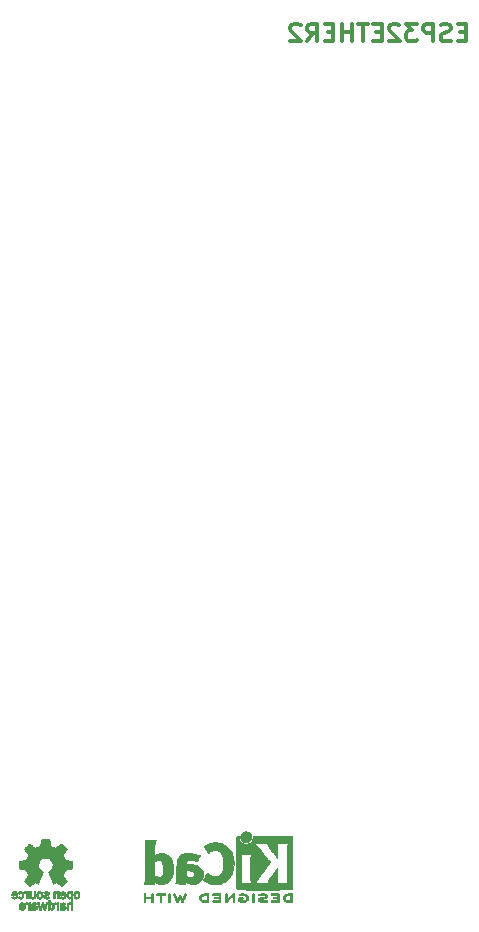
<source format=gbr>
G04 #@! TF.FileFunction,Legend,Bot*
%FSLAX46Y46*%
G04 Gerber Fmt 4.6, Leading zero omitted, Abs format (unit mm)*
G04 Created by KiCad (PCBNEW 4.0.6) date Thu Nov  2 19:42:21 2017*
%MOMM*%
%LPD*%
G01*
G04 APERTURE LIST*
%ADD10C,0.100000*%
%ADD11C,0.300000*%
%ADD12C,0.010000*%
G04 APERTURE END LIST*
D10*
D11*
X188632856Y-25232857D02*
X188132856Y-25232857D01*
X187918570Y-26018571D02*
X188632856Y-26018571D01*
X188632856Y-24518571D01*
X187918570Y-24518571D01*
X187347142Y-25947143D02*
X187132856Y-26018571D01*
X186775713Y-26018571D01*
X186632856Y-25947143D01*
X186561427Y-25875714D01*
X186489999Y-25732857D01*
X186489999Y-25590000D01*
X186561427Y-25447143D01*
X186632856Y-25375714D01*
X186775713Y-25304286D01*
X187061427Y-25232857D01*
X187204285Y-25161429D01*
X187275713Y-25090000D01*
X187347142Y-24947143D01*
X187347142Y-24804286D01*
X187275713Y-24661429D01*
X187204285Y-24590000D01*
X187061427Y-24518571D01*
X186704285Y-24518571D01*
X186489999Y-24590000D01*
X185847142Y-26018571D02*
X185847142Y-24518571D01*
X185275714Y-24518571D01*
X185132856Y-24590000D01*
X185061428Y-24661429D01*
X184989999Y-24804286D01*
X184989999Y-25018571D01*
X185061428Y-25161429D01*
X185132856Y-25232857D01*
X185275714Y-25304286D01*
X185847142Y-25304286D01*
X184489999Y-24518571D02*
X183561428Y-24518571D01*
X184061428Y-25090000D01*
X183847142Y-25090000D01*
X183704285Y-25161429D01*
X183632856Y-25232857D01*
X183561428Y-25375714D01*
X183561428Y-25732857D01*
X183632856Y-25875714D01*
X183704285Y-25947143D01*
X183847142Y-26018571D01*
X184275714Y-26018571D01*
X184418571Y-25947143D01*
X184489999Y-25875714D01*
X182990000Y-24661429D02*
X182918571Y-24590000D01*
X182775714Y-24518571D01*
X182418571Y-24518571D01*
X182275714Y-24590000D01*
X182204285Y-24661429D01*
X182132857Y-24804286D01*
X182132857Y-24947143D01*
X182204285Y-25161429D01*
X183061428Y-26018571D01*
X182132857Y-26018571D01*
X181490000Y-25232857D02*
X180990000Y-25232857D01*
X180775714Y-26018571D02*
X181490000Y-26018571D01*
X181490000Y-24518571D01*
X180775714Y-24518571D01*
X180347143Y-24518571D02*
X179490000Y-24518571D01*
X179918571Y-26018571D02*
X179918571Y-24518571D01*
X178990000Y-26018571D02*
X178990000Y-24518571D01*
X178990000Y-25232857D02*
X178132857Y-25232857D01*
X178132857Y-26018571D02*
X178132857Y-24518571D01*
X177418571Y-25232857D02*
X176918571Y-25232857D01*
X176704285Y-26018571D02*
X177418571Y-26018571D01*
X177418571Y-24518571D01*
X176704285Y-24518571D01*
X175204285Y-26018571D02*
X175704285Y-25304286D01*
X176061428Y-26018571D02*
X176061428Y-24518571D01*
X175490000Y-24518571D01*
X175347142Y-24590000D01*
X175275714Y-24661429D01*
X175204285Y-24804286D01*
X175204285Y-25018571D01*
X175275714Y-25161429D01*
X175347142Y-25232857D01*
X175490000Y-25304286D01*
X176061428Y-25304286D01*
X174632857Y-24661429D02*
X174561428Y-24590000D01*
X174418571Y-24518571D01*
X174061428Y-24518571D01*
X173918571Y-24590000D01*
X173847142Y-24661429D01*
X173775714Y-24804286D01*
X173775714Y-24947143D01*
X173847142Y-25161429D01*
X174704285Y-26018571D01*
X173775714Y-26018571D01*
D12*
G36*
X173761371Y-98154066D02*
X173721889Y-98154467D01*
X173606200Y-98157259D01*
X173509311Y-98165550D01*
X173427919Y-98180232D01*
X173358723Y-98202193D01*
X173298420Y-98232322D01*
X173243708Y-98271510D01*
X173224167Y-98288532D01*
X173191750Y-98328363D01*
X173162520Y-98382413D01*
X173139991Y-98442323D01*
X173127679Y-98499739D01*
X173126400Y-98520956D01*
X173134417Y-98579769D01*
X173155899Y-98644013D01*
X173186999Y-98704821D01*
X173223866Y-98753330D01*
X173229854Y-98759182D01*
X173280579Y-98800321D01*
X173336125Y-98832435D01*
X173399696Y-98856365D01*
X173474494Y-98872953D01*
X173563722Y-98883041D01*
X173670582Y-98887469D01*
X173719528Y-98887845D01*
X173781762Y-98887545D01*
X173825528Y-98886292D01*
X173854931Y-98883554D01*
X173874079Y-98878801D01*
X173887077Y-98871501D01*
X173894045Y-98865267D01*
X173900626Y-98857694D01*
X173905788Y-98847924D01*
X173909703Y-98833340D01*
X173912543Y-98811326D01*
X173914480Y-98779264D01*
X173915684Y-98734536D01*
X173916328Y-98674526D01*
X173916583Y-98596617D01*
X173916622Y-98520956D01*
X173916870Y-98420041D01*
X173916817Y-98339427D01*
X173915857Y-98300822D01*
X173769867Y-98300822D01*
X173769867Y-98741089D01*
X173676734Y-98741004D01*
X173620693Y-98739396D01*
X173561999Y-98735256D01*
X173513028Y-98729464D01*
X173511538Y-98729226D01*
X173432392Y-98710090D01*
X173371002Y-98680287D01*
X173324305Y-98637878D01*
X173294635Y-98591961D01*
X173276353Y-98541026D01*
X173277771Y-98493200D01*
X173298988Y-98441933D01*
X173340489Y-98388899D01*
X173397998Y-98349600D01*
X173472750Y-98323331D01*
X173522708Y-98314035D01*
X173579416Y-98307507D01*
X173639519Y-98302782D01*
X173690639Y-98300817D01*
X173693667Y-98300808D01*
X173769867Y-98300822D01*
X173915857Y-98300822D01*
X173915260Y-98276851D01*
X173910998Y-98230055D01*
X173902830Y-98196778D01*
X173889556Y-98174759D01*
X173869974Y-98161739D01*
X173842883Y-98155457D01*
X173807082Y-98153653D01*
X173761371Y-98154066D01*
X173761371Y-98154066D01*
G37*
X173761371Y-98154066D02*
X173721889Y-98154467D01*
X173606200Y-98157259D01*
X173509311Y-98165550D01*
X173427919Y-98180232D01*
X173358723Y-98202193D01*
X173298420Y-98232322D01*
X173243708Y-98271510D01*
X173224167Y-98288532D01*
X173191750Y-98328363D01*
X173162520Y-98382413D01*
X173139991Y-98442323D01*
X173127679Y-98499739D01*
X173126400Y-98520956D01*
X173134417Y-98579769D01*
X173155899Y-98644013D01*
X173186999Y-98704821D01*
X173223866Y-98753330D01*
X173229854Y-98759182D01*
X173280579Y-98800321D01*
X173336125Y-98832435D01*
X173399696Y-98856365D01*
X173474494Y-98872953D01*
X173563722Y-98883041D01*
X173670582Y-98887469D01*
X173719528Y-98887845D01*
X173781762Y-98887545D01*
X173825528Y-98886292D01*
X173854931Y-98883554D01*
X173874079Y-98878801D01*
X173887077Y-98871501D01*
X173894045Y-98865267D01*
X173900626Y-98857694D01*
X173905788Y-98847924D01*
X173909703Y-98833340D01*
X173912543Y-98811326D01*
X173914480Y-98779264D01*
X173915684Y-98734536D01*
X173916328Y-98674526D01*
X173916583Y-98596617D01*
X173916622Y-98520956D01*
X173916870Y-98420041D01*
X173916817Y-98339427D01*
X173915857Y-98300822D01*
X173769867Y-98300822D01*
X173769867Y-98741089D01*
X173676734Y-98741004D01*
X173620693Y-98739396D01*
X173561999Y-98735256D01*
X173513028Y-98729464D01*
X173511538Y-98729226D01*
X173432392Y-98710090D01*
X173371002Y-98680287D01*
X173324305Y-98637878D01*
X173294635Y-98591961D01*
X173276353Y-98541026D01*
X173277771Y-98493200D01*
X173298988Y-98441933D01*
X173340489Y-98388899D01*
X173397998Y-98349600D01*
X173472750Y-98323331D01*
X173522708Y-98314035D01*
X173579416Y-98307507D01*
X173639519Y-98302782D01*
X173690639Y-98300817D01*
X173693667Y-98300808D01*
X173769867Y-98300822D01*
X173915857Y-98300822D01*
X173915260Y-98276851D01*
X173910998Y-98230055D01*
X173902830Y-98196778D01*
X173889556Y-98174759D01*
X173869974Y-98161739D01*
X173842883Y-98155457D01*
X173807082Y-98153653D01*
X173761371Y-98154066D01*
G36*
X172352794Y-98154146D02*
X172283386Y-98154518D01*
X172230997Y-98155385D01*
X172192847Y-98156946D01*
X172166159Y-98159403D01*
X172148153Y-98162957D01*
X172136049Y-98167810D01*
X172127069Y-98174161D01*
X172123818Y-98177084D01*
X172104043Y-98208142D01*
X172100482Y-98243828D01*
X172113491Y-98275510D01*
X172119506Y-98281913D01*
X172129235Y-98288121D01*
X172144901Y-98292910D01*
X172169408Y-98296514D01*
X172205661Y-98299164D01*
X172256565Y-98301095D01*
X172325026Y-98302539D01*
X172387617Y-98303418D01*
X172635334Y-98306467D01*
X172638719Y-98371378D01*
X172642105Y-98436289D01*
X172473958Y-98436289D01*
X172400959Y-98436919D01*
X172347517Y-98439553D01*
X172310628Y-98445309D01*
X172287288Y-98455304D01*
X172274494Y-98470656D01*
X172269242Y-98492482D01*
X172268445Y-98512738D01*
X172270923Y-98537592D01*
X172280277Y-98555906D01*
X172299383Y-98568637D01*
X172331118Y-98576741D01*
X172378359Y-98581176D01*
X172443983Y-98582899D01*
X172479801Y-98583045D01*
X172640978Y-98583045D01*
X172640978Y-98741089D01*
X172392622Y-98741089D01*
X172311213Y-98741202D01*
X172249342Y-98741712D01*
X172203968Y-98742870D01*
X172172054Y-98744930D01*
X172150559Y-98748146D01*
X172136443Y-98752772D01*
X172126668Y-98759059D01*
X172121689Y-98763667D01*
X172104610Y-98790560D01*
X172099111Y-98814467D01*
X172106963Y-98843667D01*
X172121689Y-98865267D01*
X172129546Y-98872066D01*
X172139688Y-98877346D01*
X172154844Y-98881298D01*
X172177741Y-98884113D01*
X172211109Y-98885982D01*
X172257675Y-98887098D01*
X172320167Y-98887651D01*
X172401314Y-98887833D01*
X172443422Y-98887845D01*
X172533598Y-98887765D01*
X172603924Y-98887398D01*
X172657129Y-98886552D01*
X172695940Y-98885036D01*
X172723087Y-98882659D01*
X172741298Y-98879229D01*
X172753300Y-98874554D01*
X172761822Y-98868444D01*
X172765156Y-98865267D01*
X172771755Y-98857670D01*
X172776927Y-98847870D01*
X172780846Y-98833239D01*
X172783684Y-98811152D01*
X172785615Y-98778982D01*
X172786812Y-98734103D01*
X172787448Y-98673889D01*
X172787697Y-98595713D01*
X172787734Y-98522923D01*
X172787700Y-98429707D01*
X172787465Y-98356431D01*
X172786830Y-98300458D01*
X172785594Y-98259151D01*
X172783556Y-98229872D01*
X172780517Y-98209984D01*
X172776277Y-98196850D01*
X172770635Y-98187832D01*
X172763391Y-98180293D01*
X172761606Y-98178612D01*
X172752945Y-98171172D01*
X172742882Y-98165409D01*
X172728625Y-98161112D01*
X172707383Y-98158064D01*
X172676364Y-98156051D01*
X172632777Y-98154860D01*
X172573831Y-98154275D01*
X172496734Y-98154083D01*
X172442001Y-98154067D01*
X172352794Y-98154146D01*
X172352794Y-98154146D01*
G37*
X172352794Y-98154146D02*
X172283386Y-98154518D01*
X172230997Y-98155385D01*
X172192847Y-98156946D01*
X172166159Y-98159403D01*
X172148153Y-98162957D01*
X172136049Y-98167810D01*
X172127069Y-98174161D01*
X172123818Y-98177084D01*
X172104043Y-98208142D01*
X172100482Y-98243828D01*
X172113491Y-98275510D01*
X172119506Y-98281913D01*
X172129235Y-98288121D01*
X172144901Y-98292910D01*
X172169408Y-98296514D01*
X172205661Y-98299164D01*
X172256565Y-98301095D01*
X172325026Y-98302539D01*
X172387617Y-98303418D01*
X172635334Y-98306467D01*
X172638719Y-98371378D01*
X172642105Y-98436289D01*
X172473958Y-98436289D01*
X172400959Y-98436919D01*
X172347517Y-98439553D01*
X172310628Y-98445309D01*
X172287288Y-98455304D01*
X172274494Y-98470656D01*
X172269242Y-98492482D01*
X172268445Y-98512738D01*
X172270923Y-98537592D01*
X172280277Y-98555906D01*
X172299383Y-98568637D01*
X172331118Y-98576741D01*
X172378359Y-98581176D01*
X172443983Y-98582899D01*
X172479801Y-98583045D01*
X172640978Y-98583045D01*
X172640978Y-98741089D01*
X172392622Y-98741089D01*
X172311213Y-98741202D01*
X172249342Y-98741712D01*
X172203968Y-98742870D01*
X172172054Y-98744930D01*
X172150559Y-98748146D01*
X172136443Y-98752772D01*
X172126668Y-98759059D01*
X172121689Y-98763667D01*
X172104610Y-98790560D01*
X172099111Y-98814467D01*
X172106963Y-98843667D01*
X172121689Y-98865267D01*
X172129546Y-98872066D01*
X172139688Y-98877346D01*
X172154844Y-98881298D01*
X172177741Y-98884113D01*
X172211109Y-98885982D01*
X172257675Y-98887098D01*
X172320167Y-98887651D01*
X172401314Y-98887833D01*
X172443422Y-98887845D01*
X172533598Y-98887765D01*
X172603924Y-98887398D01*
X172657129Y-98886552D01*
X172695940Y-98885036D01*
X172723087Y-98882659D01*
X172741298Y-98879229D01*
X172753300Y-98874554D01*
X172761822Y-98868444D01*
X172765156Y-98865267D01*
X172771755Y-98857670D01*
X172776927Y-98847870D01*
X172780846Y-98833239D01*
X172783684Y-98811152D01*
X172785615Y-98778982D01*
X172786812Y-98734103D01*
X172787448Y-98673889D01*
X172787697Y-98595713D01*
X172787734Y-98522923D01*
X172787700Y-98429707D01*
X172787465Y-98356431D01*
X172786830Y-98300458D01*
X172785594Y-98259151D01*
X172783556Y-98229872D01*
X172780517Y-98209984D01*
X172776277Y-98196850D01*
X172770635Y-98187832D01*
X172763391Y-98180293D01*
X172761606Y-98178612D01*
X172752945Y-98171172D01*
X172742882Y-98165409D01*
X172728625Y-98161112D01*
X172707383Y-98158064D01*
X172676364Y-98156051D01*
X172632777Y-98154860D01*
X172573831Y-98154275D01*
X172496734Y-98154083D01*
X172442001Y-98154067D01*
X172352794Y-98154146D01*
G36*
X171331703Y-98155351D02*
X171256888Y-98160581D01*
X171187306Y-98168750D01*
X171127002Y-98179550D01*
X171080020Y-98192673D01*
X171050406Y-98207813D01*
X171045860Y-98212269D01*
X171030054Y-98246850D01*
X171034847Y-98282351D01*
X171059364Y-98312725D01*
X171060534Y-98313596D01*
X171074954Y-98322954D01*
X171090008Y-98327876D01*
X171111005Y-98328473D01*
X171143257Y-98324861D01*
X171192073Y-98317154D01*
X171196000Y-98316505D01*
X171268739Y-98307569D01*
X171347217Y-98303161D01*
X171425927Y-98303119D01*
X171499361Y-98307279D01*
X171562011Y-98315479D01*
X171608370Y-98327557D01*
X171611416Y-98328771D01*
X171645048Y-98347615D01*
X171656864Y-98366685D01*
X171647614Y-98385439D01*
X171618047Y-98403337D01*
X171568911Y-98419837D01*
X171500957Y-98434396D01*
X171455645Y-98441406D01*
X171361456Y-98454889D01*
X171286544Y-98467214D01*
X171227717Y-98479449D01*
X171181785Y-98492661D01*
X171145555Y-98507917D01*
X171115838Y-98526285D01*
X171089442Y-98548831D01*
X171068230Y-98570971D01*
X171043065Y-98601819D01*
X171030681Y-98628345D01*
X171026808Y-98661026D01*
X171026667Y-98672995D01*
X171029576Y-98712712D01*
X171041202Y-98742259D01*
X171061323Y-98768486D01*
X171102216Y-98808576D01*
X171147817Y-98839149D01*
X171201513Y-98861203D01*
X171266692Y-98875735D01*
X171346744Y-98883741D01*
X171445057Y-98886218D01*
X171461289Y-98886177D01*
X171526849Y-98884818D01*
X171591866Y-98881730D01*
X171649252Y-98877356D01*
X171691922Y-98872140D01*
X171695372Y-98871541D01*
X171737796Y-98861491D01*
X171773780Y-98848796D01*
X171794150Y-98837190D01*
X171813107Y-98806572D01*
X171814427Y-98770918D01*
X171798085Y-98739144D01*
X171794429Y-98735551D01*
X171779315Y-98724876D01*
X171760415Y-98720276D01*
X171731162Y-98721059D01*
X171695651Y-98725127D01*
X171655970Y-98728762D01*
X171600345Y-98731828D01*
X171535406Y-98734053D01*
X171467785Y-98735164D01*
X171450000Y-98735237D01*
X171382128Y-98734964D01*
X171332454Y-98733646D01*
X171296610Y-98730827D01*
X171270224Y-98726050D01*
X171248926Y-98718857D01*
X171236126Y-98712867D01*
X171208000Y-98696233D01*
X171190068Y-98681168D01*
X171187447Y-98676897D01*
X171192976Y-98659263D01*
X171219260Y-98642192D01*
X171264478Y-98626458D01*
X171326808Y-98612838D01*
X171345171Y-98609804D01*
X171441090Y-98594738D01*
X171517641Y-98582146D01*
X171577780Y-98571111D01*
X171624460Y-98560720D01*
X171660637Y-98550056D01*
X171689265Y-98538205D01*
X171713298Y-98524251D01*
X171735692Y-98507281D01*
X171759402Y-98486378D01*
X171767380Y-98479049D01*
X171795353Y-98451699D01*
X171810160Y-98430029D01*
X171815952Y-98405232D01*
X171816889Y-98373983D01*
X171806575Y-98312705D01*
X171775752Y-98260640D01*
X171724595Y-98217958D01*
X171653283Y-98184825D01*
X171602400Y-98169964D01*
X171547100Y-98160366D01*
X171480853Y-98154936D01*
X171407706Y-98153367D01*
X171331703Y-98155351D01*
X171331703Y-98155351D01*
G37*
X171331703Y-98155351D02*
X171256888Y-98160581D01*
X171187306Y-98168750D01*
X171127002Y-98179550D01*
X171080020Y-98192673D01*
X171050406Y-98207813D01*
X171045860Y-98212269D01*
X171030054Y-98246850D01*
X171034847Y-98282351D01*
X171059364Y-98312725D01*
X171060534Y-98313596D01*
X171074954Y-98322954D01*
X171090008Y-98327876D01*
X171111005Y-98328473D01*
X171143257Y-98324861D01*
X171192073Y-98317154D01*
X171196000Y-98316505D01*
X171268739Y-98307569D01*
X171347217Y-98303161D01*
X171425927Y-98303119D01*
X171499361Y-98307279D01*
X171562011Y-98315479D01*
X171608370Y-98327557D01*
X171611416Y-98328771D01*
X171645048Y-98347615D01*
X171656864Y-98366685D01*
X171647614Y-98385439D01*
X171618047Y-98403337D01*
X171568911Y-98419837D01*
X171500957Y-98434396D01*
X171455645Y-98441406D01*
X171361456Y-98454889D01*
X171286544Y-98467214D01*
X171227717Y-98479449D01*
X171181785Y-98492661D01*
X171145555Y-98507917D01*
X171115838Y-98526285D01*
X171089442Y-98548831D01*
X171068230Y-98570971D01*
X171043065Y-98601819D01*
X171030681Y-98628345D01*
X171026808Y-98661026D01*
X171026667Y-98672995D01*
X171029576Y-98712712D01*
X171041202Y-98742259D01*
X171061323Y-98768486D01*
X171102216Y-98808576D01*
X171147817Y-98839149D01*
X171201513Y-98861203D01*
X171266692Y-98875735D01*
X171346744Y-98883741D01*
X171445057Y-98886218D01*
X171461289Y-98886177D01*
X171526849Y-98884818D01*
X171591866Y-98881730D01*
X171649252Y-98877356D01*
X171691922Y-98872140D01*
X171695372Y-98871541D01*
X171737796Y-98861491D01*
X171773780Y-98848796D01*
X171794150Y-98837190D01*
X171813107Y-98806572D01*
X171814427Y-98770918D01*
X171798085Y-98739144D01*
X171794429Y-98735551D01*
X171779315Y-98724876D01*
X171760415Y-98720276D01*
X171731162Y-98721059D01*
X171695651Y-98725127D01*
X171655970Y-98728762D01*
X171600345Y-98731828D01*
X171535406Y-98734053D01*
X171467785Y-98735164D01*
X171450000Y-98735237D01*
X171382128Y-98734964D01*
X171332454Y-98733646D01*
X171296610Y-98730827D01*
X171270224Y-98726050D01*
X171248926Y-98718857D01*
X171236126Y-98712867D01*
X171208000Y-98696233D01*
X171190068Y-98681168D01*
X171187447Y-98676897D01*
X171192976Y-98659263D01*
X171219260Y-98642192D01*
X171264478Y-98626458D01*
X171326808Y-98612838D01*
X171345171Y-98609804D01*
X171441090Y-98594738D01*
X171517641Y-98582146D01*
X171577780Y-98571111D01*
X171624460Y-98560720D01*
X171660637Y-98550056D01*
X171689265Y-98538205D01*
X171713298Y-98524251D01*
X171735692Y-98507281D01*
X171759402Y-98486378D01*
X171767380Y-98479049D01*
X171795353Y-98451699D01*
X171810160Y-98430029D01*
X171815952Y-98405232D01*
X171816889Y-98373983D01*
X171806575Y-98312705D01*
X171775752Y-98260640D01*
X171724595Y-98217958D01*
X171653283Y-98184825D01*
X171602400Y-98169964D01*
X171547100Y-98160366D01*
X171480853Y-98154936D01*
X171407706Y-98153367D01*
X171331703Y-98155351D01*
G36*
X170563822Y-98176645D02*
X170557242Y-98184218D01*
X170552079Y-98193987D01*
X170548164Y-98208571D01*
X170545324Y-98230585D01*
X170543387Y-98262648D01*
X170542183Y-98307375D01*
X170541539Y-98367385D01*
X170541284Y-98445294D01*
X170541245Y-98520956D01*
X170541314Y-98614802D01*
X170541638Y-98688689D01*
X170542386Y-98745232D01*
X170543732Y-98787049D01*
X170545846Y-98816757D01*
X170548900Y-98836973D01*
X170553066Y-98850314D01*
X170558516Y-98859398D01*
X170563822Y-98865267D01*
X170596826Y-98884947D01*
X170631991Y-98883181D01*
X170663455Y-98861717D01*
X170670684Y-98853337D01*
X170676334Y-98843614D01*
X170680599Y-98829861D01*
X170683673Y-98809389D01*
X170685752Y-98779512D01*
X170687030Y-98737541D01*
X170687701Y-98680789D01*
X170687959Y-98606567D01*
X170688000Y-98522537D01*
X170688000Y-98209485D01*
X170660291Y-98181776D01*
X170626137Y-98158463D01*
X170593006Y-98157623D01*
X170563822Y-98176645D01*
X170563822Y-98176645D01*
G37*
X170563822Y-98176645D02*
X170557242Y-98184218D01*
X170552079Y-98193987D01*
X170548164Y-98208571D01*
X170545324Y-98230585D01*
X170543387Y-98262648D01*
X170542183Y-98307375D01*
X170541539Y-98367385D01*
X170541284Y-98445294D01*
X170541245Y-98520956D01*
X170541314Y-98614802D01*
X170541638Y-98688689D01*
X170542386Y-98745232D01*
X170543732Y-98787049D01*
X170545846Y-98816757D01*
X170548900Y-98836973D01*
X170553066Y-98850314D01*
X170558516Y-98859398D01*
X170563822Y-98865267D01*
X170596826Y-98884947D01*
X170631991Y-98883181D01*
X170663455Y-98861717D01*
X170670684Y-98853337D01*
X170676334Y-98843614D01*
X170680599Y-98829861D01*
X170683673Y-98809389D01*
X170685752Y-98779512D01*
X170687030Y-98737541D01*
X170687701Y-98680789D01*
X170687959Y-98606567D01*
X170688000Y-98522537D01*
X170688000Y-98209485D01*
X170660291Y-98181776D01*
X170626137Y-98158463D01*
X170593006Y-98157623D01*
X170563822Y-98176645D01*
G36*
X169590081Y-98159599D02*
X169521565Y-98171095D01*
X169468943Y-98188967D01*
X169434708Y-98212499D01*
X169425379Y-98225924D01*
X169415893Y-98257148D01*
X169422277Y-98285395D01*
X169442430Y-98312182D01*
X169473745Y-98324713D01*
X169519183Y-98323696D01*
X169554326Y-98316906D01*
X169632419Y-98303971D01*
X169712226Y-98302742D01*
X169801555Y-98313241D01*
X169826229Y-98317690D01*
X169909291Y-98341108D01*
X169974273Y-98375945D01*
X170020461Y-98421604D01*
X170047145Y-98477494D01*
X170052663Y-98506388D01*
X170049051Y-98565012D01*
X170025729Y-98616879D01*
X169984824Y-98660978D01*
X169928459Y-98696299D01*
X169858760Y-98721829D01*
X169777852Y-98736559D01*
X169687860Y-98739478D01*
X169590910Y-98729575D01*
X169585436Y-98728641D01*
X169546875Y-98721459D01*
X169525494Y-98714521D01*
X169516227Y-98704227D01*
X169514006Y-98686976D01*
X169513956Y-98677841D01*
X169513956Y-98639489D01*
X169582431Y-98639489D01*
X169642900Y-98635347D01*
X169684165Y-98622147D01*
X169708175Y-98598730D01*
X169716877Y-98563936D01*
X169716983Y-98559394D01*
X169711892Y-98529654D01*
X169694433Y-98508419D01*
X169661939Y-98494366D01*
X169611743Y-98486173D01*
X169563123Y-98483161D01*
X169492456Y-98481433D01*
X169441198Y-98484070D01*
X169406239Y-98493800D01*
X169384470Y-98513353D01*
X169372780Y-98545456D01*
X169368060Y-98592838D01*
X169367200Y-98655071D01*
X169368609Y-98724535D01*
X169372848Y-98771786D01*
X169379936Y-98797012D01*
X169381311Y-98798988D01*
X169420228Y-98830508D01*
X169477286Y-98855470D01*
X169548869Y-98873340D01*
X169631358Y-98883586D01*
X169721139Y-98885673D01*
X169814592Y-98879068D01*
X169869556Y-98870956D01*
X169955766Y-98846554D01*
X170035892Y-98806662D01*
X170102977Y-98754887D01*
X170113173Y-98744539D01*
X170146302Y-98701035D01*
X170176194Y-98647118D01*
X170199357Y-98590592D01*
X170212298Y-98539259D01*
X170213858Y-98519544D01*
X170207218Y-98478419D01*
X170189568Y-98427252D01*
X170164297Y-98373394D01*
X170134789Y-98324195D01*
X170108719Y-98291334D01*
X170047765Y-98242452D01*
X169968969Y-98203545D01*
X169875157Y-98175494D01*
X169769150Y-98159179D01*
X169672000Y-98155192D01*
X169590081Y-98159599D01*
X169590081Y-98159599D01*
G37*
X169590081Y-98159599D02*
X169521565Y-98171095D01*
X169468943Y-98188967D01*
X169434708Y-98212499D01*
X169425379Y-98225924D01*
X169415893Y-98257148D01*
X169422277Y-98285395D01*
X169442430Y-98312182D01*
X169473745Y-98324713D01*
X169519183Y-98323696D01*
X169554326Y-98316906D01*
X169632419Y-98303971D01*
X169712226Y-98302742D01*
X169801555Y-98313241D01*
X169826229Y-98317690D01*
X169909291Y-98341108D01*
X169974273Y-98375945D01*
X170020461Y-98421604D01*
X170047145Y-98477494D01*
X170052663Y-98506388D01*
X170049051Y-98565012D01*
X170025729Y-98616879D01*
X169984824Y-98660978D01*
X169928459Y-98696299D01*
X169858760Y-98721829D01*
X169777852Y-98736559D01*
X169687860Y-98739478D01*
X169590910Y-98729575D01*
X169585436Y-98728641D01*
X169546875Y-98721459D01*
X169525494Y-98714521D01*
X169516227Y-98704227D01*
X169514006Y-98686976D01*
X169513956Y-98677841D01*
X169513956Y-98639489D01*
X169582431Y-98639489D01*
X169642900Y-98635347D01*
X169684165Y-98622147D01*
X169708175Y-98598730D01*
X169716877Y-98563936D01*
X169716983Y-98559394D01*
X169711892Y-98529654D01*
X169694433Y-98508419D01*
X169661939Y-98494366D01*
X169611743Y-98486173D01*
X169563123Y-98483161D01*
X169492456Y-98481433D01*
X169441198Y-98484070D01*
X169406239Y-98493800D01*
X169384470Y-98513353D01*
X169372780Y-98545456D01*
X169368060Y-98592838D01*
X169367200Y-98655071D01*
X169368609Y-98724535D01*
X169372848Y-98771786D01*
X169379936Y-98797012D01*
X169381311Y-98798988D01*
X169420228Y-98830508D01*
X169477286Y-98855470D01*
X169548869Y-98873340D01*
X169631358Y-98883586D01*
X169721139Y-98885673D01*
X169814592Y-98879068D01*
X169869556Y-98870956D01*
X169955766Y-98846554D01*
X170035892Y-98806662D01*
X170102977Y-98754887D01*
X170113173Y-98744539D01*
X170146302Y-98701035D01*
X170176194Y-98647118D01*
X170199357Y-98590592D01*
X170212298Y-98539259D01*
X170213858Y-98519544D01*
X170207218Y-98478419D01*
X170189568Y-98427252D01*
X170164297Y-98373394D01*
X170134789Y-98324195D01*
X170108719Y-98291334D01*
X170047765Y-98242452D01*
X169968969Y-98203545D01*
X169875157Y-98175494D01*
X169769150Y-98159179D01*
X169672000Y-98155192D01*
X169590081Y-98159599D01*
G36*
X168940114Y-98158448D02*
X168916548Y-98172273D01*
X168885735Y-98194881D01*
X168846078Y-98227338D01*
X168795980Y-98270708D01*
X168733843Y-98326058D01*
X168658072Y-98394451D01*
X168571334Y-98473084D01*
X168390711Y-98636878D01*
X168385067Y-98417029D01*
X168383029Y-98341351D01*
X168381063Y-98284994D01*
X168378734Y-98244706D01*
X168375606Y-98217235D01*
X168371245Y-98199329D01*
X168365216Y-98187737D01*
X168357084Y-98179208D01*
X168352772Y-98175623D01*
X168318241Y-98156670D01*
X168285383Y-98159441D01*
X168259318Y-98175633D01*
X168232667Y-98197199D01*
X168229352Y-98512151D01*
X168228435Y-98604779D01*
X168227968Y-98677544D01*
X168228113Y-98733161D01*
X168229032Y-98774342D01*
X168230887Y-98803803D01*
X168233839Y-98824255D01*
X168238050Y-98838413D01*
X168243682Y-98848991D01*
X168249927Y-98857474D01*
X168263439Y-98873207D01*
X168276883Y-98883636D01*
X168292124Y-98887639D01*
X168311026Y-98884094D01*
X168335455Y-98871879D01*
X168367273Y-98849871D01*
X168408348Y-98816949D01*
X168460542Y-98771991D01*
X168525722Y-98713875D01*
X168599556Y-98647099D01*
X168864845Y-98406458D01*
X168870489Y-98625589D01*
X168872531Y-98701128D01*
X168874502Y-98757354D01*
X168876839Y-98797524D01*
X168879981Y-98824896D01*
X168884364Y-98842728D01*
X168890424Y-98854279D01*
X168898600Y-98862807D01*
X168902784Y-98866282D01*
X168939765Y-98885372D01*
X168974708Y-98882493D01*
X169005136Y-98858100D01*
X169012097Y-98848286D01*
X169017523Y-98836826D01*
X169021603Y-98820968D01*
X169024529Y-98797963D01*
X169026492Y-98765062D01*
X169027683Y-98719516D01*
X169028292Y-98658573D01*
X169028511Y-98579486D01*
X169028534Y-98520956D01*
X169028460Y-98429407D01*
X169028113Y-98357687D01*
X169027301Y-98303045D01*
X169025833Y-98262732D01*
X169023519Y-98233998D01*
X169020167Y-98214093D01*
X169015588Y-98200268D01*
X169009589Y-98189772D01*
X169005136Y-98183811D01*
X168993850Y-98169691D01*
X168983301Y-98159029D01*
X168971893Y-98152892D01*
X168958030Y-98152343D01*
X168940114Y-98158448D01*
X168940114Y-98158448D01*
G37*
X168940114Y-98158448D02*
X168916548Y-98172273D01*
X168885735Y-98194881D01*
X168846078Y-98227338D01*
X168795980Y-98270708D01*
X168733843Y-98326058D01*
X168658072Y-98394451D01*
X168571334Y-98473084D01*
X168390711Y-98636878D01*
X168385067Y-98417029D01*
X168383029Y-98341351D01*
X168381063Y-98284994D01*
X168378734Y-98244706D01*
X168375606Y-98217235D01*
X168371245Y-98199329D01*
X168365216Y-98187737D01*
X168357084Y-98179208D01*
X168352772Y-98175623D01*
X168318241Y-98156670D01*
X168285383Y-98159441D01*
X168259318Y-98175633D01*
X168232667Y-98197199D01*
X168229352Y-98512151D01*
X168228435Y-98604779D01*
X168227968Y-98677544D01*
X168228113Y-98733161D01*
X168229032Y-98774342D01*
X168230887Y-98803803D01*
X168233839Y-98824255D01*
X168238050Y-98838413D01*
X168243682Y-98848991D01*
X168249927Y-98857474D01*
X168263439Y-98873207D01*
X168276883Y-98883636D01*
X168292124Y-98887639D01*
X168311026Y-98884094D01*
X168335455Y-98871879D01*
X168367273Y-98849871D01*
X168408348Y-98816949D01*
X168460542Y-98771991D01*
X168525722Y-98713875D01*
X168599556Y-98647099D01*
X168864845Y-98406458D01*
X168870489Y-98625589D01*
X168872531Y-98701128D01*
X168874502Y-98757354D01*
X168876839Y-98797524D01*
X168879981Y-98824896D01*
X168884364Y-98842728D01*
X168890424Y-98854279D01*
X168898600Y-98862807D01*
X168902784Y-98866282D01*
X168939765Y-98885372D01*
X168974708Y-98882493D01*
X169005136Y-98858100D01*
X169012097Y-98848286D01*
X169017523Y-98836826D01*
X169021603Y-98820968D01*
X169024529Y-98797963D01*
X169026492Y-98765062D01*
X169027683Y-98719516D01*
X169028292Y-98658573D01*
X169028511Y-98579486D01*
X169028534Y-98520956D01*
X169028460Y-98429407D01*
X169028113Y-98357687D01*
X169027301Y-98303045D01*
X169025833Y-98262732D01*
X169023519Y-98233998D01*
X169020167Y-98214093D01*
X169015588Y-98200268D01*
X169009589Y-98189772D01*
X169005136Y-98183811D01*
X168993850Y-98169691D01*
X168983301Y-98159029D01*
X168971893Y-98152892D01*
X168958030Y-98152343D01*
X168940114Y-98158448D01*
G36*
X167409657Y-98154260D02*
X167333299Y-98155174D01*
X167274783Y-98157311D01*
X167231745Y-98161175D01*
X167201817Y-98167267D01*
X167182632Y-98176090D01*
X167171824Y-98188146D01*
X167167027Y-98203939D01*
X167165873Y-98223970D01*
X167165867Y-98226335D01*
X167166869Y-98248992D01*
X167171604Y-98266503D01*
X167182667Y-98279574D01*
X167202652Y-98288913D01*
X167234154Y-98295227D01*
X167279768Y-98299222D01*
X167342087Y-98301606D01*
X167423707Y-98303086D01*
X167448723Y-98303414D01*
X167690800Y-98306467D01*
X167694186Y-98371378D01*
X167697571Y-98436289D01*
X167529424Y-98436289D01*
X167463734Y-98436531D01*
X167416828Y-98437556D01*
X167384917Y-98439811D01*
X167364209Y-98443742D01*
X167350916Y-98449798D01*
X167341245Y-98458424D01*
X167341183Y-98458493D01*
X167323644Y-98492112D01*
X167324278Y-98528448D01*
X167342686Y-98559423D01*
X167346329Y-98562607D01*
X167359259Y-98570812D01*
X167376976Y-98576521D01*
X167403430Y-98580162D01*
X167442568Y-98582167D01*
X167498338Y-98582964D01*
X167534006Y-98583045D01*
X167696445Y-98583045D01*
X167696445Y-98741089D01*
X167449839Y-98741089D01*
X167368420Y-98741231D01*
X167306590Y-98741814D01*
X167261363Y-98743068D01*
X167229752Y-98745227D01*
X167208769Y-98748523D01*
X167195427Y-98753189D01*
X167186739Y-98759457D01*
X167184550Y-98761733D01*
X167168386Y-98793280D01*
X167167203Y-98829168D01*
X167180464Y-98860285D01*
X167190957Y-98870271D01*
X167201871Y-98875769D01*
X167218783Y-98880022D01*
X167244367Y-98883180D01*
X167281299Y-98885392D01*
X167332254Y-98886806D01*
X167399906Y-98887572D01*
X167486931Y-98887838D01*
X167506606Y-98887845D01*
X167595089Y-98887787D01*
X167663773Y-98887467D01*
X167715436Y-98886667D01*
X167752855Y-98885167D01*
X167778810Y-98882749D01*
X167796078Y-98879194D01*
X167807438Y-98874282D01*
X167815668Y-98867795D01*
X167820183Y-98863138D01*
X167826979Y-98854889D01*
X167832288Y-98844669D01*
X167836294Y-98829800D01*
X167839179Y-98807602D01*
X167841126Y-98775393D01*
X167842319Y-98730496D01*
X167842939Y-98670228D01*
X167843171Y-98591911D01*
X167843200Y-98525994D01*
X167843129Y-98433628D01*
X167842792Y-98361117D01*
X167842002Y-98305737D01*
X167840574Y-98264765D01*
X167838321Y-98235478D01*
X167835057Y-98215153D01*
X167830596Y-98201066D01*
X167824752Y-98190495D01*
X167819803Y-98183811D01*
X167796406Y-98154067D01*
X167506226Y-98154067D01*
X167409657Y-98154260D01*
X167409657Y-98154260D01*
G37*
X167409657Y-98154260D02*
X167333299Y-98155174D01*
X167274783Y-98157311D01*
X167231745Y-98161175D01*
X167201817Y-98167267D01*
X167182632Y-98176090D01*
X167171824Y-98188146D01*
X167167027Y-98203939D01*
X167165873Y-98223970D01*
X167165867Y-98226335D01*
X167166869Y-98248992D01*
X167171604Y-98266503D01*
X167182667Y-98279574D01*
X167202652Y-98288913D01*
X167234154Y-98295227D01*
X167279768Y-98299222D01*
X167342087Y-98301606D01*
X167423707Y-98303086D01*
X167448723Y-98303414D01*
X167690800Y-98306467D01*
X167694186Y-98371378D01*
X167697571Y-98436289D01*
X167529424Y-98436289D01*
X167463734Y-98436531D01*
X167416828Y-98437556D01*
X167384917Y-98439811D01*
X167364209Y-98443742D01*
X167350916Y-98449798D01*
X167341245Y-98458424D01*
X167341183Y-98458493D01*
X167323644Y-98492112D01*
X167324278Y-98528448D01*
X167342686Y-98559423D01*
X167346329Y-98562607D01*
X167359259Y-98570812D01*
X167376976Y-98576521D01*
X167403430Y-98580162D01*
X167442568Y-98582167D01*
X167498338Y-98582964D01*
X167534006Y-98583045D01*
X167696445Y-98583045D01*
X167696445Y-98741089D01*
X167449839Y-98741089D01*
X167368420Y-98741231D01*
X167306590Y-98741814D01*
X167261363Y-98743068D01*
X167229752Y-98745227D01*
X167208769Y-98748523D01*
X167195427Y-98753189D01*
X167186739Y-98759457D01*
X167184550Y-98761733D01*
X167168386Y-98793280D01*
X167167203Y-98829168D01*
X167180464Y-98860285D01*
X167190957Y-98870271D01*
X167201871Y-98875769D01*
X167218783Y-98880022D01*
X167244367Y-98883180D01*
X167281299Y-98885392D01*
X167332254Y-98886806D01*
X167399906Y-98887572D01*
X167486931Y-98887838D01*
X167506606Y-98887845D01*
X167595089Y-98887787D01*
X167663773Y-98887467D01*
X167715436Y-98886667D01*
X167752855Y-98885167D01*
X167778810Y-98882749D01*
X167796078Y-98879194D01*
X167807438Y-98874282D01*
X167815668Y-98867795D01*
X167820183Y-98863138D01*
X167826979Y-98854889D01*
X167832288Y-98844669D01*
X167836294Y-98829800D01*
X167839179Y-98807602D01*
X167841126Y-98775393D01*
X167842319Y-98730496D01*
X167842939Y-98670228D01*
X167843171Y-98591911D01*
X167843200Y-98525994D01*
X167843129Y-98433628D01*
X167842792Y-98361117D01*
X167842002Y-98305737D01*
X167840574Y-98264765D01*
X167838321Y-98235478D01*
X167835057Y-98215153D01*
X167830596Y-98201066D01*
X167824752Y-98190495D01*
X167819803Y-98183811D01*
X167796406Y-98154067D01*
X167506226Y-98154067D01*
X167409657Y-98154260D01*
G36*
X166621691Y-98154275D02*
X166492712Y-98158636D01*
X166383009Y-98171861D01*
X166290774Y-98194741D01*
X166214198Y-98228070D01*
X166151473Y-98272638D01*
X166100788Y-98329236D01*
X166060337Y-98398658D01*
X166059541Y-98400351D01*
X166035399Y-98462483D01*
X166026797Y-98517509D01*
X166033769Y-98572887D01*
X166056346Y-98636073D01*
X166060628Y-98645689D01*
X166089828Y-98701966D01*
X166122644Y-98745451D01*
X166164998Y-98782417D01*
X166222810Y-98819135D01*
X166226169Y-98821052D01*
X166276496Y-98845227D01*
X166333379Y-98863282D01*
X166400473Y-98875839D01*
X166481435Y-98883522D01*
X166579918Y-98886953D01*
X166614714Y-98887251D01*
X166780406Y-98887845D01*
X166803803Y-98858100D01*
X166810743Y-98848319D01*
X166816158Y-98836897D01*
X166820235Y-98821095D01*
X166823163Y-98798175D01*
X166825133Y-98765396D01*
X166825775Y-98741089D01*
X166669156Y-98741089D01*
X166575274Y-98741089D01*
X166520336Y-98739483D01*
X166463940Y-98735255D01*
X166417655Y-98729292D01*
X166414861Y-98728790D01*
X166332652Y-98706736D01*
X166268886Y-98673600D01*
X166221548Y-98627847D01*
X166188618Y-98567939D01*
X166182892Y-98552061D01*
X166177279Y-98527333D01*
X166179709Y-98502902D01*
X166191533Y-98470400D01*
X166198660Y-98454434D01*
X166222000Y-98412006D01*
X166250120Y-98382240D01*
X166281060Y-98361511D01*
X166343034Y-98334537D01*
X166422349Y-98314998D01*
X166514747Y-98303746D01*
X166581667Y-98301270D01*
X166669156Y-98300822D01*
X166669156Y-98741089D01*
X166825775Y-98741089D01*
X166826332Y-98720021D01*
X166826950Y-98659311D01*
X166827175Y-98580526D01*
X166827200Y-98518920D01*
X166827200Y-98209485D01*
X166799491Y-98181776D01*
X166787194Y-98170544D01*
X166773897Y-98162853D01*
X166755328Y-98158040D01*
X166727214Y-98155446D01*
X166685283Y-98154410D01*
X166625263Y-98154270D01*
X166621691Y-98154275D01*
X166621691Y-98154275D01*
G37*
X166621691Y-98154275D02*
X166492712Y-98158636D01*
X166383009Y-98171861D01*
X166290774Y-98194741D01*
X166214198Y-98228070D01*
X166151473Y-98272638D01*
X166100788Y-98329236D01*
X166060337Y-98398658D01*
X166059541Y-98400351D01*
X166035399Y-98462483D01*
X166026797Y-98517509D01*
X166033769Y-98572887D01*
X166056346Y-98636073D01*
X166060628Y-98645689D01*
X166089828Y-98701966D01*
X166122644Y-98745451D01*
X166164998Y-98782417D01*
X166222810Y-98819135D01*
X166226169Y-98821052D01*
X166276496Y-98845227D01*
X166333379Y-98863282D01*
X166400473Y-98875839D01*
X166481435Y-98883522D01*
X166579918Y-98886953D01*
X166614714Y-98887251D01*
X166780406Y-98887845D01*
X166803803Y-98858100D01*
X166810743Y-98848319D01*
X166816158Y-98836897D01*
X166820235Y-98821095D01*
X166823163Y-98798175D01*
X166825133Y-98765396D01*
X166825775Y-98741089D01*
X166669156Y-98741089D01*
X166575274Y-98741089D01*
X166520336Y-98739483D01*
X166463940Y-98735255D01*
X166417655Y-98729292D01*
X166414861Y-98728790D01*
X166332652Y-98706736D01*
X166268886Y-98673600D01*
X166221548Y-98627847D01*
X166188618Y-98567939D01*
X166182892Y-98552061D01*
X166177279Y-98527333D01*
X166179709Y-98502902D01*
X166191533Y-98470400D01*
X166198660Y-98454434D01*
X166222000Y-98412006D01*
X166250120Y-98382240D01*
X166281060Y-98361511D01*
X166343034Y-98334537D01*
X166422349Y-98314998D01*
X166514747Y-98303746D01*
X166581667Y-98301270D01*
X166669156Y-98300822D01*
X166669156Y-98741089D01*
X166825775Y-98741089D01*
X166826332Y-98720021D01*
X166826950Y-98659311D01*
X166827175Y-98580526D01*
X166827200Y-98518920D01*
X166827200Y-98209485D01*
X166799491Y-98181776D01*
X166787194Y-98170544D01*
X166773897Y-98162853D01*
X166755328Y-98158040D01*
X166727214Y-98155446D01*
X166685283Y-98154410D01*
X166625263Y-98154270D01*
X166621691Y-98154275D01*
G36*
X163895335Y-98156034D02*
X163875745Y-98163035D01*
X163874990Y-98163377D01*
X163848387Y-98183678D01*
X163833730Y-98204561D01*
X163830862Y-98214352D01*
X163831004Y-98227361D01*
X163835039Y-98245895D01*
X163843854Y-98272257D01*
X163858331Y-98308752D01*
X163879355Y-98357687D01*
X163907812Y-98421365D01*
X163944585Y-98502093D01*
X163964825Y-98546216D01*
X164001375Y-98624985D01*
X164035685Y-98697423D01*
X164066448Y-98760880D01*
X164092352Y-98812708D01*
X164112090Y-98850259D01*
X164124350Y-98870884D01*
X164126776Y-98873733D01*
X164157817Y-98886302D01*
X164192879Y-98884619D01*
X164221000Y-98869332D01*
X164222146Y-98868089D01*
X164233332Y-98851154D01*
X164252096Y-98818170D01*
X164276125Y-98773380D01*
X164303103Y-98721032D01*
X164312799Y-98701742D01*
X164385986Y-98555150D01*
X164465760Y-98714393D01*
X164494233Y-98769415D01*
X164520650Y-98817132D01*
X164542852Y-98853893D01*
X164558681Y-98876044D01*
X164564046Y-98880741D01*
X164605743Y-98887102D01*
X164640151Y-98873733D01*
X164650272Y-98859446D01*
X164667786Y-98827692D01*
X164691265Y-98781597D01*
X164719280Y-98724285D01*
X164750401Y-98658880D01*
X164783201Y-98588507D01*
X164816250Y-98516291D01*
X164848119Y-98445355D01*
X164877381Y-98378825D01*
X164902605Y-98319826D01*
X164922364Y-98271481D01*
X164935228Y-98236915D01*
X164939769Y-98219253D01*
X164939723Y-98218613D01*
X164928674Y-98196388D01*
X164906590Y-98173753D01*
X164905290Y-98172768D01*
X164878147Y-98157425D01*
X164853042Y-98157574D01*
X164843632Y-98160466D01*
X164832166Y-98166718D01*
X164819990Y-98179014D01*
X164805643Y-98199908D01*
X164787664Y-98231949D01*
X164764593Y-98277688D01*
X164734970Y-98339677D01*
X164708255Y-98396898D01*
X164677520Y-98463226D01*
X164649979Y-98522874D01*
X164627062Y-98572725D01*
X164610202Y-98609664D01*
X164600827Y-98630573D01*
X164599460Y-98633845D01*
X164593311Y-98628497D01*
X164579178Y-98606109D01*
X164558943Y-98569946D01*
X164534485Y-98523277D01*
X164524752Y-98504022D01*
X164491783Y-98439004D01*
X164466357Y-98391654D01*
X164446388Y-98359219D01*
X164429790Y-98338946D01*
X164414476Y-98328082D01*
X164398360Y-98323875D01*
X164387857Y-98323400D01*
X164369330Y-98325042D01*
X164353096Y-98331831D01*
X164336965Y-98346566D01*
X164318749Y-98372044D01*
X164296261Y-98411061D01*
X164267311Y-98466414D01*
X164251338Y-98497903D01*
X164225430Y-98548087D01*
X164202833Y-98589704D01*
X164185542Y-98619242D01*
X164175550Y-98633189D01*
X164174191Y-98633770D01*
X164167739Y-98622793D01*
X164153292Y-98594290D01*
X164132297Y-98551244D01*
X164106203Y-98496638D01*
X164076454Y-98433454D01*
X164061820Y-98402071D01*
X164023750Y-98321078D01*
X163993095Y-98258756D01*
X163968263Y-98213071D01*
X163947663Y-98181989D01*
X163929702Y-98163478D01*
X163912790Y-98155504D01*
X163895335Y-98156034D01*
X163895335Y-98156034D01*
G37*
X163895335Y-98156034D02*
X163875745Y-98163035D01*
X163874990Y-98163377D01*
X163848387Y-98183678D01*
X163833730Y-98204561D01*
X163830862Y-98214352D01*
X163831004Y-98227361D01*
X163835039Y-98245895D01*
X163843854Y-98272257D01*
X163858331Y-98308752D01*
X163879355Y-98357687D01*
X163907812Y-98421365D01*
X163944585Y-98502093D01*
X163964825Y-98546216D01*
X164001375Y-98624985D01*
X164035685Y-98697423D01*
X164066448Y-98760880D01*
X164092352Y-98812708D01*
X164112090Y-98850259D01*
X164124350Y-98870884D01*
X164126776Y-98873733D01*
X164157817Y-98886302D01*
X164192879Y-98884619D01*
X164221000Y-98869332D01*
X164222146Y-98868089D01*
X164233332Y-98851154D01*
X164252096Y-98818170D01*
X164276125Y-98773380D01*
X164303103Y-98721032D01*
X164312799Y-98701742D01*
X164385986Y-98555150D01*
X164465760Y-98714393D01*
X164494233Y-98769415D01*
X164520650Y-98817132D01*
X164542852Y-98853893D01*
X164558681Y-98876044D01*
X164564046Y-98880741D01*
X164605743Y-98887102D01*
X164640151Y-98873733D01*
X164650272Y-98859446D01*
X164667786Y-98827692D01*
X164691265Y-98781597D01*
X164719280Y-98724285D01*
X164750401Y-98658880D01*
X164783201Y-98588507D01*
X164816250Y-98516291D01*
X164848119Y-98445355D01*
X164877381Y-98378825D01*
X164902605Y-98319826D01*
X164922364Y-98271481D01*
X164935228Y-98236915D01*
X164939769Y-98219253D01*
X164939723Y-98218613D01*
X164928674Y-98196388D01*
X164906590Y-98173753D01*
X164905290Y-98172768D01*
X164878147Y-98157425D01*
X164853042Y-98157574D01*
X164843632Y-98160466D01*
X164832166Y-98166718D01*
X164819990Y-98179014D01*
X164805643Y-98199908D01*
X164787664Y-98231949D01*
X164764593Y-98277688D01*
X164734970Y-98339677D01*
X164708255Y-98396898D01*
X164677520Y-98463226D01*
X164649979Y-98522874D01*
X164627062Y-98572725D01*
X164610202Y-98609664D01*
X164600827Y-98630573D01*
X164599460Y-98633845D01*
X164593311Y-98628497D01*
X164579178Y-98606109D01*
X164558943Y-98569946D01*
X164534485Y-98523277D01*
X164524752Y-98504022D01*
X164491783Y-98439004D01*
X164466357Y-98391654D01*
X164446388Y-98359219D01*
X164429790Y-98338946D01*
X164414476Y-98328082D01*
X164398360Y-98323875D01*
X164387857Y-98323400D01*
X164369330Y-98325042D01*
X164353096Y-98331831D01*
X164336965Y-98346566D01*
X164318749Y-98372044D01*
X164296261Y-98411061D01*
X164267311Y-98466414D01*
X164251338Y-98497903D01*
X164225430Y-98548087D01*
X164202833Y-98589704D01*
X164185542Y-98619242D01*
X164175550Y-98633189D01*
X164174191Y-98633770D01*
X164167739Y-98622793D01*
X164153292Y-98594290D01*
X164132297Y-98551244D01*
X164106203Y-98496638D01*
X164076454Y-98433454D01*
X164061820Y-98402071D01*
X164023750Y-98321078D01*
X163993095Y-98258756D01*
X163968263Y-98213071D01*
X163947663Y-98181989D01*
X163929702Y-98163478D01*
X163912790Y-98155504D01*
X163895335Y-98156034D01*
G36*
X163451386Y-98160877D02*
X163427673Y-98175647D01*
X163401022Y-98197227D01*
X163401022Y-98518773D01*
X163401107Y-98612830D01*
X163401471Y-98686932D01*
X163402276Y-98743704D01*
X163403687Y-98785768D01*
X163405867Y-98815748D01*
X163408979Y-98836267D01*
X163413186Y-98849949D01*
X163418652Y-98859416D01*
X163422528Y-98864082D01*
X163453966Y-98884575D01*
X163489767Y-98883739D01*
X163521127Y-98866264D01*
X163547778Y-98844684D01*
X163547778Y-98197227D01*
X163521127Y-98175647D01*
X163495406Y-98159949D01*
X163474400Y-98154067D01*
X163451386Y-98160877D01*
X163451386Y-98160877D01*
G37*
X163451386Y-98160877D02*
X163427673Y-98175647D01*
X163401022Y-98197227D01*
X163401022Y-98518773D01*
X163401107Y-98612830D01*
X163401471Y-98686932D01*
X163402276Y-98743704D01*
X163403687Y-98785768D01*
X163405867Y-98815748D01*
X163408979Y-98836267D01*
X163413186Y-98849949D01*
X163418652Y-98859416D01*
X163422528Y-98864082D01*
X163453966Y-98884575D01*
X163489767Y-98883739D01*
X163521127Y-98866264D01*
X163547778Y-98844684D01*
X163547778Y-98197227D01*
X163521127Y-98175647D01*
X163495406Y-98159949D01*
X163474400Y-98154067D01*
X163451386Y-98160877D01*
G36*
X162676935Y-98154163D02*
X162598228Y-98154542D01*
X162537137Y-98155333D01*
X162491183Y-98156670D01*
X162457886Y-98158683D01*
X162434764Y-98161506D01*
X162419338Y-98165269D01*
X162409129Y-98170105D01*
X162404187Y-98173822D01*
X162378543Y-98206358D01*
X162375441Y-98240138D01*
X162391289Y-98270826D01*
X162401652Y-98283089D01*
X162412804Y-98291450D01*
X162428965Y-98296657D01*
X162454358Y-98299457D01*
X162493202Y-98300596D01*
X162549720Y-98300821D01*
X162560820Y-98300822D01*
X162706756Y-98300822D01*
X162706756Y-98571756D01*
X162706852Y-98657154D01*
X162707289Y-98722864D01*
X162708288Y-98771774D01*
X162710072Y-98806773D01*
X162712863Y-98830749D01*
X162716883Y-98846593D01*
X162722355Y-98857191D01*
X162729334Y-98865267D01*
X162762266Y-98885112D01*
X162796646Y-98883548D01*
X162827824Y-98860906D01*
X162830114Y-98858100D01*
X162837571Y-98847492D01*
X162843253Y-98835081D01*
X162847399Y-98817850D01*
X162850250Y-98792784D01*
X162852046Y-98756867D01*
X162853028Y-98707083D01*
X162853436Y-98640417D01*
X162853511Y-98564589D01*
X162853511Y-98300822D01*
X162992873Y-98300822D01*
X163052678Y-98300418D01*
X163094082Y-98298840D01*
X163121252Y-98295547D01*
X163138354Y-98289992D01*
X163149557Y-98281631D01*
X163150917Y-98280178D01*
X163167275Y-98246939D01*
X163165828Y-98209362D01*
X163147022Y-98176645D01*
X163139750Y-98170298D01*
X163130373Y-98165266D01*
X163116391Y-98161396D01*
X163095304Y-98158537D01*
X163064611Y-98156535D01*
X163021811Y-98155239D01*
X162964405Y-98154498D01*
X162889890Y-98154158D01*
X162795767Y-98154068D01*
X162775740Y-98154067D01*
X162676935Y-98154163D01*
X162676935Y-98154163D01*
G37*
X162676935Y-98154163D02*
X162598228Y-98154542D01*
X162537137Y-98155333D01*
X162491183Y-98156670D01*
X162457886Y-98158683D01*
X162434764Y-98161506D01*
X162419338Y-98165269D01*
X162409129Y-98170105D01*
X162404187Y-98173822D01*
X162378543Y-98206358D01*
X162375441Y-98240138D01*
X162391289Y-98270826D01*
X162401652Y-98283089D01*
X162412804Y-98291450D01*
X162428965Y-98296657D01*
X162454358Y-98299457D01*
X162493202Y-98300596D01*
X162549720Y-98300821D01*
X162560820Y-98300822D01*
X162706756Y-98300822D01*
X162706756Y-98571756D01*
X162706852Y-98657154D01*
X162707289Y-98722864D01*
X162708288Y-98771774D01*
X162710072Y-98806773D01*
X162712863Y-98830749D01*
X162716883Y-98846593D01*
X162722355Y-98857191D01*
X162729334Y-98865267D01*
X162762266Y-98885112D01*
X162796646Y-98883548D01*
X162827824Y-98860906D01*
X162830114Y-98858100D01*
X162837571Y-98847492D01*
X162843253Y-98835081D01*
X162847399Y-98817850D01*
X162850250Y-98792784D01*
X162852046Y-98756867D01*
X162853028Y-98707083D01*
X162853436Y-98640417D01*
X162853511Y-98564589D01*
X162853511Y-98300822D01*
X162992873Y-98300822D01*
X163052678Y-98300418D01*
X163094082Y-98298840D01*
X163121252Y-98295547D01*
X163138354Y-98289992D01*
X163149557Y-98281631D01*
X163150917Y-98280178D01*
X163167275Y-98246939D01*
X163165828Y-98209362D01*
X163147022Y-98176645D01*
X163139750Y-98170298D01*
X163130373Y-98165266D01*
X163116391Y-98161396D01*
X163095304Y-98158537D01*
X163064611Y-98156535D01*
X163021811Y-98155239D01*
X162964405Y-98154498D01*
X162889890Y-98154158D01*
X162795767Y-98154068D01*
X162775740Y-98154067D01*
X162676935Y-98154163D01*
G36*
X161411177Y-98159533D02*
X161379798Y-98181776D01*
X161352089Y-98209485D01*
X161352089Y-98518920D01*
X161352162Y-98610799D01*
X161352505Y-98682840D01*
X161353308Y-98737780D01*
X161354759Y-98778360D01*
X161357048Y-98807317D01*
X161360364Y-98827391D01*
X161364895Y-98841321D01*
X161370831Y-98851845D01*
X161375486Y-98858100D01*
X161406217Y-98882673D01*
X161441504Y-98885341D01*
X161473755Y-98870271D01*
X161484412Y-98861374D01*
X161491536Y-98849557D01*
X161495833Y-98830526D01*
X161498009Y-98799992D01*
X161498772Y-98753662D01*
X161498845Y-98717871D01*
X161498845Y-98583045D01*
X161995556Y-98583045D01*
X161995556Y-98705700D01*
X161996069Y-98761787D01*
X161998124Y-98800333D01*
X162002492Y-98826361D01*
X162009944Y-98844897D01*
X162018953Y-98858100D01*
X162049856Y-98882604D01*
X162084804Y-98885506D01*
X162118262Y-98868089D01*
X162127396Y-98858959D01*
X162133848Y-98846855D01*
X162138103Y-98828001D01*
X162140648Y-98798620D01*
X162141971Y-98754937D01*
X162142557Y-98693175D01*
X162142625Y-98679000D01*
X162143109Y-98562631D01*
X162143359Y-98466727D01*
X162143277Y-98389177D01*
X162142769Y-98327869D01*
X162141738Y-98280690D01*
X162140087Y-98245530D01*
X162137721Y-98220276D01*
X162134543Y-98202817D01*
X162130456Y-98191041D01*
X162125366Y-98182835D01*
X162119734Y-98176645D01*
X162087872Y-98156844D01*
X162054643Y-98159533D01*
X162023265Y-98181776D01*
X162010567Y-98196126D01*
X162002474Y-98211978D01*
X161997958Y-98234554D01*
X161995994Y-98269078D01*
X161995556Y-98320776D01*
X161995556Y-98436289D01*
X161498845Y-98436289D01*
X161498845Y-98317756D01*
X161498338Y-98263148D01*
X161496302Y-98226275D01*
X161491965Y-98202307D01*
X161484553Y-98186415D01*
X161476267Y-98176645D01*
X161444406Y-98156844D01*
X161411177Y-98159533D01*
X161411177Y-98159533D01*
G37*
X161411177Y-98159533D02*
X161379798Y-98181776D01*
X161352089Y-98209485D01*
X161352089Y-98518920D01*
X161352162Y-98610799D01*
X161352505Y-98682840D01*
X161353308Y-98737780D01*
X161354759Y-98778360D01*
X161357048Y-98807317D01*
X161360364Y-98827391D01*
X161364895Y-98841321D01*
X161370831Y-98851845D01*
X161375486Y-98858100D01*
X161406217Y-98882673D01*
X161441504Y-98885341D01*
X161473755Y-98870271D01*
X161484412Y-98861374D01*
X161491536Y-98849557D01*
X161495833Y-98830526D01*
X161498009Y-98799992D01*
X161498772Y-98753662D01*
X161498845Y-98717871D01*
X161498845Y-98583045D01*
X161995556Y-98583045D01*
X161995556Y-98705700D01*
X161996069Y-98761787D01*
X161998124Y-98800333D01*
X162002492Y-98826361D01*
X162009944Y-98844897D01*
X162018953Y-98858100D01*
X162049856Y-98882604D01*
X162084804Y-98885506D01*
X162118262Y-98868089D01*
X162127396Y-98858959D01*
X162133848Y-98846855D01*
X162138103Y-98828001D01*
X162140648Y-98798620D01*
X162141971Y-98754937D01*
X162142557Y-98693175D01*
X162142625Y-98679000D01*
X162143109Y-98562631D01*
X162143359Y-98466727D01*
X162143277Y-98389177D01*
X162142769Y-98327869D01*
X162141738Y-98280690D01*
X162140087Y-98245530D01*
X162137721Y-98220276D01*
X162134543Y-98202817D01*
X162130456Y-98191041D01*
X162125366Y-98182835D01*
X162119734Y-98176645D01*
X162087872Y-98156844D01*
X162054643Y-98159533D01*
X162023265Y-98181776D01*
X162010567Y-98196126D01*
X162002474Y-98211978D01*
X161997958Y-98234554D01*
X161995994Y-98269078D01*
X161995556Y-98320776D01*
X161995556Y-98436289D01*
X161498845Y-98436289D01*
X161498845Y-98317756D01*
X161498338Y-98263148D01*
X161496302Y-98226275D01*
X161491965Y-98202307D01*
X161484553Y-98186415D01*
X161476267Y-98176645D01*
X161444406Y-98156844D01*
X161411177Y-98159533D01*
G36*
X170586400Y-93374054D02*
X170575535Y-93487993D01*
X170543918Y-93595616D01*
X170493015Y-93694615D01*
X170424293Y-93782684D01*
X170339219Y-93857516D01*
X170242232Y-93915384D01*
X170135964Y-93955005D01*
X170028950Y-93973573D01*
X169923300Y-93972434D01*
X169821125Y-93952930D01*
X169724534Y-93916406D01*
X169635638Y-93864205D01*
X169556546Y-93797673D01*
X169489369Y-93718152D01*
X169436217Y-93626987D01*
X169399199Y-93525523D01*
X169380427Y-93415102D01*
X169378489Y-93365206D01*
X169378489Y-93277267D01*
X169326560Y-93277267D01*
X169290253Y-93280111D01*
X169263355Y-93291911D01*
X169236249Y-93315649D01*
X169197867Y-93354031D01*
X169197867Y-95545602D01*
X169197876Y-95807739D01*
X169197908Y-96048241D01*
X169197972Y-96268048D01*
X169198076Y-96468101D01*
X169198227Y-96649344D01*
X169198434Y-96812716D01*
X169198706Y-96959160D01*
X169199050Y-97089617D01*
X169199474Y-97205029D01*
X169199987Y-97306338D01*
X169200597Y-97394484D01*
X169201312Y-97470410D01*
X169202140Y-97535057D01*
X169203089Y-97589367D01*
X169204167Y-97634280D01*
X169205383Y-97670740D01*
X169206745Y-97699687D01*
X169208261Y-97722063D01*
X169209938Y-97738809D01*
X169211786Y-97750868D01*
X169213813Y-97759180D01*
X169216025Y-97764687D01*
X169217108Y-97766537D01*
X169221271Y-97773549D01*
X169224805Y-97779996D01*
X169228635Y-97785900D01*
X169233682Y-97791286D01*
X169240871Y-97796178D01*
X169251123Y-97800598D01*
X169265364Y-97804572D01*
X169284514Y-97808121D01*
X169309499Y-97811270D01*
X169341240Y-97814042D01*
X169380662Y-97816461D01*
X169428686Y-97818551D01*
X169486237Y-97820335D01*
X169554237Y-97821837D01*
X169633610Y-97823080D01*
X169725279Y-97824089D01*
X169830166Y-97824885D01*
X169949196Y-97825494D01*
X170083290Y-97825939D01*
X170233373Y-97826243D01*
X170400367Y-97826430D01*
X170585196Y-97826524D01*
X170788783Y-97826548D01*
X171012050Y-97826525D01*
X171255922Y-97826480D01*
X171521321Y-97826437D01*
X171559704Y-97826432D01*
X171826682Y-97826389D01*
X172072002Y-97826318D01*
X172296583Y-97826213D01*
X172501345Y-97826066D01*
X172687206Y-97825869D01*
X172855088Y-97825616D01*
X173005908Y-97825300D01*
X173140587Y-97824913D01*
X173260044Y-97824447D01*
X173365199Y-97823897D01*
X173456971Y-97823253D01*
X173536279Y-97822511D01*
X173604043Y-97821661D01*
X173661182Y-97820697D01*
X173708617Y-97819611D01*
X173747266Y-97818397D01*
X173778049Y-97817047D01*
X173801885Y-97815555D01*
X173819694Y-97813911D01*
X173832395Y-97812111D01*
X173840908Y-97810145D01*
X173845266Y-97808477D01*
X173853728Y-97804906D01*
X173861497Y-97802270D01*
X173868602Y-97799634D01*
X173875073Y-97796062D01*
X173880939Y-97790621D01*
X173886229Y-97782375D01*
X173890974Y-97770390D01*
X173895202Y-97753731D01*
X173898943Y-97731463D01*
X173902227Y-97702652D01*
X173905083Y-97666363D01*
X173907540Y-97621661D01*
X173909629Y-97567611D01*
X173911378Y-97503279D01*
X173912817Y-97427730D01*
X173913976Y-97340030D01*
X173914883Y-97239243D01*
X173915569Y-97124434D01*
X173916063Y-96994670D01*
X173916395Y-96849015D01*
X173916593Y-96686535D01*
X173916687Y-96506295D01*
X173916708Y-96307360D01*
X173916685Y-96088796D01*
X173916646Y-95849668D01*
X173916622Y-95589040D01*
X173916622Y-95546889D01*
X173916636Y-95283992D01*
X173916661Y-95042732D01*
X173916671Y-94822165D01*
X173916642Y-94621352D01*
X173916548Y-94439349D01*
X173916362Y-94275216D01*
X173916059Y-94128011D01*
X173915614Y-93996792D01*
X173915034Y-93886867D01*
X173612197Y-93886867D01*
X173572407Y-93944711D01*
X173561236Y-93960479D01*
X173551166Y-93974441D01*
X173542138Y-93987784D01*
X173534097Y-94001693D01*
X173526986Y-94017356D01*
X173520747Y-94035958D01*
X173515325Y-94058686D01*
X173510662Y-94086727D01*
X173506701Y-94121267D01*
X173503385Y-94163492D01*
X173500659Y-94214589D01*
X173498464Y-94275744D01*
X173496745Y-94348144D01*
X173495444Y-94432975D01*
X173494505Y-94531422D01*
X173493870Y-94644674D01*
X173493484Y-94773916D01*
X173493288Y-94920334D01*
X173493227Y-95085116D01*
X173493243Y-95269447D01*
X173493280Y-95474513D01*
X173493289Y-95597133D01*
X173493265Y-95814082D01*
X173493231Y-96009642D01*
X173493243Y-96184999D01*
X173493358Y-96341341D01*
X173493630Y-96479857D01*
X173494118Y-96601734D01*
X173494876Y-96708160D01*
X173495962Y-96800322D01*
X173497431Y-96879409D01*
X173499340Y-96946608D01*
X173501744Y-97003107D01*
X173504701Y-97050093D01*
X173508266Y-97088755D01*
X173512495Y-97120280D01*
X173517446Y-97145855D01*
X173523173Y-97166670D01*
X173529733Y-97183911D01*
X173537183Y-97198765D01*
X173545579Y-97212422D01*
X173554976Y-97226069D01*
X173565432Y-97240893D01*
X173571523Y-97249783D01*
X173610296Y-97307400D01*
X173078732Y-97307400D01*
X172955483Y-97307365D01*
X172852987Y-97307215D01*
X172769420Y-97306878D01*
X172702956Y-97306286D01*
X172651771Y-97305367D01*
X172614041Y-97304051D01*
X172587940Y-97302269D01*
X172571644Y-97299951D01*
X172563328Y-97297026D01*
X172561168Y-97293424D01*
X172563339Y-97289075D01*
X172564535Y-97287645D01*
X172589685Y-97250573D01*
X172615583Y-97197772D01*
X172639192Y-97135770D01*
X172647461Y-97109357D01*
X172652078Y-97091416D01*
X172655979Y-97070355D01*
X172659248Y-97044089D01*
X172661966Y-97010532D01*
X172664215Y-96967599D01*
X172666077Y-96913204D01*
X172667636Y-96845262D01*
X172668972Y-96761688D01*
X172670169Y-96660395D01*
X172671308Y-96539300D01*
X172671685Y-96494600D01*
X172672702Y-96369449D01*
X172673460Y-96265082D01*
X172673903Y-96179707D01*
X172673970Y-96111533D01*
X172673605Y-96058765D01*
X172672748Y-96019614D01*
X172671341Y-95992285D01*
X172669325Y-95974986D01*
X172666643Y-95965926D01*
X172663236Y-95963312D01*
X172659044Y-95965351D01*
X172654571Y-95969667D01*
X172644216Y-95982602D01*
X172622158Y-96011676D01*
X172589957Y-96054759D01*
X172549174Y-96109718D01*
X172501370Y-96174423D01*
X172448105Y-96246742D01*
X172390940Y-96324544D01*
X172331437Y-96405698D01*
X172271155Y-96488072D01*
X172211655Y-96569536D01*
X172154498Y-96647957D01*
X172101245Y-96721204D01*
X172053457Y-96787147D01*
X172012693Y-96843654D01*
X171980516Y-96888593D01*
X171958485Y-96919834D01*
X171953917Y-96926466D01*
X171930996Y-96963369D01*
X171904188Y-97011359D01*
X171878789Y-97060897D01*
X171875568Y-97067577D01*
X171853890Y-97115772D01*
X171841304Y-97153334D01*
X171835574Y-97189160D01*
X171834456Y-97231200D01*
X171835090Y-97307400D01*
X170680651Y-97307400D01*
X170771815Y-97213669D01*
X170818612Y-97163775D01*
X170868899Y-97107295D01*
X170914944Y-97053026D01*
X170935369Y-97027673D01*
X170965807Y-96988128D01*
X171005862Y-96934916D01*
X171054361Y-96869667D01*
X171110135Y-96794011D01*
X171172011Y-96709577D01*
X171238819Y-96617994D01*
X171309387Y-96520892D01*
X171382545Y-96419901D01*
X171457121Y-96316650D01*
X171531944Y-96212768D01*
X171605843Y-96109885D01*
X171677646Y-96009631D01*
X171746184Y-95913636D01*
X171810284Y-95823527D01*
X171868775Y-95740936D01*
X171920486Y-95667492D01*
X171964247Y-95604824D01*
X171998885Y-95554561D01*
X172023230Y-95518334D01*
X172036111Y-95497771D01*
X172037869Y-95493668D01*
X172029910Y-95482342D01*
X172009115Y-95455162D01*
X171976847Y-95413829D01*
X171934470Y-95360044D01*
X171883347Y-95295506D01*
X171824841Y-95221918D01*
X171760314Y-95140978D01*
X171691131Y-95054388D01*
X171618653Y-94963848D01*
X171544246Y-94871060D01*
X171484517Y-94796702D01*
X170473511Y-94796702D01*
X170467602Y-94809659D01*
X170453272Y-94831908D01*
X170452225Y-94833391D01*
X170433438Y-94863544D01*
X170413791Y-94900375D01*
X170409892Y-94908511D01*
X170406356Y-94916940D01*
X170403230Y-94927059D01*
X170400486Y-94940260D01*
X170398092Y-94957938D01*
X170396019Y-94981484D01*
X170394235Y-95012293D01*
X170392712Y-95051757D01*
X170391419Y-95101269D01*
X170390326Y-95162223D01*
X170389403Y-95236011D01*
X170388619Y-95324028D01*
X170387945Y-95427665D01*
X170387350Y-95548316D01*
X170386805Y-95687374D01*
X170386279Y-95846232D01*
X170385745Y-96025089D01*
X170385206Y-96210207D01*
X170384772Y-96374145D01*
X170384509Y-96518303D01*
X170384484Y-96644079D01*
X170384765Y-96752871D01*
X170385419Y-96846077D01*
X170386514Y-96925097D01*
X170388118Y-96991328D01*
X170390297Y-97046170D01*
X170393119Y-97091021D01*
X170396651Y-97127278D01*
X170400961Y-97156341D01*
X170406117Y-97179609D01*
X170412185Y-97198479D01*
X170419233Y-97214351D01*
X170427329Y-97228622D01*
X170436540Y-97242691D01*
X170445040Y-97255158D01*
X170462176Y-97281452D01*
X170472322Y-97299037D01*
X170473511Y-97302257D01*
X170462604Y-97303334D01*
X170431411Y-97304335D01*
X170382223Y-97305235D01*
X170317333Y-97306010D01*
X170239030Y-97306637D01*
X170149607Y-97307091D01*
X170051356Y-97307349D01*
X169982445Y-97307400D01*
X169877452Y-97307180D01*
X169780610Y-97306548D01*
X169694107Y-97305549D01*
X169620132Y-97304227D01*
X169560874Y-97302626D01*
X169518520Y-97300791D01*
X169495260Y-97298765D01*
X169491378Y-97297493D01*
X169499076Y-97282591D01*
X169507074Y-97274560D01*
X169520246Y-97257434D01*
X169537485Y-97227183D01*
X169549407Y-97202622D01*
X169576045Y-97143711D01*
X169579120Y-95966845D01*
X169582195Y-94789978D01*
X170027853Y-94789978D01*
X170125670Y-94790142D01*
X170216064Y-94790611D01*
X170296630Y-94791347D01*
X170364962Y-94792316D01*
X170418656Y-94793480D01*
X170455305Y-94794803D01*
X170472504Y-94796249D01*
X170473511Y-94796702D01*
X171484517Y-94796702D01*
X171469270Y-94777722D01*
X171395090Y-94685537D01*
X171323069Y-94596204D01*
X171254569Y-94511424D01*
X171190955Y-94432898D01*
X171133588Y-94362326D01*
X171083833Y-94301409D01*
X171043052Y-94251847D01*
X171025888Y-94231178D01*
X170939596Y-94130516D01*
X170862997Y-94047259D01*
X170794183Y-93979438D01*
X170731248Y-93925089D01*
X170721867Y-93917722D01*
X170682356Y-93887117D01*
X171814116Y-93886867D01*
X171808827Y-93934844D01*
X171812130Y-93992188D01*
X171833661Y-94060463D01*
X171873635Y-94140212D01*
X171918943Y-94212495D01*
X171935161Y-94235140D01*
X171963214Y-94272696D01*
X172001430Y-94323021D01*
X172048137Y-94383973D01*
X172101661Y-94453411D01*
X172160331Y-94529194D01*
X172222475Y-94609180D01*
X172286421Y-94691228D01*
X172350495Y-94773196D01*
X172413027Y-94852943D01*
X172472343Y-94928327D01*
X172526771Y-94997207D01*
X172574639Y-95057442D01*
X172614275Y-95106889D01*
X172644006Y-95143408D01*
X172662161Y-95164858D01*
X172665220Y-95168156D01*
X172668079Y-95160149D01*
X172670293Y-95129855D01*
X172671857Y-95077556D01*
X172672767Y-95003531D01*
X172673020Y-94908063D01*
X172672613Y-94791434D01*
X172671704Y-94671445D01*
X172670382Y-94539333D01*
X172668857Y-94427594D01*
X172666881Y-94334025D01*
X172664206Y-94256419D01*
X172660582Y-94192574D01*
X172655761Y-94140283D01*
X172649494Y-94097344D01*
X172641532Y-94061551D01*
X172631627Y-94030700D01*
X172619531Y-94002586D01*
X172604993Y-93975005D01*
X172590311Y-93949966D01*
X172552314Y-93886867D01*
X173612197Y-93886867D01*
X173915034Y-93886867D01*
X173915001Y-93880617D01*
X173914195Y-93778544D01*
X173913170Y-93689633D01*
X173911900Y-93612941D01*
X173910360Y-93547527D01*
X173908524Y-93492449D01*
X173906367Y-93446765D01*
X173903863Y-93409534D01*
X173900987Y-93379813D01*
X173897713Y-93356662D01*
X173894015Y-93339139D01*
X173889869Y-93326301D01*
X173885247Y-93317208D01*
X173880126Y-93310918D01*
X173874478Y-93306488D01*
X173868279Y-93302978D01*
X173861504Y-93299445D01*
X173855508Y-93295876D01*
X173850275Y-93293300D01*
X173842099Y-93290972D01*
X173829886Y-93288878D01*
X173812541Y-93287007D01*
X173788969Y-93285347D01*
X173758077Y-93283884D01*
X173718768Y-93282608D01*
X173669950Y-93281504D01*
X173610527Y-93280561D01*
X173539404Y-93279767D01*
X173455488Y-93279109D01*
X173357683Y-93278575D01*
X173244894Y-93278153D01*
X173116029Y-93277829D01*
X172969991Y-93277592D01*
X172805686Y-93277430D01*
X172622020Y-93277330D01*
X172417897Y-93277280D01*
X172206753Y-93277267D01*
X170586400Y-93277267D01*
X170586400Y-93374054D01*
X170586400Y-93374054D01*
G37*
X170586400Y-93374054D02*
X170575535Y-93487993D01*
X170543918Y-93595616D01*
X170493015Y-93694615D01*
X170424293Y-93782684D01*
X170339219Y-93857516D01*
X170242232Y-93915384D01*
X170135964Y-93955005D01*
X170028950Y-93973573D01*
X169923300Y-93972434D01*
X169821125Y-93952930D01*
X169724534Y-93916406D01*
X169635638Y-93864205D01*
X169556546Y-93797673D01*
X169489369Y-93718152D01*
X169436217Y-93626987D01*
X169399199Y-93525523D01*
X169380427Y-93415102D01*
X169378489Y-93365206D01*
X169378489Y-93277267D01*
X169326560Y-93277267D01*
X169290253Y-93280111D01*
X169263355Y-93291911D01*
X169236249Y-93315649D01*
X169197867Y-93354031D01*
X169197867Y-95545602D01*
X169197876Y-95807739D01*
X169197908Y-96048241D01*
X169197972Y-96268048D01*
X169198076Y-96468101D01*
X169198227Y-96649344D01*
X169198434Y-96812716D01*
X169198706Y-96959160D01*
X169199050Y-97089617D01*
X169199474Y-97205029D01*
X169199987Y-97306338D01*
X169200597Y-97394484D01*
X169201312Y-97470410D01*
X169202140Y-97535057D01*
X169203089Y-97589367D01*
X169204167Y-97634280D01*
X169205383Y-97670740D01*
X169206745Y-97699687D01*
X169208261Y-97722063D01*
X169209938Y-97738809D01*
X169211786Y-97750868D01*
X169213813Y-97759180D01*
X169216025Y-97764687D01*
X169217108Y-97766537D01*
X169221271Y-97773549D01*
X169224805Y-97779996D01*
X169228635Y-97785900D01*
X169233682Y-97791286D01*
X169240871Y-97796178D01*
X169251123Y-97800598D01*
X169265364Y-97804572D01*
X169284514Y-97808121D01*
X169309499Y-97811270D01*
X169341240Y-97814042D01*
X169380662Y-97816461D01*
X169428686Y-97818551D01*
X169486237Y-97820335D01*
X169554237Y-97821837D01*
X169633610Y-97823080D01*
X169725279Y-97824089D01*
X169830166Y-97824885D01*
X169949196Y-97825494D01*
X170083290Y-97825939D01*
X170233373Y-97826243D01*
X170400367Y-97826430D01*
X170585196Y-97826524D01*
X170788783Y-97826548D01*
X171012050Y-97826525D01*
X171255922Y-97826480D01*
X171521321Y-97826437D01*
X171559704Y-97826432D01*
X171826682Y-97826389D01*
X172072002Y-97826318D01*
X172296583Y-97826213D01*
X172501345Y-97826066D01*
X172687206Y-97825869D01*
X172855088Y-97825616D01*
X173005908Y-97825300D01*
X173140587Y-97824913D01*
X173260044Y-97824447D01*
X173365199Y-97823897D01*
X173456971Y-97823253D01*
X173536279Y-97822511D01*
X173604043Y-97821661D01*
X173661182Y-97820697D01*
X173708617Y-97819611D01*
X173747266Y-97818397D01*
X173778049Y-97817047D01*
X173801885Y-97815555D01*
X173819694Y-97813911D01*
X173832395Y-97812111D01*
X173840908Y-97810145D01*
X173845266Y-97808477D01*
X173853728Y-97804906D01*
X173861497Y-97802270D01*
X173868602Y-97799634D01*
X173875073Y-97796062D01*
X173880939Y-97790621D01*
X173886229Y-97782375D01*
X173890974Y-97770390D01*
X173895202Y-97753731D01*
X173898943Y-97731463D01*
X173902227Y-97702652D01*
X173905083Y-97666363D01*
X173907540Y-97621661D01*
X173909629Y-97567611D01*
X173911378Y-97503279D01*
X173912817Y-97427730D01*
X173913976Y-97340030D01*
X173914883Y-97239243D01*
X173915569Y-97124434D01*
X173916063Y-96994670D01*
X173916395Y-96849015D01*
X173916593Y-96686535D01*
X173916687Y-96506295D01*
X173916708Y-96307360D01*
X173916685Y-96088796D01*
X173916646Y-95849668D01*
X173916622Y-95589040D01*
X173916622Y-95546889D01*
X173916636Y-95283992D01*
X173916661Y-95042732D01*
X173916671Y-94822165D01*
X173916642Y-94621352D01*
X173916548Y-94439349D01*
X173916362Y-94275216D01*
X173916059Y-94128011D01*
X173915614Y-93996792D01*
X173915034Y-93886867D01*
X173612197Y-93886867D01*
X173572407Y-93944711D01*
X173561236Y-93960479D01*
X173551166Y-93974441D01*
X173542138Y-93987784D01*
X173534097Y-94001693D01*
X173526986Y-94017356D01*
X173520747Y-94035958D01*
X173515325Y-94058686D01*
X173510662Y-94086727D01*
X173506701Y-94121267D01*
X173503385Y-94163492D01*
X173500659Y-94214589D01*
X173498464Y-94275744D01*
X173496745Y-94348144D01*
X173495444Y-94432975D01*
X173494505Y-94531422D01*
X173493870Y-94644674D01*
X173493484Y-94773916D01*
X173493288Y-94920334D01*
X173493227Y-95085116D01*
X173493243Y-95269447D01*
X173493280Y-95474513D01*
X173493289Y-95597133D01*
X173493265Y-95814082D01*
X173493231Y-96009642D01*
X173493243Y-96184999D01*
X173493358Y-96341341D01*
X173493630Y-96479857D01*
X173494118Y-96601734D01*
X173494876Y-96708160D01*
X173495962Y-96800322D01*
X173497431Y-96879409D01*
X173499340Y-96946608D01*
X173501744Y-97003107D01*
X173504701Y-97050093D01*
X173508266Y-97088755D01*
X173512495Y-97120280D01*
X173517446Y-97145855D01*
X173523173Y-97166670D01*
X173529733Y-97183911D01*
X173537183Y-97198765D01*
X173545579Y-97212422D01*
X173554976Y-97226069D01*
X173565432Y-97240893D01*
X173571523Y-97249783D01*
X173610296Y-97307400D01*
X173078732Y-97307400D01*
X172955483Y-97307365D01*
X172852987Y-97307215D01*
X172769420Y-97306878D01*
X172702956Y-97306286D01*
X172651771Y-97305367D01*
X172614041Y-97304051D01*
X172587940Y-97302269D01*
X172571644Y-97299951D01*
X172563328Y-97297026D01*
X172561168Y-97293424D01*
X172563339Y-97289075D01*
X172564535Y-97287645D01*
X172589685Y-97250573D01*
X172615583Y-97197772D01*
X172639192Y-97135770D01*
X172647461Y-97109357D01*
X172652078Y-97091416D01*
X172655979Y-97070355D01*
X172659248Y-97044089D01*
X172661966Y-97010532D01*
X172664215Y-96967599D01*
X172666077Y-96913204D01*
X172667636Y-96845262D01*
X172668972Y-96761688D01*
X172670169Y-96660395D01*
X172671308Y-96539300D01*
X172671685Y-96494600D01*
X172672702Y-96369449D01*
X172673460Y-96265082D01*
X172673903Y-96179707D01*
X172673970Y-96111533D01*
X172673605Y-96058765D01*
X172672748Y-96019614D01*
X172671341Y-95992285D01*
X172669325Y-95974986D01*
X172666643Y-95965926D01*
X172663236Y-95963312D01*
X172659044Y-95965351D01*
X172654571Y-95969667D01*
X172644216Y-95982602D01*
X172622158Y-96011676D01*
X172589957Y-96054759D01*
X172549174Y-96109718D01*
X172501370Y-96174423D01*
X172448105Y-96246742D01*
X172390940Y-96324544D01*
X172331437Y-96405698D01*
X172271155Y-96488072D01*
X172211655Y-96569536D01*
X172154498Y-96647957D01*
X172101245Y-96721204D01*
X172053457Y-96787147D01*
X172012693Y-96843654D01*
X171980516Y-96888593D01*
X171958485Y-96919834D01*
X171953917Y-96926466D01*
X171930996Y-96963369D01*
X171904188Y-97011359D01*
X171878789Y-97060897D01*
X171875568Y-97067577D01*
X171853890Y-97115772D01*
X171841304Y-97153334D01*
X171835574Y-97189160D01*
X171834456Y-97231200D01*
X171835090Y-97307400D01*
X170680651Y-97307400D01*
X170771815Y-97213669D01*
X170818612Y-97163775D01*
X170868899Y-97107295D01*
X170914944Y-97053026D01*
X170935369Y-97027673D01*
X170965807Y-96988128D01*
X171005862Y-96934916D01*
X171054361Y-96869667D01*
X171110135Y-96794011D01*
X171172011Y-96709577D01*
X171238819Y-96617994D01*
X171309387Y-96520892D01*
X171382545Y-96419901D01*
X171457121Y-96316650D01*
X171531944Y-96212768D01*
X171605843Y-96109885D01*
X171677646Y-96009631D01*
X171746184Y-95913636D01*
X171810284Y-95823527D01*
X171868775Y-95740936D01*
X171920486Y-95667492D01*
X171964247Y-95604824D01*
X171998885Y-95554561D01*
X172023230Y-95518334D01*
X172036111Y-95497771D01*
X172037869Y-95493668D01*
X172029910Y-95482342D01*
X172009115Y-95455162D01*
X171976847Y-95413829D01*
X171934470Y-95360044D01*
X171883347Y-95295506D01*
X171824841Y-95221918D01*
X171760314Y-95140978D01*
X171691131Y-95054388D01*
X171618653Y-94963848D01*
X171544246Y-94871060D01*
X171484517Y-94796702D01*
X170473511Y-94796702D01*
X170467602Y-94809659D01*
X170453272Y-94831908D01*
X170452225Y-94833391D01*
X170433438Y-94863544D01*
X170413791Y-94900375D01*
X170409892Y-94908511D01*
X170406356Y-94916940D01*
X170403230Y-94927059D01*
X170400486Y-94940260D01*
X170398092Y-94957938D01*
X170396019Y-94981484D01*
X170394235Y-95012293D01*
X170392712Y-95051757D01*
X170391419Y-95101269D01*
X170390326Y-95162223D01*
X170389403Y-95236011D01*
X170388619Y-95324028D01*
X170387945Y-95427665D01*
X170387350Y-95548316D01*
X170386805Y-95687374D01*
X170386279Y-95846232D01*
X170385745Y-96025089D01*
X170385206Y-96210207D01*
X170384772Y-96374145D01*
X170384509Y-96518303D01*
X170384484Y-96644079D01*
X170384765Y-96752871D01*
X170385419Y-96846077D01*
X170386514Y-96925097D01*
X170388118Y-96991328D01*
X170390297Y-97046170D01*
X170393119Y-97091021D01*
X170396651Y-97127278D01*
X170400961Y-97156341D01*
X170406117Y-97179609D01*
X170412185Y-97198479D01*
X170419233Y-97214351D01*
X170427329Y-97228622D01*
X170436540Y-97242691D01*
X170445040Y-97255158D01*
X170462176Y-97281452D01*
X170472322Y-97299037D01*
X170473511Y-97302257D01*
X170462604Y-97303334D01*
X170431411Y-97304335D01*
X170382223Y-97305235D01*
X170317333Y-97306010D01*
X170239030Y-97306637D01*
X170149607Y-97307091D01*
X170051356Y-97307349D01*
X169982445Y-97307400D01*
X169877452Y-97307180D01*
X169780610Y-97306548D01*
X169694107Y-97305549D01*
X169620132Y-97304227D01*
X169560874Y-97302626D01*
X169518520Y-97300791D01*
X169495260Y-97298765D01*
X169491378Y-97297493D01*
X169499076Y-97282591D01*
X169507074Y-97274560D01*
X169520246Y-97257434D01*
X169537485Y-97227183D01*
X169549407Y-97202622D01*
X169576045Y-97143711D01*
X169579120Y-95966845D01*
X169582195Y-94789978D01*
X170027853Y-94789978D01*
X170125670Y-94790142D01*
X170216064Y-94790611D01*
X170296630Y-94791347D01*
X170364962Y-94792316D01*
X170418656Y-94793480D01*
X170455305Y-94794803D01*
X170472504Y-94796249D01*
X170473511Y-94796702D01*
X171484517Y-94796702D01*
X171469270Y-94777722D01*
X171395090Y-94685537D01*
X171323069Y-94596204D01*
X171254569Y-94511424D01*
X171190955Y-94432898D01*
X171133588Y-94362326D01*
X171083833Y-94301409D01*
X171043052Y-94251847D01*
X171025888Y-94231178D01*
X170939596Y-94130516D01*
X170862997Y-94047259D01*
X170794183Y-93979438D01*
X170731248Y-93925089D01*
X170721867Y-93917722D01*
X170682356Y-93887117D01*
X171814116Y-93886867D01*
X171808827Y-93934844D01*
X171812130Y-93992188D01*
X171833661Y-94060463D01*
X171873635Y-94140212D01*
X171918943Y-94212495D01*
X171935161Y-94235140D01*
X171963214Y-94272696D01*
X172001430Y-94323021D01*
X172048137Y-94383973D01*
X172101661Y-94453411D01*
X172160331Y-94529194D01*
X172222475Y-94609180D01*
X172286421Y-94691228D01*
X172350495Y-94773196D01*
X172413027Y-94852943D01*
X172472343Y-94928327D01*
X172526771Y-94997207D01*
X172574639Y-95057442D01*
X172614275Y-95106889D01*
X172644006Y-95143408D01*
X172662161Y-95164858D01*
X172665220Y-95168156D01*
X172668079Y-95160149D01*
X172670293Y-95129855D01*
X172671857Y-95077556D01*
X172672767Y-95003531D01*
X172673020Y-94908063D01*
X172672613Y-94791434D01*
X172671704Y-94671445D01*
X172670382Y-94539333D01*
X172668857Y-94427594D01*
X172666881Y-94334025D01*
X172664206Y-94256419D01*
X172660582Y-94192574D01*
X172655761Y-94140283D01*
X172649494Y-94097344D01*
X172641532Y-94061551D01*
X172631627Y-94030700D01*
X172619531Y-94002586D01*
X172604993Y-93975005D01*
X172590311Y-93949966D01*
X172552314Y-93886867D01*
X173612197Y-93886867D01*
X173915034Y-93886867D01*
X173915001Y-93880617D01*
X173914195Y-93778544D01*
X173913170Y-93689633D01*
X173911900Y-93612941D01*
X173910360Y-93547527D01*
X173908524Y-93492449D01*
X173906367Y-93446765D01*
X173903863Y-93409534D01*
X173900987Y-93379813D01*
X173897713Y-93356662D01*
X173894015Y-93339139D01*
X173889869Y-93326301D01*
X173885247Y-93317208D01*
X173880126Y-93310918D01*
X173874478Y-93306488D01*
X173868279Y-93302978D01*
X173861504Y-93299445D01*
X173855508Y-93295876D01*
X173850275Y-93293300D01*
X173842099Y-93290972D01*
X173829886Y-93288878D01*
X173812541Y-93287007D01*
X173788969Y-93285347D01*
X173758077Y-93283884D01*
X173718768Y-93282608D01*
X173669950Y-93281504D01*
X173610527Y-93280561D01*
X173539404Y-93279767D01*
X173455488Y-93279109D01*
X173357683Y-93278575D01*
X173244894Y-93278153D01*
X173116029Y-93277829D01*
X172969991Y-93277592D01*
X172805686Y-93277430D01*
X172622020Y-93277330D01*
X172417897Y-93277280D01*
X172206753Y-93277267D01*
X170586400Y-93277267D01*
X170586400Y-93374054D01*
G36*
X167311571Y-93834071D02*
X167151430Y-93855245D01*
X166987490Y-93895385D01*
X166817687Y-93954889D01*
X166639957Y-94034154D01*
X166628690Y-94039699D01*
X166570995Y-94067725D01*
X166519448Y-94091802D01*
X166477809Y-94110249D01*
X166449838Y-94121386D01*
X166440267Y-94123933D01*
X166421050Y-94128941D01*
X166416439Y-94133147D01*
X166421542Y-94143580D01*
X166437582Y-94169868D01*
X166462712Y-94209257D01*
X166495086Y-94258991D01*
X166532857Y-94316315D01*
X166574178Y-94378476D01*
X166617202Y-94442718D01*
X166660083Y-94506285D01*
X166700974Y-94566425D01*
X166738029Y-94620380D01*
X166769400Y-94665397D01*
X166793241Y-94698721D01*
X166807706Y-94717597D01*
X166809691Y-94719787D01*
X166819809Y-94715138D01*
X166842150Y-94697962D01*
X166872720Y-94671440D01*
X166888464Y-94656964D01*
X166984953Y-94581682D01*
X167091664Y-94526241D01*
X167207168Y-94491141D01*
X167330038Y-94476880D01*
X167399439Y-94478051D01*
X167520577Y-94495212D01*
X167629795Y-94531094D01*
X167727418Y-94585959D01*
X167813772Y-94660070D01*
X167889185Y-94753688D01*
X167953982Y-94867076D01*
X167991399Y-94953667D01*
X168035252Y-95089366D01*
X168067572Y-95236850D01*
X168088443Y-95392314D01*
X168097949Y-95551956D01*
X168096173Y-95711973D01*
X168083197Y-95868561D01*
X168059106Y-96017918D01*
X168023982Y-96156240D01*
X167977908Y-96279724D01*
X167961627Y-96313978D01*
X167893380Y-96428064D01*
X167812921Y-96524557D01*
X167721430Y-96602670D01*
X167620089Y-96661617D01*
X167510080Y-96700612D01*
X167392585Y-96718868D01*
X167351117Y-96720211D01*
X167229559Y-96709290D01*
X167109122Y-96676474D01*
X166991334Y-96622439D01*
X166877723Y-96547865D01*
X166786315Y-96469539D01*
X166739785Y-96425008D01*
X166558517Y-96722271D01*
X166513420Y-96796433D01*
X166472181Y-96864646D01*
X166436265Y-96924459D01*
X166407134Y-96973420D01*
X166386250Y-97009079D01*
X166375076Y-97028984D01*
X166373625Y-97032079D01*
X166381854Y-97041718D01*
X166407433Y-97058999D01*
X166447127Y-97082283D01*
X166497703Y-97109934D01*
X166555926Y-97140315D01*
X166618563Y-97171790D01*
X166682379Y-97202722D01*
X166744140Y-97231473D01*
X166800612Y-97256408D01*
X166848562Y-97275889D01*
X166872014Y-97284318D01*
X167005779Y-97322133D01*
X167143673Y-97347136D01*
X167291378Y-97360140D01*
X167418167Y-97362468D01*
X167486122Y-97361373D01*
X167551723Y-97359275D01*
X167609153Y-97356434D01*
X167652597Y-97353106D01*
X167666702Y-97351422D01*
X167805716Y-97322587D01*
X167947243Y-97277468D01*
X168084725Y-97218750D01*
X168211606Y-97149120D01*
X168289111Y-97096441D01*
X168416519Y-96988239D01*
X168534822Y-96861671D01*
X168641828Y-96719866D01*
X168735348Y-96565951D01*
X168813190Y-96403053D01*
X168857044Y-96285756D01*
X168907292Y-96102128D01*
X168940791Y-95907581D01*
X168957551Y-95706325D01*
X168957584Y-95502568D01*
X168940899Y-95300521D01*
X168907507Y-95104392D01*
X168857420Y-94918391D01*
X168853603Y-94906803D01*
X168790719Y-94744750D01*
X168713972Y-94596832D01*
X168620758Y-94458865D01*
X168508473Y-94326661D01*
X168464608Y-94281399D01*
X168328466Y-94157457D01*
X168188509Y-94054915D01*
X168042589Y-93972656D01*
X167888558Y-93909564D01*
X167724268Y-93864523D01*
X167628711Y-93847033D01*
X167469977Y-93831466D01*
X167311571Y-93834071D01*
X167311571Y-93834071D01*
G37*
X167311571Y-93834071D02*
X167151430Y-93855245D01*
X166987490Y-93895385D01*
X166817687Y-93954889D01*
X166639957Y-94034154D01*
X166628690Y-94039699D01*
X166570995Y-94067725D01*
X166519448Y-94091802D01*
X166477809Y-94110249D01*
X166449838Y-94121386D01*
X166440267Y-94123933D01*
X166421050Y-94128941D01*
X166416439Y-94133147D01*
X166421542Y-94143580D01*
X166437582Y-94169868D01*
X166462712Y-94209257D01*
X166495086Y-94258991D01*
X166532857Y-94316315D01*
X166574178Y-94378476D01*
X166617202Y-94442718D01*
X166660083Y-94506285D01*
X166700974Y-94566425D01*
X166738029Y-94620380D01*
X166769400Y-94665397D01*
X166793241Y-94698721D01*
X166807706Y-94717597D01*
X166809691Y-94719787D01*
X166819809Y-94715138D01*
X166842150Y-94697962D01*
X166872720Y-94671440D01*
X166888464Y-94656964D01*
X166984953Y-94581682D01*
X167091664Y-94526241D01*
X167207168Y-94491141D01*
X167330038Y-94476880D01*
X167399439Y-94478051D01*
X167520577Y-94495212D01*
X167629795Y-94531094D01*
X167727418Y-94585959D01*
X167813772Y-94660070D01*
X167889185Y-94753688D01*
X167953982Y-94867076D01*
X167991399Y-94953667D01*
X168035252Y-95089366D01*
X168067572Y-95236850D01*
X168088443Y-95392314D01*
X168097949Y-95551956D01*
X168096173Y-95711973D01*
X168083197Y-95868561D01*
X168059106Y-96017918D01*
X168023982Y-96156240D01*
X167977908Y-96279724D01*
X167961627Y-96313978D01*
X167893380Y-96428064D01*
X167812921Y-96524557D01*
X167721430Y-96602670D01*
X167620089Y-96661617D01*
X167510080Y-96700612D01*
X167392585Y-96718868D01*
X167351117Y-96720211D01*
X167229559Y-96709290D01*
X167109122Y-96676474D01*
X166991334Y-96622439D01*
X166877723Y-96547865D01*
X166786315Y-96469539D01*
X166739785Y-96425008D01*
X166558517Y-96722271D01*
X166513420Y-96796433D01*
X166472181Y-96864646D01*
X166436265Y-96924459D01*
X166407134Y-96973420D01*
X166386250Y-97009079D01*
X166375076Y-97028984D01*
X166373625Y-97032079D01*
X166381854Y-97041718D01*
X166407433Y-97058999D01*
X166447127Y-97082283D01*
X166497703Y-97109934D01*
X166555926Y-97140315D01*
X166618563Y-97171790D01*
X166682379Y-97202722D01*
X166744140Y-97231473D01*
X166800612Y-97256408D01*
X166848562Y-97275889D01*
X166872014Y-97284318D01*
X167005779Y-97322133D01*
X167143673Y-97347136D01*
X167291378Y-97360140D01*
X167418167Y-97362468D01*
X167486122Y-97361373D01*
X167551723Y-97359275D01*
X167609153Y-97356434D01*
X167652597Y-97353106D01*
X167666702Y-97351422D01*
X167805716Y-97322587D01*
X167947243Y-97277468D01*
X168084725Y-97218750D01*
X168211606Y-97149120D01*
X168289111Y-97096441D01*
X168416519Y-96988239D01*
X168534822Y-96861671D01*
X168641828Y-96719866D01*
X168735348Y-96565951D01*
X168813190Y-96403053D01*
X168857044Y-96285756D01*
X168907292Y-96102128D01*
X168940791Y-95907581D01*
X168957551Y-95706325D01*
X168957584Y-95502568D01*
X168940899Y-95300521D01*
X168907507Y-95104392D01*
X168857420Y-94918391D01*
X168853603Y-94906803D01*
X168790719Y-94744750D01*
X168713972Y-94596832D01*
X168620758Y-94458865D01*
X168508473Y-94326661D01*
X168464608Y-94281399D01*
X168328466Y-94157457D01*
X168188509Y-94054915D01*
X168042589Y-93972656D01*
X167888558Y-93909564D01*
X167724268Y-93864523D01*
X167628711Y-93847033D01*
X167469977Y-93831466D01*
X167311571Y-93834071D01*
G36*
X164966426Y-94751552D02*
X164814508Y-94771567D01*
X164679244Y-94805202D01*
X164559761Y-94852725D01*
X164455185Y-94914405D01*
X164377576Y-94977965D01*
X164308735Y-95052099D01*
X164254994Y-95131871D01*
X164212090Y-95224091D01*
X164196616Y-95267161D01*
X164183756Y-95306142D01*
X164172554Y-95342289D01*
X164162880Y-95377434D01*
X164154604Y-95413410D01*
X164147597Y-95452050D01*
X164141728Y-95495185D01*
X164136869Y-95544649D01*
X164132890Y-95602273D01*
X164129660Y-95669891D01*
X164127051Y-95749334D01*
X164124933Y-95842436D01*
X164123176Y-95951027D01*
X164121651Y-96076942D01*
X164120228Y-96222012D01*
X164118975Y-96364778D01*
X164117649Y-96520968D01*
X164116444Y-96656239D01*
X164115234Y-96772246D01*
X164113894Y-96870645D01*
X164112300Y-96953093D01*
X164110325Y-97021246D01*
X164107844Y-97076760D01*
X164104731Y-97121292D01*
X164100862Y-97156498D01*
X164096111Y-97184034D01*
X164090352Y-97205556D01*
X164083461Y-97222722D01*
X164075311Y-97237186D01*
X164065777Y-97250606D01*
X164054734Y-97264638D01*
X164050434Y-97270071D01*
X164034614Y-97292910D01*
X164027578Y-97308463D01*
X164027556Y-97308922D01*
X164038433Y-97311121D01*
X164069418Y-97313147D01*
X164118043Y-97314942D01*
X164181837Y-97316451D01*
X164258331Y-97317616D01*
X164345056Y-97318380D01*
X164439543Y-97318686D01*
X164450450Y-97318689D01*
X164873343Y-97318689D01*
X164876605Y-97222622D01*
X164879867Y-97126556D01*
X164941956Y-97177543D01*
X165039286Y-97245057D01*
X165149187Y-97299749D01*
X165235651Y-97329978D01*
X165304722Y-97344666D01*
X165388075Y-97354659D01*
X165477841Y-97359646D01*
X165566155Y-97359313D01*
X165645149Y-97353351D01*
X165681378Y-97347638D01*
X165821397Y-97309776D01*
X165947822Y-97254932D01*
X166059740Y-97183924D01*
X166156238Y-97097568D01*
X166236400Y-96996679D01*
X166299313Y-96882076D01*
X166343688Y-96755984D01*
X166356022Y-96699401D01*
X166363632Y-96637202D01*
X166367261Y-96562363D01*
X166367755Y-96528467D01*
X166367690Y-96525282D01*
X165607752Y-96525282D01*
X165598459Y-96600333D01*
X165570272Y-96664160D01*
X165521803Y-96719798D01*
X165516746Y-96724211D01*
X165468452Y-96759037D01*
X165416743Y-96781620D01*
X165356011Y-96793540D01*
X165280648Y-96796383D01*
X165262541Y-96795978D01*
X165208722Y-96793325D01*
X165168692Y-96787909D01*
X165133676Y-96777745D01*
X165094897Y-96760850D01*
X165084255Y-96755672D01*
X165023604Y-96719844D01*
X164976785Y-96677212D01*
X164964048Y-96661973D01*
X164919378Y-96605462D01*
X164919378Y-96409586D01*
X164919914Y-96330939D01*
X164921604Y-96272988D01*
X164924572Y-96233875D01*
X164928943Y-96211741D01*
X164933028Y-96205274D01*
X164948953Y-96202111D01*
X164982736Y-96199488D01*
X165029660Y-96197655D01*
X165085007Y-96196857D01*
X165093894Y-96196842D01*
X165214670Y-96202096D01*
X165317340Y-96218263D01*
X165403894Y-96245961D01*
X165476319Y-96285808D01*
X165531249Y-96332758D01*
X165575796Y-96390645D01*
X165600520Y-96453693D01*
X165607752Y-96525282D01*
X166367690Y-96525282D01*
X166365822Y-96434712D01*
X166357478Y-96355812D01*
X166341232Y-96284590D01*
X166315595Y-96213864D01*
X166291599Y-96161493D01*
X166232980Y-96066196D01*
X166154883Y-95978170D01*
X166059685Y-95899017D01*
X165949762Y-95830340D01*
X165827490Y-95773741D01*
X165695245Y-95730821D01*
X165630578Y-95715882D01*
X165494396Y-95693777D01*
X165345951Y-95679194D01*
X165194495Y-95672813D01*
X165067936Y-95674445D01*
X164906050Y-95681224D01*
X164913470Y-95622245D01*
X164932762Y-95523092D01*
X164963896Y-95442372D01*
X165007731Y-95379466D01*
X165065129Y-95333756D01*
X165136952Y-95304622D01*
X165224059Y-95291447D01*
X165327314Y-95293611D01*
X165365289Y-95297612D01*
X165506480Y-95322780D01*
X165643293Y-95363814D01*
X165737822Y-95401815D01*
X165782982Y-95421190D01*
X165821415Y-95436760D01*
X165847766Y-95446405D01*
X165855454Y-95448452D01*
X165865198Y-95439374D01*
X165881917Y-95410405D01*
X165905768Y-95361217D01*
X165936907Y-95291484D01*
X165975493Y-95200879D01*
X165982090Y-95185089D01*
X166012147Y-95112772D01*
X166039126Y-95047425D01*
X166061864Y-94991906D01*
X166079194Y-94949072D01*
X166089952Y-94921781D01*
X166093059Y-94912942D01*
X166083060Y-94908187D01*
X166056783Y-94902910D01*
X166028511Y-94899231D01*
X165998354Y-94894474D01*
X165950567Y-94885028D01*
X165889388Y-94871820D01*
X165819054Y-94855776D01*
X165743806Y-94837820D01*
X165715245Y-94830797D01*
X165610184Y-94805209D01*
X165522520Y-94785147D01*
X165447932Y-94769969D01*
X165382097Y-94759035D01*
X165320693Y-94751704D01*
X165259398Y-94747335D01*
X165193890Y-94745287D01*
X165135872Y-94744889D01*
X164966426Y-94751552D01*
X164966426Y-94751552D01*
G37*
X164966426Y-94751552D02*
X164814508Y-94771567D01*
X164679244Y-94805202D01*
X164559761Y-94852725D01*
X164455185Y-94914405D01*
X164377576Y-94977965D01*
X164308735Y-95052099D01*
X164254994Y-95131871D01*
X164212090Y-95224091D01*
X164196616Y-95267161D01*
X164183756Y-95306142D01*
X164172554Y-95342289D01*
X164162880Y-95377434D01*
X164154604Y-95413410D01*
X164147597Y-95452050D01*
X164141728Y-95495185D01*
X164136869Y-95544649D01*
X164132890Y-95602273D01*
X164129660Y-95669891D01*
X164127051Y-95749334D01*
X164124933Y-95842436D01*
X164123176Y-95951027D01*
X164121651Y-96076942D01*
X164120228Y-96222012D01*
X164118975Y-96364778D01*
X164117649Y-96520968D01*
X164116444Y-96656239D01*
X164115234Y-96772246D01*
X164113894Y-96870645D01*
X164112300Y-96953093D01*
X164110325Y-97021246D01*
X164107844Y-97076760D01*
X164104731Y-97121292D01*
X164100862Y-97156498D01*
X164096111Y-97184034D01*
X164090352Y-97205556D01*
X164083461Y-97222722D01*
X164075311Y-97237186D01*
X164065777Y-97250606D01*
X164054734Y-97264638D01*
X164050434Y-97270071D01*
X164034614Y-97292910D01*
X164027578Y-97308463D01*
X164027556Y-97308922D01*
X164038433Y-97311121D01*
X164069418Y-97313147D01*
X164118043Y-97314942D01*
X164181837Y-97316451D01*
X164258331Y-97317616D01*
X164345056Y-97318380D01*
X164439543Y-97318686D01*
X164450450Y-97318689D01*
X164873343Y-97318689D01*
X164876605Y-97222622D01*
X164879867Y-97126556D01*
X164941956Y-97177543D01*
X165039286Y-97245057D01*
X165149187Y-97299749D01*
X165235651Y-97329978D01*
X165304722Y-97344666D01*
X165388075Y-97354659D01*
X165477841Y-97359646D01*
X165566155Y-97359313D01*
X165645149Y-97353351D01*
X165681378Y-97347638D01*
X165821397Y-97309776D01*
X165947822Y-97254932D01*
X166059740Y-97183924D01*
X166156238Y-97097568D01*
X166236400Y-96996679D01*
X166299313Y-96882076D01*
X166343688Y-96755984D01*
X166356022Y-96699401D01*
X166363632Y-96637202D01*
X166367261Y-96562363D01*
X166367755Y-96528467D01*
X166367690Y-96525282D01*
X165607752Y-96525282D01*
X165598459Y-96600333D01*
X165570272Y-96664160D01*
X165521803Y-96719798D01*
X165516746Y-96724211D01*
X165468452Y-96759037D01*
X165416743Y-96781620D01*
X165356011Y-96793540D01*
X165280648Y-96796383D01*
X165262541Y-96795978D01*
X165208722Y-96793325D01*
X165168692Y-96787909D01*
X165133676Y-96777745D01*
X165094897Y-96760850D01*
X165084255Y-96755672D01*
X165023604Y-96719844D01*
X164976785Y-96677212D01*
X164964048Y-96661973D01*
X164919378Y-96605462D01*
X164919378Y-96409586D01*
X164919914Y-96330939D01*
X164921604Y-96272988D01*
X164924572Y-96233875D01*
X164928943Y-96211741D01*
X164933028Y-96205274D01*
X164948953Y-96202111D01*
X164982736Y-96199488D01*
X165029660Y-96197655D01*
X165085007Y-96196857D01*
X165093894Y-96196842D01*
X165214670Y-96202096D01*
X165317340Y-96218263D01*
X165403894Y-96245961D01*
X165476319Y-96285808D01*
X165531249Y-96332758D01*
X165575796Y-96390645D01*
X165600520Y-96453693D01*
X165607752Y-96525282D01*
X166367690Y-96525282D01*
X166365822Y-96434712D01*
X166357478Y-96355812D01*
X166341232Y-96284590D01*
X166315595Y-96213864D01*
X166291599Y-96161493D01*
X166232980Y-96066196D01*
X166154883Y-95978170D01*
X166059685Y-95899017D01*
X165949762Y-95830340D01*
X165827490Y-95773741D01*
X165695245Y-95730821D01*
X165630578Y-95715882D01*
X165494396Y-95693777D01*
X165345951Y-95679194D01*
X165194495Y-95672813D01*
X165067936Y-95674445D01*
X164906050Y-95681224D01*
X164913470Y-95622245D01*
X164932762Y-95523092D01*
X164963896Y-95442372D01*
X165007731Y-95379466D01*
X165065129Y-95333756D01*
X165136952Y-95304622D01*
X165224059Y-95291447D01*
X165327314Y-95293611D01*
X165365289Y-95297612D01*
X165506480Y-95322780D01*
X165643293Y-95363814D01*
X165737822Y-95401815D01*
X165782982Y-95421190D01*
X165821415Y-95436760D01*
X165847766Y-95446405D01*
X165855454Y-95448452D01*
X165865198Y-95439374D01*
X165881917Y-95410405D01*
X165905768Y-95361217D01*
X165936907Y-95291484D01*
X165975493Y-95200879D01*
X165982090Y-95185089D01*
X166012147Y-95112772D01*
X166039126Y-95047425D01*
X166061864Y-94991906D01*
X166079194Y-94949072D01*
X166089952Y-94921781D01*
X166093059Y-94912942D01*
X166083060Y-94908187D01*
X166056783Y-94902910D01*
X166028511Y-94899231D01*
X165998354Y-94894474D01*
X165950567Y-94885028D01*
X165889388Y-94871820D01*
X165819054Y-94855776D01*
X165743806Y-94837820D01*
X165715245Y-94830797D01*
X165610184Y-94805209D01*
X165522520Y-94785147D01*
X165447932Y-94769969D01*
X165382097Y-94759035D01*
X165320693Y-94751704D01*
X165259398Y-94747335D01*
X165193890Y-94745287D01*
X165135872Y-94744889D01*
X164966426Y-94751552D01*
G36*
X161453493Y-95357245D02*
X161453474Y-95591662D01*
X161453448Y-95804603D01*
X161453375Y-95997168D01*
X161453218Y-96170459D01*
X161452936Y-96325576D01*
X161452491Y-96463620D01*
X161451844Y-96585692D01*
X161450955Y-96692894D01*
X161449787Y-96786326D01*
X161448299Y-96867090D01*
X161446454Y-96936286D01*
X161444211Y-96995015D01*
X161441531Y-97044379D01*
X161438377Y-97085478D01*
X161434708Y-97119413D01*
X161430487Y-97147286D01*
X161425673Y-97170198D01*
X161420227Y-97189249D01*
X161414112Y-97205540D01*
X161407288Y-97220173D01*
X161399715Y-97234249D01*
X161391355Y-97248868D01*
X161386161Y-97257974D01*
X161351896Y-97318689D01*
X162210045Y-97318689D01*
X162210045Y-97222733D01*
X162210776Y-97179370D01*
X162212728Y-97146205D01*
X162215537Y-97128424D01*
X162216779Y-97126778D01*
X162228201Y-97133662D01*
X162250916Y-97151505D01*
X162273615Y-97170879D01*
X162328200Y-97211614D01*
X162397679Y-97252617D01*
X162474730Y-97290123D01*
X162552035Y-97320364D01*
X162582887Y-97330012D01*
X162651384Y-97344578D01*
X162734236Y-97354539D01*
X162823629Y-97359583D01*
X162911752Y-97359396D01*
X162990793Y-97353666D01*
X163028489Y-97347858D01*
X163166586Y-97309797D01*
X163293887Y-97252073D01*
X163409708Y-97175211D01*
X163513363Y-97079739D01*
X163604167Y-96966179D01*
X163670969Y-96855381D01*
X163725836Y-96738625D01*
X163767837Y-96619276D01*
X163797833Y-96493283D01*
X163816689Y-96356594D01*
X163825268Y-96205158D01*
X163825994Y-96127711D01*
X163823900Y-96070934D01*
X162994783Y-96070934D01*
X162994576Y-96164002D01*
X162991663Y-96251692D01*
X162986000Y-96328772D01*
X162977545Y-96390009D01*
X162974962Y-96402350D01*
X162943160Y-96509633D01*
X162901502Y-96596658D01*
X162849637Y-96663642D01*
X162787219Y-96710805D01*
X162713900Y-96738365D01*
X162629331Y-96746541D01*
X162533165Y-96735551D01*
X162469689Y-96719829D01*
X162420546Y-96701639D01*
X162366417Y-96675791D01*
X162325756Y-96652089D01*
X162255200Y-96605721D01*
X162255200Y-95455530D01*
X162322608Y-95411962D01*
X162401133Y-95371040D01*
X162485319Y-95344389D01*
X162570443Y-95332465D01*
X162651784Y-95335722D01*
X162724620Y-95354615D01*
X162756574Y-95370184D01*
X162814499Y-95413181D01*
X162863456Y-95469953D01*
X162904610Y-95542575D01*
X162939126Y-95633121D01*
X162968167Y-95743666D01*
X162969448Y-95749533D01*
X162979619Y-95811788D01*
X162987261Y-95889594D01*
X162992330Y-95977720D01*
X162994783Y-96070934D01*
X163823900Y-96070934D01*
X163818143Y-95914895D01*
X163796198Y-95719059D01*
X163760214Y-95540332D01*
X163710241Y-95378845D01*
X163646332Y-95234726D01*
X163568538Y-95108106D01*
X163476911Y-94999115D01*
X163371503Y-94907883D01*
X163326338Y-94876932D01*
X163225389Y-94820785D01*
X163122099Y-94781174D01*
X163012011Y-94757014D01*
X162890670Y-94747219D01*
X162798164Y-94748265D01*
X162668510Y-94759231D01*
X162555916Y-94781046D01*
X162457125Y-94814714D01*
X162368879Y-94861236D01*
X162320014Y-94895448D01*
X162290647Y-94917362D01*
X162268957Y-94932333D01*
X162260747Y-94936733D01*
X162259132Y-94925904D01*
X162257841Y-94895251D01*
X162256862Y-94847526D01*
X162256183Y-94785479D01*
X162255790Y-94711862D01*
X162255670Y-94629427D01*
X162255812Y-94540925D01*
X162256203Y-94449107D01*
X162256829Y-94356724D01*
X162257680Y-94266528D01*
X162258740Y-94181271D01*
X162259999Y-94103703D01*
X162261444Y-94036576D01*
X162263062Y-93982641D01*
X162264839Y-93944650D01*
X162265331Y-93937667D01*
X162272908Y-93867251D01*
X162284469Y-93812102D01*
X162302208Y-93764981D01*
X162328318Y-93718647D01*
X162334585Y-93709067D01*
X162359017Y-93672378D01*
X161453689Y-93672378D01*
X161453493Y-95357245D01*
X161453493Y-95357245D01*
G37*
X161453493Y-95357245D02*
X161453474Y-95591662D01*
X161453448Y-95804603D01*
X161453375Y-95997168D01*
X161453218Y-96170459D01*
X161452936Y-96325576D01*
X161452491Y-96463620D01*
X161451844Y-96585692D01*
X161450955Y-96692894D01*
X161449787Y-96786326D01*
X161448299Y-96867090D01*
X161446454Y-96936286D01*
X161444211Y-96995015D01*
X161441531Y-97044379D01*
X161438377Y-97085478D01*
X161434708Y-97119413D01*
X161430487Y-97147286D01*
X161425673Y-97170198D01*
X161420227Y-97189249D01*
X161414112Y-97205540D01*
X161407288Y-97220173D01*
X161399715Y-97234249D01*
X161391355Y-97248868D01*
X161386161Y-97257974D01*
X161351896Y-97318689D01*
X162210045Y-97318689D01*
X162210045Y-97222733D01*
X162210776Y-97179370D01*
X162212728Y-97146205D01*
X162215537Y-97128424D01*
X162216779Y-97126778D01*
X162228201Y-97133662D01*
X162250916Y-97151505D01*
X162273615Y-97170879D01*
X162328200Y-97211614D01*
X162397679Y-97252617D01*
X162474730Y-97290123D01*
X162552035Y-97320364D01*
X162582887Y-97330012D01*
X162651384Y-97344578D01*
X162734236Y-97354539D01*
X162823629Y-97359583D01*
X162911752Y-97359396D01*
X162990793Y-97353666D01*
X163028489Y-97347858D01*
X163166586Y-97309797D01*
X163293887Y-97252073D01*
X163409708Y-97175211D01*
X163513363Y-97079739D01*
X163604167Y-96966179D01*
X163670969Y-96855381D01*
X163725836Y-96738625D01*
X163767837Y-96619276D01*
X163797833Y-96493283D01*
X163816689Y-96356594D01*
X163825268Y-96205158D01*
X163825994Y-96127711D01*
X163823900Y-96070934D01*
X162994783Y-96070934D01*
X162994576Y-96164002D01*
X162991663Y-96251692D01*
X162986000Y-96328772D01*
X162977545Y-96390009D01*
X162974962Y-96402350D01*
X162943160Y-96509633D01*
X162901502Y-96596658D01*
X162849637Y-96663642D01*
X162787219Y-96710805D01*
X162713900Y-96738365D01*
X162629331Y-96746541D01*
X162533165Y-96735551D01*
X162469689Y-96719829D01*
X162420546Y-96701639D01*
X162366417Y-96675791D01*
X162325756Y-96652089D01*
X162255200Y-96605721D01*
X162255200Y-95455530D01*
X162322608Y-95411962D01*
X162401133Y-95371040D01*
X162485319Y-95344389D01*
X162570443Y-95332465D01*
X162651784Y-95335722D01*
X162724620Y-95354615D01*
X162756574Y-95370184D01*
X162814499Y-95413181D01*
X162863456Y-95469953D01*
X162904610Y-95542575D01*
X162939126Y-95633121D01*
X162968167Y-95743666D01*
X162969448Y-95749533D01*
X162979619Y-95811788D01*
X162987261Y-95889594D01*
X162992330Y-95977720D01*
X162994783Y-96070934D01*
X163823900Y-96070934D01*
X163818143Y-95914895D01*
X163796198Y-95719059D01*
X163760214Y-95540332D01*
X163710241Y-95378845D01*
X163646332Y-95234726D01*
X163568538Y-95108106D01*
X163476911Y-94999115D01*
X163371503Y-94907883D01*
X163326338Y-94876932D01*
X163225389Y-94820785D01*
X163122099Y-94781174D01*
X163012011Y-94757014D01*
X162890670Y-94747219D01*
X162798164Y-94748265D01*
X162668510Y-94759231D01*
X162555916Y-94781046D01*
X162457125Y-94814714D01*
X162368879Y-94861236D01*
X162320014Y-94895448D01*
X162290647Y-94917362D01*
X162268957Y-94932333D01*
X162260747Y-94936733D01*
X162259132Y-94925904D01*
X162257841Y-94895251D01*
X162256862Y-94847526D01*
X162256183Y-94785479D01*
X162255790Y-94711862D01*
X162255670Y-94629427D01*
X162255812Y-94540925D01*
X162256203Y-94449107D01*
X162256829Y-94356724D01*
X162257680Y-94266528D01*
X162258740Y-94181271D01*
X162259999Y-94103703D01*
X162261444Y-94036576D01*
X162263062Y-93982641D01*
X162264839Y-93944650D01*
X162265331Y-93937667D01*
X162272908Y-93867251D01*
X162284469Y-93812102D01*
X162302208Y-93764981D01*
X162328318Y-93718647D01*
X162334585Y-93709067D01*
X162359017Y-93672378D01*
X161453689Y-93672378D01*
X161453493Y-95357245D01*
G36*
X169913043Y-92911571D02*
X169816768Y-92935809D01*
X169730184Y-92978641D01*
X169655373Y-93038419D01*
X169594418Y-93113494D01*
X169549399Y-93202220D01*
X169523136Y-93298530D01*
X169517286Y-93395795D01*
X169532140Y-93489654D01*
X169565840Y-93577511D01*
X169616528Y-93656770D01*
X169682345Y-93724836D01*
X169761434Y-93779112D01*
X169851934Y-93817002D01*
X169903200Y-93829426D01*
X169947698Y-93836947D01*
X169981999Y-93839919D01*
X170014960Y-93838094D01*
X170055434Y-93831225D01*
X170088531Y-93824250D01*
X170181947Y-93792741D01*
X170265619Y-93741617D01*
X170337665Y-93672429D01*
X170396200Y-93586728D01*
X170410148Y-93559489D01*
X170426586Y-93523122D01*
X170436894Y-93492582D01*
X170442460Y-93460450D01*
X170444669Y-93419307D01*
X170444948Y-93373222D01*
X170440861Y-93288865D01*
X170427446Y-93219586D01*
X170402256Y-93158961D01*
X170362846Y-93100567D01*
X170324298Y-93056302D01*
X170252406Y-92990484D01*
X170177313Y-92945053D01*
X170094562Y-92917850D01*
X170016928Y-92907576D01*
X169913043Y-92911571D01*
X169913043Y-92911571D01*
G37*
X169913043Y-92911571D02*
X169816768Y-92935809D01*
X169730184Y-92978641D01*
X169655373Y-93038419D01*
X169594418Y-93113494D01*
X169549399Y-93202220D01*
X169523136Y-93298530D01*
X169517286Y-93395795D01*
X169532140Y-93489654D01*
X169565840Y-93577511D01*
X169616528Y-93656770D01*
X169682345Y-93724836D01*
X169761434Y-93779112D01*
X169851934Y-93817002D01*
X169903200Y-93829426D01*
X169947698Y-93836947D01*
X169981999Y-93839919D01*
X170014960Y-93838094D01*
X170055434Y-93831225D01*
X170088531Y-93824250D01*
X170181947Y-93792741D01*
X170265619Y-93741617D01*
X170337665Y-93672429D01*
X170396200Y-93586728D01*
X170410148Y-93559489D01*
X170426586Y-93523122D01*
X170436894Y-93492582D01*
X170442460Y-93460450D01*
X170444669Y-93419307D01*
X170444948Y-93373222D01*
X170440861Y-93288865D01*
X170427446Y-93219586D01*
X170402256Y-93158961D01*
X170362846Y-93100567D01*
X170324298Y-93056302D01*
X170252406Y-92990484D01*
X170177313Y-92945053D01*
X170094562Y-92917850D01*
X170016928Y-92907576D01*
X169913043Y-92911571D01*
G36*
X154943759Y-97989184D02*
X154917247Y-98002282D01*
X154884553Y-98025106D01*
X154860725Y-98049996D01*
X154844406Y-98081249D01*
X154834240Y-98123166D01*
X154828872Y-98180044D01*
X154826944Y-98256184D01*
X154826831Y-98288917D01*
X154827161Y-98360656D01*
X154828527Y-98411927D01*
X154831500Y-98447404D01*
X154836649Y-98471763D01*
X154844543Y-98489680D01*
X154852757Y-98501902D01*
X154905187Y-98553905D01*
X154966930Y-98585184D01*
X155033536Y-98594592D01*
X155100558Y-98580980D01*
X155121792Y-98571354D01*
X155172624Y-98544859D01*
X155172624Y-98960052D01*
X155135525Y-98940868D01*
X155086643Y-98926025D01*
X155026561Y-98922222D01*
X154966564Y-98929243D01*
X154921256Y-98945013D01*
X154883675Y-98975047D01*
X154851564Y-99018024D01*
X154849150Y-99022436D01*
X154838967Y-99043221D01*
X154831530Y-99064170D01*
X154826411Y-99089548D01*
X154823181Y-99123618D01*
X154821413Y-99170641D01*
X154820677Y-99234882D01*
X154820544Y-99307176D01*
X154820544Y-99537822D01*
X154958861Y-99537822D01*
X154958861Y-99112533D01*
X154997549Y-99079979D01*
X155037738Y-99053940D01*
X155075797Y-99049205D01*
X155114066Y-99061389D01*
X155134462Y-99073320D01*
X155149642Y-99090313D01*
X155160438Y-99115995D01*
X155167683Y-99153991D01*
X155172208Y-99207926D01*
X155174844Y-99281425D01*
X155175772Y-99330347D01*
X155178911Y-99531535D01*
X155244926Y-99535336D01*
X155310940Y-99539136D01*
X155310940Y-98290650D01*
X155172624Y-98290650D01*
X155169097Y-98360254D01*
X155157215Y-98408569D01*
X155135020Y-98438631D01*
X155100559Y-98453471D01*
X155065742Y-98456436D01*
X155026329Y-98453028D01*
X155000171Y-98439617D01*
X154983814Y-98421896D01*
X154970937Y-98402835D01*
X154963272Y-98381601D01*
X154959861Y-98351849D01*
X154959749Y-98307236D01*
X154960897Y-98269880D01*
X154963532Y-98213604D01*
X154967456Y-98176658D01*
X154974063Y-98153223D01*
X154984749Y-98137480D01*
X154994833Y-98128380D01*
X155036970Y-98108537D01*
X155086840Y-98105332D01*
X155115476Y-98112168D01*
X155143828Y-98136464D01*
X155162609Y-98183728D01*
X155171712Y-98253624D01*
X155172624Y-98290650D01*
X155310940Y-98290650D01*
X155310940Y-97978614D01*
X155241782Y-97978614D01*
X155200260Y-97980256D01*
X155178838Y-97986087D01*
X155172626Y-97997461D01*
X155172624Y-97997798D01*
X155169742Y-98008938D01*
X155157030Y-98007673D01*
X155131757Y-97995433D01*
X155072869Y-97976707D01*
X155006615Y-97974739D01*
X154943759Y-97989184D01*
X154943759Y-97989184D01*
G37*
X154943759Y-97989184D02*
X154917247Y-98002282D01*
X154884553Y-98025106D01*
X154860725Y-98049996D01*
X154844406Y-98081249D01*
X154834240Y-98123166D01*
X154828872Y-98180044D01*
X154826944Y-98256184D01*
X154826831Y-98288917D01*
X154827161Y-98360656D01*
X154828527Y-98411927D01*
X154831500Y-98447404D01*
X154836649Y-98471763D01*
X154844543Y-98489680D01*
X154852757Y-98501902D01*
X154905187Y-98553905D01*
X154966930Y-98585184D01*
X155033536Y-98594592D01*
X155100558Y-98580980D01*
X155121792Y-98571354D01*
X155172624Y-98544859D01*
X155172624Y-98960052D01*
X155135525Y-98940868D01*
X155086643Y-98926025D01*
X155026561Y-98922222D01*
X154966564Y-98929243D01*
X154921256Y-98945013D01*
X154883675Y-98975047D01*
X154851564Y-99018024D01*
X154849150Y-99022436D01*
X154838967Y-99043221D01*
X154831530Y-99064170D01*
X154826411Y-99089548D01*
X154823181Y-99123618D01*
X154821413Y-99170641D01*
X154820677Y-99234882D01*
X154820544Y-99307176D01*
X154820544Y-99537822D01*
X154958861Y-99537822D01*
X154958861Y-99112533D01*
X154997549Y-99079979D01*
X155037738Y-99053940D01*
X155075797Y-99049205D01*
X155114066Y-99061389D01*
X155134462Y-99073320D01*
X155149642Y-99090313D01*
X155160438Y-99115995D01*
X155167683Y-99153991D01*
X155172208Y-99207926D01*
X155174844Y-99281425D01*
X155175772Y-99330347D01*
X155178911Y-99531535D01*
X155244926Y-99535336D01*
X155310940Y-99539136D01*
X155310940Y-98290650D01*
X155172624Y-98290650D01*
X155169097Y-98360254D01*
X155157215Y-98408569D01*
X155135020Y-98438631D01*
X155100559Y-98453471D01*
X155065742Y-98456436D01*
X155026329Y-98453028D01*
X155000171Y-98439617D01*
X154983814Y-98421896D01*
X154970937Y-98402835D01*
X154963272Y-98381601D01*
X154959861Y-98351849D01*
X154959749Y-98307236D01*
X154960897Y-98269880D01*
X154963532Y-98213604D01*
X154967456Y-98176658D01*
X154974063Y-98153223D01*
X154984749Y-98137480D01*
X154994833Y-98128380D01*
X155036970Y-98108537D01*
X155086840Y-98105332D01*
X155115476Y-98112168D01*
X155143828Y-98136464D01*
X155162609Y-98183728D01*
X155171712Y-98253624D01*
X155172624Y-98290650D01*
X155310940Y-98290650D01*
X155310940Y-97978614D01*
X155241782Y-97978614D01*
X155200260Y-97980256D01*
X155178838Y-97986087D01*
X155172626Y-97997461D01*
X155172624Y-97997798D01*
X155169742Y-98008938D01*
X155157030Y-98007673D01*
X155131757Y-97995433D01*
X155072869Y-97976707D01*
X155006615Y-97974739D01*
X154943759Y-97989184D01*
G36*
X154419210Y-98926555D02*
X154360055Y-98942339D01*
X154315023Y-98970948D01*
X154283246Y-99008419D01*
X154273366Y-99024411D01*
X154266073Y-99041163D01*
X154260974Y-99062592D01*
X154257679Y-99092616D01*
X154255797Y-99135154D01*
X154254937Y-99194122D01*
X154254707Y-99273440D01*
X154254703Y-99294484D01*
X154254703Y-99537822D01*
X154315059Y-99537822D01*
X154353557Y-99535126D01*
X154382023Y-99528295D01*
X154389155Y-99524083D01*
X154408652Y-99516813D01*
X154428566Y-99524083D01*
X154461353Y-99533160D01*
X154508978Y-99536813D01*
X154561764Y-99535228D01*
X154610036Y-99528589D01*
X154638218Y-99520072D01*
X154692753Y-99485063D01*
X154726835Y-99436479D01*
X154742157Y-99371882D01*
X154742299Y-99370223D01*
X154740955Y-99341566D01*
X154619356Y-99341566D01*
X154608726Y-99374161D01*
X154591410Y-99392505D01*
X154556652Y-99406379D01*
X154510773Y-99411917D01*
X154463988Y-99409191D01*
X154426514Y-99398274D01*
X154416015Y-99391269D01*
X154397668Y-99358904D01*
X154393020Y-99322111D01*
X154393020Y-99273763D01*
X154462582Y-99273763D01*
X154528667Y-99278850D01*
X154578764Y-99293263D01*
X154609929Y-99315729D01*
X154619356Y-99341566D01*
X154740955Y-99341566D01*
X154738987Y-99299647D01*
X154715710Y-99243845D01*
X154671948Y-99201647D01*
X154665899Y-99197808D01*
X154639907Y-99185309D01*
X154607735Y-99177740D01*
X154562760Y-99174061D01*
X154509331Y-99173216D01*
X154393020Y-99173169D01*
X154393020Y-99124411D01*
X154397953Y-99086581D01*
X154410543Y-99061236D01*
X154412017Y-99059887D01*
X154440034Y-99048800D01*
X154482326Y-99044503D01*
X154529064Y-99046615D01*
X154570418Y-99054756D01*
X154594957Y-99066965D01*
X154608253Y-99076746D01*
X154622294Y-99078613D01*
X154641671Y-99070600D01*
X154670976Y-99050739D01*
X154714803Y-99017063D01*
X154718825Y-99013909D01*
X154716764Y-99002236D01*
X154699568Y-98982822D01*
X154673433Y-98961248D01*
X154644552Y-98943096D01*
X154635478Y-98938809D01*
X154602380Y-98930256D01*
X154553880Y-98924155D01*
X154499695Y-98921708D01*
X154497161Y-98921703D01*
X154419210Y-98926555D01*
X154419210Y-98926555D01*
G37*
X154419210Y-98926555D02*
X154360055Y-98942339D01*
X154315023Y-98970948D01*
X154283246Y-99008419D01*
X154273366Y-99024411D01*
X154266073Y-99041163D01*
X154260974Y-99062592D01*
X154257679Y-99092616D01*
X154255797Y-99135154D01*
X154254937Y-99194122D01*
X154254707Y-99273440D01*
X154254703Y-99294484D01*
X154254703Y-99537822D01*
X154315059Y-99537822D01*
X154353557Y-99535126D01*
X154382023Y-99528295D01*
X154389155Y-99524083D01*
X154408652Y-99516813D01*
X154428566Y-99524083D01*
X154461353Y-99533160D01*
X154508978Y-99536813D01*
X154561764Y-99535228D01*
X154610036Y-99528589D01*
X154638218Y-99520072D01*
X154692753Y-99485063D01*
X154726835Y-99436479D01*
X154742157Y-99371882D01*
X154742299Y-99370223D01*
X154740955Y-99341566D01*
X154619356Y-99341566D01*
X154608726Y-99374161D01*
X154591410Y-99392505D01*
X154556652Y-99406379D01*
X154510773Y-99411917D01*
X154463988Y-99409191D01*
X154426514Y-99398274D01*
X154416015Y-99391269D01*
X154397668Y-99358904D01*
X154393020Y-99322111D01*
X154393020Y-99273763D01*
X154462582Y-99273763D01*
X154528667Y-99278850D01*
X154578764Y-99293263D01*
X154609929Y-99315729D01*
X154619356Y-99341566D01*
X154740955Y-99341566D01*
X154738987Y-99299647D01*
X154715710Y-99243845D01*
X154671948Y-99201647D01*
X154665899Y-99197808D01*
X154639907Y-99185309D01*
X154607735Y-99177740D01*
X154562760Y-99174061D01*
X154509331Y-99173216D01*
X154393020Y-99173169D01*
X154393020Y-99124411D01*
X154397953Y-99086581D01*
X154410543Y-99061236D01*
X154412017Y-99059887D01*
X154440034Y-99048800D01*
X154482326Y-99044503D01*
X154529064Y-99046615D01*
X154570418Y-99054756D01*
X154594957Y-99066965D01*
X154608253Y-99076746D01*
X154622294Y-99078613D01*
X154641671Y-99070600D01*
X154670976Y-99050739D01*
X154714803Y-99017063D01*
X154718825Y-99013909D01*
X154716764Y-99002236D01*
X154699568Y-98982822D01*
X154673433Y-98961248D01*
X154644552Y-98943096D01*
X154635478Y-98938809D01*
X154602380Y-98930256D01*
X154553880Y-98924155D01*
X154499695Y-98921708D01*
X154497161Y-98921703D01*
X154419210Y-98926555D01*
G36*
X154028356Y-98923020D02*
X154009539Y-98928660D01*
X154003473Y-98941053D01*
X154003218Y-98946647D01*
X154002129Y-98962230D01*
X153994632Y-98964676D01*
X153974381Y-98953993D01*
X153962351Y-98946694D01*
X153924400Y-98931063D01*
X153879072Y-98923334D01*
X153831544Y-98922740D01*
X153786995Y-98928513D01*
X153750602Y-98939884D01*
X153727543Y-98956088D01*
X153722996Y-98976355D01*
X153725291Y-98981843D01*
X153742020Y-99004626D01*
X153767963Y-99032647D01*
X153772655Y-99037177D01*
X153797383Y-99058005D01*
X153818718Y-99064735D01*
X153848555Y-99060038D01*
X153860508Y-99056917D01*
X153897705Y-99049421D01*
X153923859Y-99052792D01*
X153945946Y-99064681D01*
X153966178Y-99080635D01*
X153981079Y-99100700D01*
X153991434Y-99128702D01*
X153998029Y-99168467D01*
X154001649Y-99223823D01*
X154003078Y-99298594D01*
X154003218Y-99343740D01*
X154003218Y-99537822D01*
X154128960Y-99537822D01*
X154128960Y-98921683D01*
X154066089Y-98921683D01*
X154028356Y-98923020D01*
X154028356Y-98923020D01*
G37*
X154028356Y-98923020D02*
X154009539Y-98928660D01*
X154003473Y-98941053D01*
X154003218Y-98946647D01*
X154002129Y-98962230D01*
X153994632Y-98964676D01*
X153974381Y-98953993D01*
X153962351Y-98946694D01*
X153924400Y-98931063D01*
X153879072Y-98923334D01*
X153831544Y-98922740D01*
X153786995Y-98928513D01*
X153750602Y-98939884D01*
X153727543Y-98956088D01*
X153722996Y-98976355D01*
X153725291Y-98981843D01*
X153742020Y-99004626D01*
X153767963Y-99032647D01*
X153772655Y-99037177D01*
X153797383Y-99058005D01*
X153818718Y-99064735D01*
X153848555Y-99060038D01*
X153860508Y-99056917D01*
X153897705Y-99049421D01*
X153923859Y-99052792D01*
X153945946Y-99064681D01*
X153966178Y-99080635D01*
X153981079Y-99100700D01*
X153991434Y-99128702D01*
X153998029Y-99168467D01*
X154001649Y-99223823D01*
X154003078Y-99298594D01*
X154003218Y-99343740D01*
X154003218Y-99537822D01*
X154128960Y-99537822D01*
X154128960Y-98921683D01*
X154066089Y-98921683D01*
X154028356Y-98923020D01*
G36*
X153236188Y-99537822D02*
X153305346Y-99537822D01*
X153345488Y-99536645D01*
X153366394Y-99531772D01*
X153373922Y-99521186D01*
X153374505Y-99514029D01*
X153375774Y-99499676D01*
X153383779Y-99496923D01*
X153404815Y-99505771D01*
X153421173Y-99514029D01*
X153483977Y-99533597D01*
X153552248Y-99534729D01*
X153607752Y-99520135D01*
X153659438Y-99484877D01*
X153698838Y-99432835D01*
X153720413Y-99371450D01*
X153720962Y-99368018D01*
X153724167Y-99330571D01*
X153725761Y-99276813D01*
X153725633Y-99236155D01*
X153588279Y-99236155D01*
X153585097Y-99290194D01*
X153577859Y-99334735D01*
X153568060Y-99359888D01*
X153530989Y-99394260D01*
X153486974Y-99406582D01*
X153441584Y-99396618D01*
X153402797Y-99366895D01*
X153388108Y-99346905D01*
X153379519Y-99323050D01*
X153375496Y-99288230D01*
X153374505Y-99235930D01*
X153376278Y-99184139D01*
X153380963Y-99138634D01*
X153387603Y-99108181D01*
X153388710Y-99105452D01*
X153415491Y-99073000D01*
X153454579Y-99055183D01*
X153498315Y-99052306D01*
X153539038Y-99064674D01*
X153569087Y-99092593D01*
X153572204Y-99098148D01*
X153581961Y-99132022D01*
X153587277Y-99180728D01*
X153588279Y-99236155D01*
X153725633Y-99236155D01*
X153725568Y-99215540D01*
X153724664Y-99182563D01*
X153718514Y-99100981D01*
X153705733Y-99039730D01*
X153684471Y-98994449D01*
X153652878Y-98960779D01*
X153622207Y-98941014D01*
X153579354Y-98927120D01*
X153526056Y-98922354D01*
X153471480Y-98926236D01*
X153424792Y-98938282D01*
X153400124Y-98952693D01*
X153374505Y-98975878D01*
X153374505Y-98682773D01*
X153236188Y-98682773D01*
X153236188Y-99537822D01*
X153236188Y-99537822D01*
G37*
X153236188Y-99537822D02*
X153305346Y-99537822D01*
X153345488Y-99536645D01*
X153366394Y-99531772D01*
X153373922Y-99521186D01*
X153374505Y-99514029D01*
X153375774Y-99499676D01*
X153383779Y-99496923D01*
X153404815Y-99505771D01*
X153421173Y-99514029D01*
X153483977Y-99533597D01*
X153552248Y-99534729D01*
X153607752Y-99520135D01*
X153659438Y-99484877D01*
X153698838Y-99432835D01*
X153720413Y-99371450D01*
X153720962Y-99368018D01*
X153724167Y-99330571D01*
X153725761Y-99276813D01*
X153725633Y-99236155D01*
X153588279Y-99236155D01*
X153585097Y-99290194D01*
X153577859Y-99334735D01*
X153568060Y-99359888D01*
X153530989Y-99394260D01*
X153486974Y-99406582D01*
X153441584Y-99396618D01*
X153402797Y-99366895D01*
X153388108Y-99346905D01*
X153379519Y-99323050D01*
X153375496Y-99288230D01*
X153374505Y-99235930D01*
X153376278Y-99184139D01*
X153380963Y-99138634D01*
X153387603Y-99108181D01*
X153388710Y-99105452D01*
X153415491Y-99073000D01*
X153454579Y-99055183D01*
X153498315Y-99052306D01*
X153539038Y-99064674D01*
X153569087Y-99092593D01*
X153572204Y-99098148D01*
X153581961Y-99132022D01*
X153587277Y-99180728D01*
X153588279Y-99236155D01*
X153725633Y-99236155D01*
X153725568Y-99215540D01*
X153724664Y-99182563D01*
X153718514Y-99100981D01*
X153705733Y-99039730D01*
X153684471Y-98994449D01*
X153652878Y-98960779D01*
X153622207Y-98941014D01*
X153579354Y-98927120D01*
X153526056Y-98922354D01*
X153471480Y-98926236D01*
X153424792Y-98938282D01*
X153400124Y-98952693D01*
X153374505Y-98975878D01*
X153374505Y-98682773D01*
X153236188Y-98682773D01*
X153236188Y-99537822D01*
G36*
X152753476Y-98924237D02*
X152703745Y-98927971D01*
X152573709Y-99317773D01*
X152553322Y-99248614D01*
X152541054Y-99205874D01*
X152524915Y-99148115D01*
X152507488Y-99084625D01*
X152498274Y-99050570D01*
X152463612Y-98921683D01*
X152320609Y-98921683D01*
X152363354Y-99056857D01*
X152384404Y-99123342D01*
X152409833Y-99203539D01*
X152436390Y-99287193D01*
X152460098Y-99361782D01*
X152514098Y-99531535D01*
X152572402Y-99535328D01*
X152630705Y-99539122D01*
X152662321Y-99434734D01*
X152681818Y-99369889D01*
X152703096Y-99298400D01*
X152721692Y-99235263D01*
X152722426Y-99232750D01*
X152736316Y-99189969D01*
X152748571Y-99160779D01*
X152757154Y-99149741D01*
X152758918Y-99151018D01*
X152765109Y-99168130D01*
X152776872Y-99204787D01*
X152792775Y-99256378D01*
X152811386Y-99318294D01*
X152821457Y-99352352D01*
X152875993Y-99537822D01*
X152991736Y-99537822D01*
X153084263Y-99245471D01*
X153110256Y-99163462D01*
X153133934Y-99088987D01*
X153154180Y-99025544D01*
X153169874Y-98976632D01*
X153179898Y-98945749D01*
X153182945Y-98936726D01*
X153180533Y-98927487D01*
X153161592Y-98923441D01*
X153122177Y-98923846D01*
X153116007Y-98924152D01*
X153042914Y-98927971D01*
X152995043Y-99104010D01*
X152977447Y-99168211D01*
X152961723Y-99224649D01*
X152949254Y-99268422D01*
X152941426Y-99294630D01*
X152939980Y-99298903D01*
X152933986Y-99293990D01*
X152921899Y-99268532D01*
X152905107Y-99225997D01*
X152884997Y-99169850D01*
X152867997Y-99119130D01*
X152803206Y-98920504D01*
X152753476Y-98924237D01*
X152753476Y-98924237D01*
G37*
X152753476Y-98924237D02*
X152703745Y-98927971D01*
X152573709Y-99317773D01*
X152553322Y-99248614D01*
X152541054Y-99205874D01*
X152524915Y-99148115D01*
X152507488Y-99084625D01*
X152498274Y-99050570D01*
X152463612Y-98921683D01*
X152320609Y-98921683D01*
X152363354Y-99056857D01*
X152384404Y-99123342D01*
X152409833Y-99203539D01*
X152436390Y-99287193D01*
X152460098Y-99361782D01*
X152514098Y-99531535D01*
X152572402Y-99535328D01*
X152630705Y-99539122D01*
X152662321Y-99434734D01*
X152681818Y-99369889D01*
X152703096Y-99298400D01*
X152721692Y-99235263D01*
X152722426Y-99232750D01*
X152736316Y-99189969D01*
X152748571Y-99160779D01*
X152757154Y-99149741D01*
X152758918Y-99151018D01*
X152765109Y-99168130D01*
X152776872Y-99204787D01*
X152792775Y-99256378D01*
X152811386Y-99318294D01*
X152821457Y-99352352D01*
X152875993Y-99537822D01*
X152991736Y-99537822D01*
X153084263Y-99245471D01*
X153110256Y-99163462D01*
X153133934Y-99088987D01*
X153154180Y-99025544D01*
X153169874Y-98976632D01*
X153179898Y-98945749D01*
X153182945Y-98936726D01*
X153180533Y-98927487D01*
X153161592Y-98923441D01*
X153122177Y-98923846D01*
X153116007Y-98924152D01*
X153042914Y-98927971D01*
X152995043Y-99104010D01*
X152977447Y-99168211D01*
X152961723Y-99224649D01*
X152949254Y-99268422D01*
X152941426Y-99294630D01*
X152939980Y-99298903D01*
X152933986Y-99293990D01*
X152921899Y-99268532D01*
X152905107Y-99225997D01*
X152884997Y-99169850D01*
X152867997Y-99119130D01*
X152803206Y-98920504D01*
X152753476Y-98924237D01*
G36*
X151996589Y-98925417D02*
X151943589Y-98938290D01*
X151928269Y-98945110D01*
X151898572Y-98962974D01*
X151875780Y-98983093D01*
X151858917Y-99008962D01*
X151847002Y-99044073D01*
X151839058Y-99091920D01*
X151834106Y-99155996D01*
X151831169Y-99239794D01*
X151830053Y-99295768D01*
X151825948Y-99537822D01*
X151896068Y-99537822D01*
X151938607Y-99536038D01*
X151960524Y-99529942D01*
X151966188Y-99519706D01*
X151969179Y-99508637D01*
X151982549Y-99510754D01*
X152000767Y-99519629D01*
X152046376Y-99533233D01*
X152104993Y-99536899D01*
X152166646Y-99530903D01*
X152221362Y-99515521D01*
X152226270Y-99513386D01*
X152276277Y-99478255D01*
X152309244Y-99429419D01*
X152324413Y-99372333D01*
X152323254Y-99351824D01*
X152199492Y-99351824D01*
X152188587Y-99379425D01*
X152156255Y-99399204D01*
X152104090Y-99409819D01*
X152076213Y-99411228D01*
X152029753Y-99407620D01*
X151998871Y-99393597D01*
X151991336Y-99386931D01*
X151970924Y-99350666D01*
X151966188Y-99317773D01*
X151966188Y-99273763D01*
X152027487Y-99273763D01*
X152098744Y-99277395D01*
X152148724Y-99288818D01*
X152180304Y-99308824D01*
X152187374Y-99317743D01*
X152199492Y-99351824D01*
X152323254Y-99351824D01*
X152321029Y-99312456D01*
X152298337Y-99255244D01*
X152267376Y-99216580D01*
X152248624Y-99199864D01*
X152230267Y-99188878D01*
X152206381Y-99182180D01*
X152171043Y-99178326D01*
X152118331Y-99175873D01*
X152097423Y-99175168D01*
X151966188Y-99170879D01*
X151966380Y-99131158D01*
X151971463Y-99089405D01*
X151989838Y-99064158D01*
X152026961Y-99048030D01*
X152027957Y-99047742D01*
X152080590Y-99041400D01*
X152132094Y-99049684D01*
X152170370Y-99069827D01*
X152185728Y-99079773D01*
X152202270Y-99078397D01*
X152227725Y-99063987D01*
X152242672Y-99053817D01*
X152271909Y-99032088D01*
X152290020Y-99015800D01*
X152292926Y-99011137D01*
X152280960Y-98987005D01*
X152245604Y-98958185D01*
X152230247Y-98948461D01*
X152186099Y-98931714D01*
X152126602Y-98922227D01*
X152060513Y-98920095D01*
X151996589Y-98925417D01*
X151996589Y-98925417D01*
G37*
X151996589Y-98925417D02*
X151943589Y-98938290D01*
X151928269Y-98945110D01*
X151898572Y-98962974D01*
X151875780Y-98983093D01*
X151858917Y-99008962D01*
X151847002Y-99044073D01*
X151839058Y-99091920D01*
X151834106Y-99155996D01*
X151831169Y-99239794D01*
X151830053Y-99295768D01*
X151825948Y-99537822D01*
X151896068Y-99537822D01*
X151938607Y-99536038D01*
X151960524Y-99529942D01*
X151966188Y-99519706D01*
X151969179Y-99508637D01*
X151982549Y-99510754D01*
X152000767Y-99519629D01*
X152046376Y-99533233D01*
X152104993Y-99536899D01*
X152166646Y-99530903D01*
X152221362Y-99515521D01*
X152226270Y-99513386D01*
X152276277Y-99478255D01*
X152309244Y-99429419D01*
X152324413Y-99372333D01*
X152323254Y-99351824D01*
X152199492Y-99351824D01*
X152188587Y-99379425D01*
X152156255Y-99399204D01*
X152104090Y-99409819D01*
X152076213Y-99411228D01*
X152029753Y-99407620D01*
X151998871Y-99393597D01*
X151991336Y-99386931D01*
X151970924Y-99350666D01*
X151966188Y-99317773D01*
X151966188Y-99273763D01*
X152027487Y-99273763D01*
X152098744Y-99277395D01*
X152148724Y-99288818D01*
X152180304Y-99308824D01*
X152187374Y-99317743D01*
X152199492Y-99351824D01*
X152323254Y-99351824D01*
X152321029Y-99312456D01*
X152298337Y-99255244D01*
X152267376Y-99216580D01*
X152248624Y-99199864D01*
X152230267Y-99188878D01*
X152206381Y-99182180D01*
X152171043Y-99178326D01*
X152118331Y-99175873D01*
X152097423Y-99175168D01*
X151966188Y-99170879D01*
X151966380Y-99131158D01*
X151971463Y-99089405D01*
X151989838Y-99064158D01*
X152026961Y-99048030D01*
X152027957Y-99047742D01*
X152080590Y-99041400D01*
X152132094Y-99049684D01*
X152170370Y-99069827D01*
X152185728Y-99079773D01*
X152202270Y-99078397D01*
X152227725Y-99063987D01*
X152242672Y-99053817D01*
X152271909Y-99032088D01*
X152290020Y-99015800D01*
X152292926Y-99011137D01*
X152280960Y-98987005D01*
X152245604Y-98958185D01*
X152230247Y-98948461D01*
X152186099Y-98931714D01*
X152126602Y-98922227D01*
X152060513Y-98920095D01*
X151996589Y-98925417D01*
G36*
X151399745Y-98921486D02*
X151351405Y-98931015D01*
X151323886Y-98945125D01*
X151294936Y-98968568D01*
X151336124Y-99020571D01*
X151361518Y-99052064D01*
X151378762Y-99067428D01*
X151395898Y-99069776D01*
X151420973Y-99062217D01*
X151432743Y-99057941D01*
X151480730Y-99051631D01*
X151524676Y-99065156D01*
X151556940Y-99095710D01*
X151562181Y-99105452D01*
X151567888Y-99131258D01*
X151572294Y-99178817D01*
X151575189Y-99244758D01*
X151576369Y-99325710D01*
X151576386Y-99337226D01*
X151576386Y-99537822D01*
X151714703Y-99537822D01*
X151714703Y-98921683D01*
X151645544Y-98921683D01*
X151605667Y-98922725D01*
X151584893Y-98927358D01*
X151577211Y-98937849D01*
X151576386Y-98947745D01*
X151576386Y-98973806D01*
X151543255Y-98947745D01*
X151505265Y-98929965D01*
X151454230Y-98921174D01*
X151399745Y-98921486D01*
X151399745Y-98921486D01*
G37*
X151399745Y-98921486D02*
X151351405Y-98931015D01*
X151323886Y-98945125D01*
X151294936Y-98968568D01*
X151336124Y-99020571D01*
X151361518Y-99052064D01*
X151378762Y-99067428D01*
X151395898Y-99069776D01*
X151420973Y-99062217D01*
X151432743Y-99057941D01*
X151480730Y-99051631D01*
X151524676Y-99065156D01*
X151556940Y-99095710D01*
X151562181Y-99105452D01*
X151567888Y-99131258D01*
X151572294Y-99178817D01*
X151575189Y-99244758D01*
X151576369Y-99325710D01*
X151576386Y-99337226D01*
X151576386Y-99537822D01*
X151714703Y-99537822D01*
X151714703Y-98921683D01*
X151645544Y-98921683D01*
X151605667Y-98922725D01*
X151584893Y-98927358D01*
X151577211Y-98937849D01*
X151576386Y-98947745D01*
X151576386Y-98973806D01*
X151543255Y-98947745D01*
X151505265Y-98929965D01*
X151454230Y-98921174D01*
X151399745Y-98921486D01*
G36*
X151002419Y-98924970D02*
X150942315Y-98940597D01*
X150891979Y-98972848D01*
X150867607Y-98996940D01*
X150827655Y-99053895D01*
X150804758Y-99119965D01*
X150796892Y-99201182D01*
X150796852Y-99207748D01*
X150796782Y-99273763D01*
X151176736Y-99273763D01*
X151168637Y-99308342D01*
X151154013Y-99339659D01*
X151128419Y-99372291D01*
X151123065Y-99377500D01*
X151077057Y-99405694D01*
X151024590Y-99410475D01*
X150964197Y-99391926D01*
X150953960Y-99386931D01*
X150922561Y-99371745D01*
X150901530Y-99363094D01*
X150897861Y-99362293D01*
X150885052Y-99370063D01*
X150860622Y-99389072D01*
X150848221Y-99399460D01*
X150822524Y-99423321D01*
X150814085Y-99439077D01*
X150819942Y-99453571D01*
X150823072Y-99457534D01*
X150844275Y-99474879D01*
X150879262Y-99495959D01*
X150903663Y-99508265D01*
X150972928Y-99529946D01*
X151049612Y-99536971D01*
X151122235Y-99528647D01*
X151142574Y-99522686D01*
X151205524Y-99488952D01*
X151252185Y-99437045D01*
X151282827Y-99366459D01*
X151297718Y-99276692D01*
X151299353Y-99229753D01*
X151294579Y-99161413D01*
X151174010Y-99161413D01*
X151162348Y-99166465D01*
X151131002Y-99170429D01*
X151085429Y-99172768D01*
X151054554Y-99173169D01*
X150999019Y-99172783D01*
X150963967Y-99170975D01*
X150944738Y-99166773D01*
X150936670Y-99159203D01*
X150935099Y-99148218D01*
X150945879Y-99114381D01*
X150973020Y-99080940D01*
X151008723Y-99055272D01*
X151044440Y-99044772D01*
X151092952Y-99054086D01*
X151134947Y-99081013D01*
X151164064Y-99119827D01*
X151174010Y-99161413D01*
X151294579Y-99161413D01*
X151292401Y-99130236D01*
X151270945Y-99050949D01*
X151234530Y-98991263D01*
X151182703Y-98950549D01*
X151115010Y-98928179D01*
X151078338Y-98923871D01*
X151002419Y-98924970D01*
X151002419Y-98924970D01*
G37*
X151002419Y-98924970D02*
X150942315Y-98940597D01*
X150891979Y-98972848D01*
X150867607Y-98996940D01*
X150827655Y-99053895D01*
X150804758Y-99119965D01*
X150796892Y-99201182D01*
X150796852Y-99207748D01*
X150796782Y-99273763D01*
X151176736Y-99273763D01*
X151168637Y-99308342D01*
X151154013Y-99339659D01*
X151128419Y-99372291D01*
X151123065Y-99377500D01*
X151077057Y-99405694D01*
X151024590Y-99410475D01*
X150964197Y-99391926D01*
X150953960Y-99386931D01*
X150922561Y-99371745D01*
X150901530Y-99363094D01*
X150897861Y-99362293D01*
X150885052Y-99370063D01*
X150860622Y-99389072D01*
X150848221Y-99399460D01*
X150822524Y-99423321D01*
X150814085Y-99439077D01*
X150819942Y-99453571D01*
X150823072Y-99457534D01*
X150844275Y-99474879D01*
X150879262Y-99495959D01*
X150903663Y-99508265D01*
X150972928Y-99529946D01*
X151049612Y-99536971D01*
X151122235Y-99528647D01*
X151142574Y-99522686D01*
X151205524Y-99488952D01*
X151252185Y-99437045D01*
X151282827Y-99366459D01*
X151297718Y-99276692D01*
X151299353Y-99229753D01*
X151294579Y-99161413D01*
X151174010Y-99161413D01*
X151162348Y-99166465D01*
X151131002Y-99170429D01*
X151085429Y-99172768D01*
X151054554Y-99173169D01*
X150999019Y-99172783D01*
X150963967Y-99170975D01*
X150944738Y-99166773D01*
X150936670Y-99159203D01*
X150935099Y-99148218D01*
X150945879Y-99114381D01*
X150973020Y-99080940D01*
X151008723Y-99055272D01*
X151044440Y-99044772D01*
X151092952Y-99054086D01*
X151134947Y-99081013D01*
X151164064Y-99119827D01*
X151174010Y-99161413D01*
X151294579Y-99161413D01*
X151292401Y-99130236D01*
X151270945Y-99050949D01*
X151234530Y-98991263D01*
X151182703Y-98950549D01*
X151115010Y-98928179D01*
X151078338Y-98923871D01*
X151002419Y-98924970D01*
G36*
X155573261Y-97985148D02*
X155507479Y-98014231D01*
X155457540Y-98062793D01*
X155423374Y-98130908D01*
X155404907Y-98218651D01*
X155403583Y-98232351D01*
X155402546Y-98328939D01*
X155415993Y-98413602D01*
X155443108Y-98482221D01*
X155457627Y-98504294D01*
X155508201Y-98551011D01*
X155572609Y-98581268D01*
X155644666Y-98593824D01*
X155718185Y-98587439D01*
X155774072Y-98567772D01*
X155822132Y-98534629D01*
X155861412Y-98491175D01*
X155862092Y-98490158D01*
X155878044Y-98463338D01*
X155888410Y-98436368D01*
X155894688Y-98402332D01*
X155898373Y-98354310D01*
X155899997Y-98314931D01*
X155900672Y-98279219D01*
X155774955Y-98279219D01*
X155773726Y-98314770D01*
X155769266Y-98362094D01*
X155761397Y-98392465D01*
X155747207Y-98414072D01*
X155733917Y-98426694D01*
X155686802Y-98453122D01*
X155637505Y-98456653D01*
X155591593Y-98437639D01*
X155568638Y-98416331D01*
X155552096Y-98394859D01*
X155542421Y-98374313D01*
X155538174Y-98347574D01*
X155537920Y-98307523D01*
X155539228Y-98270638D01*
X155542043Y-98217947D01*
X155546505Y-98183772D01*
X155554548Y-98161480D01*
X155568103Y-98144442D01*
X155578845Y-98134703D01*
X155623777Y-98109123D01*
X155672249Y-98107847D01*
X155712894Y-98122999D01*
X155747567Y-98154642D01*
X155768224Y-98206620D01*
X155774955Y-98279219D01*
X155900672Y-98279219D01*
X155901479Y-98236621D01*
X155898948Y-98178056D01*
X155891362Y-98134007D01*
X155877681Y-98099248D01*
X155856865Y-98068551D01*
X155849147Y-98059436D01*
X155800889Y-98014021D01*
X155749128Y-97987493D01*
X155685828Y-97976379D01*
X155654961Y-97975471D01*
X155573261Y-97985148D01*
X155573261Y-97985148D01*
G37*
X155573261Y-97985148D02*
X155507479Y-98014231D01*
X155457540Y-98062793D01*
X155423374Y-98130908D01*
X155404907Y-98218651D01*
X155403583Y-98232351D01*
X155402546Y-98328939D01*
X155415993Y-98413602D01*
X155443108Y-98482221D01*
X155457627Y-98504294D01*
X155508201Y-98551011D01*
X155572609Y-98581268D01*
X155644666Y-98593824D01*
X155718185Y-98587439D01*
X155774072Y-98567772D01*
X155822132Y-98534629D01*
X155861412Y-98491175D01*
X155862092Y-98490158D01*
X155878044Y-98463338D01*
X155888410Y-98436368D01*
X155894688Y-98402332D01*
X155898373Y-98354310D01*
X155899997Y-98314931D01*
X155900672Y-98279219D01*
X155774955Y-98279219D01*
X155773726Y-98314770D01*
X155769266Y-98362094D01*
X155761397Y-98392465D01*
X155747207Y-98414072D01*
X155733917Y-98426694D01*
X155686802Y-98453122D01*
X155637505Y-98456653D01*
X155591593Y-98437639D01*
X155568638Y-98416331D01*
X155552096Y-98394859D01*
X155542421Y-98374313D01*
X155538174Y-98347574D01*
X155537920Y-98307523D01*
X155539228Y-98270638D01*
X155542043Y-98217947D01*
X155546505Y-98183772D01*
X155554548Y-98161480D01*
X155568103Y-98144442D01*
X155578845Y-98134703D01*
X155623777Y-98109123D01*
X155672249Y-98107847D01*
X155712894Y-98122999D01*
X155747567Y-98154642D01*
X155768224Y-98206620D01*
X155774955Y-98279219D01*
X155900672Y-98279219D01*
X155901479Y-98236621D01*
X155898948Y-98178056D01*
X155891362Y-98134007D01*
X155877681Y-98099248D01*
X155856865Y-98068551D01*
X155849147Y-98059436D01*
X155800889Y-98014021D01*
X155749128Y-97987493D01*
X155685828Y-97976379D01*
X155654961Y-97975471D01*
X155573261Y-97985148D01*
G36*
X154391699Y-97992614D02*
X154379168Y-97998514D01*
X154335799Y-98030283D01*
X154294790Y-98076646D01*
X154264168Y-98127696D01*
X154255459Y-98151166D01*
X154247512Y-98193091D01*
X154242774Y-98243757D01*
X154242199Y-98264679D01*
X154242129Y-98330693D01*
X154622083Y-98330693D01*
X154613983Y-98365273D01*
X154594104Y-98406170D01*
X154559347Y-98441514D01*
X154517998Y-98464282D01*
X154491649Y-98469010D01*
X154455916Y-98463273D01*
X154413282Y-98448882D01*
X154398799Y-98442262D01*
X154345240Y-98415513D01*
X154299533Y-98450376D01*
X154273158Y-98473955D01*
X154259124Y-98493417D01*
X154258414Y-98499129D01*
X154270951Y-98512973D01*
X154298428Y-98534012D01*
X154323366Y-98550425D01*
X154390664Y-98579930D01*
X154466110Y-98593284D01*
X154540888Y-98589812D01*
X154600495Y-98571663D01*
X154661941Y-98532784D01*
X154705608Y-98481595D01*
X154732926Y-98415367D01*
X154745322Y-98331371D01*
X154746421Y-98292936D01*
X154742022Y-98204861D01*
X154741482Y-98202299D01*
X154615582Y-98202299D01*
X154612115Y-98210558D01*
X154597863Y-98215113D01*
X154568470Y-98217065D01*
X154519575Y-98217517D01*
X154500748Y-98217525D01*
X154443467Y-98216843D01*
X154407141Y-98214364D01*
X154387604Y-98209443D01*
X154380690Y-98201434D01*
X154380445Y-98198862D01*
X154388336Y-98178423D01*
X154408085Y-98149789D01*
X154416575Y-98139763D01*
X154448094Y-98111408D01*
X154480949Y-98100259D01*
X154498651Y-98099327D01*
X154546539Y-98110981D01*
X154586699Y-98142285D01*
X154612173Y-98187752D01*
X154612625Y-98189233D01*
X154615582Y-98202299D01*
X154741482Y-98202299D01*
X154727392Y-98135510D01*
X154701038Y-98080025D01*
X154668807Y-98040639D01*
X154609217Y-97997931D01*
X154539168Y-97975109D01*
X154464661Y-97973046D01*
X154391699Y-97992614D01*
X154391699Y-97992614D01*
G37*
X154391699Y-97992614D02*
X154379168Y-97998514D01*
X154335799Y-98030283D01*
X154294790Y-98076646D01*
X154264168Y-98127696D01*
X154255459Y-98151166D01*
X154247512Y-98193091D01*
X154242774Y-98243757D01*
X154242199Y-98264679D01*
X154242129Y-98330693D01*
X154622083Y-98330693D01*
X154613983Y-98365273D01*
X154594104Y-98406170D01*
X154559347Y-98441514D01*
X154517998Y-98464282D01*
X154491649Y-98469010D01*
X154455916Y-98463273D01*
X154413282Y-98448882D01*
X154398799Y-98442262D01*
X154345240Y-98415513D01*
X154299533Y-98450376D01*
X154273158Y-98473955D01*
X154259124Y-98493417D01*
X154258414Y-98499129D01*
X154270951Y-98512973D01*
X154298428Y-98534012D01*
X154323366Y-98550425D01*
X154390664Y-98579930D01*
X154466110Y-98593284D01*
X154540888Y-98589812D01*
X154600495Y-98571663D01*
X154661941Y-98532784D01*
X154705608Y-98481595D01*
X154732926Y-98415367D01*
X154745322Y-98331371D01*
X154746421Y-98292936D01*
X154742022Y-98204861D01*
X154741482Y-98202299D01*
X154615582Y-98202299D01*
X154612115Y-98210558D01*
X154597863Y-98215113D01*
X154568470Y-98217065D01*
X154519575Y-98217517D01*
X154500748Y-98217525D01*
X154443467Y-98216843D01*
X154407141Y-98214364D01*
X154387604Y-98209443D01*
X154380690Y-98201434D01*
X154380445Y-98198862D01*
X154388336Y-98178423D01*
X154408085Y-98149789D01*
X154416575Y-98139763D01*
X154448094Y-98111408D01*
X154480949Y-98100259D01*
X154498651Y-98099327D01*
X154546539Y-98110981D01*
X154586699Y-98142285D01*
X154612173Y-98187752D01*
X154612625Y-98189233D01*
X154615582Y-98202299D01*
X154741482Y-98202299D01*
X154727392Y-98135510D01*
X154701038Y-98080025D01*
X154668807Y-98040639D01*
X154609217Y-97997931D01*
X154539168Y-97975109D01*
X154464661Y-97973046D01*
X154391699Y-97992614D01*
G36*
X153020983Y-97976452D02*
X152973366Y-97985482D01*
X152923966Y-98004370D01*
X152918688Y-98006777D01*
X152881226Y-98026476D01*
X152855283Y-98044781D01*
X152846897Y-98056508D01*
X152854883Y-98075632D01*
X152874280Y-98103850D01*
X152882890Y-98114384D01*
X152918372Y-98155847D01*
X152964115Y-98128858D01*
X153007650Y-98110878D01*
X153057950Y-98101267D01*
X153106188Y-98100660D01*
X153143533Y-98109691D01*
X153152495Y-98115327D01*
X153169563Y-98141171D01*
X153171637Y-98170941D01*
X153158866Y-98194197D01*
X153151312Y-98198708D01*
X153128675Y-98204309D01*
X153088885Y-98210892D01*
X153039834Y-98217183D01*
X153030785Y-98218170D01*
X152952004Y-98231798D01*
X152894864Y-98254946D01*
X152856970Y-98289752D01*
X152835921Y-98338354D01*
X152829365Y-98397718D01*
X152838423Y-98465198D01*
X152867836Y-98518188D01*
X152917722Y-98556783D01*
X152988200Y-98581081D01*
X153066435Y-98590667D01*
X153130234Y-98590552D01*
X153181984Y-98581845D01*
X153217327Y-98569825D01*
X153261983Y-98548880D01*
X153303253Y-98524574D01*
X153317921Y-98513876D01*
X153355643Y-98483084D01*
X153310148Y-98437049D01*
X153264653Y-98391013D01*
X153212928Y-98425243D01*
X153161048Y-98450952D01*
X153105649Y-98464399D01*
X153052395Y-98465818D01*
X153006951Y-98455443D01*
X152974984Y-98433507D01*
X152964662Y-98414998D01*
X152966211Y-98385314D01*
X152991860Y-98362615D01*
X153041540Y-98346940D01*
X153095969Y-98339695D01*
X153179736Y-98325873D01*
X153241967Y-98299796D01*
X153283493Y-98260699D01*
X153305147Y-98207820D01*
X153308147Y-98145126D01*
X153293329Y-98079642D01*
X153259546Y-98030144D01*
X153206495Y-97996408D01*
X153133874Y-97978207D01*
X153080072Y-97974639D01*
X153020983Y-97976452D01*
X153020983Y-97976452D01*
G37*
X153020983Y-97976452D02*
X152973366Y-97985482D01*
X152923966Y-98004370D01*
X152918688Y-98006777D01*
X152881226Y-98026476D01*
X152855283Y-98044781D01*
X152846897Y-98056508D01*
X152854883Y-98075632D01*
X152874280Y-98103850D01*
X152882890Y-98114384D01*
X152918372Y-98155847D01*
X152964115Y-98128858D01*
X153007650Y-98110878D01*
X153057950Y-98101267D01*
X153106188Y-98100660D01*
X153143533Y-98109691D01*
X153152495Y-98115327D01*
X153169563Y-98141171D01*
X153171637Y-98170941D01*
X153158866Y-98194197D01*
X153151312Y-98198708D01*
X153128675Y-98204309D01*
X153088885Y-98210892D01*
X153039834Y-98217183D01*
X153030785Y-98218170D01*
X152952004Y-98231798D01*
X152894864Y-98254946D01*
X152856970Y-98289752D01*
X152835921Y-98338354D01*
X152829365Y-98397718D01*
X152838423Y-98465198D01*
X152867836Y-98518188D01*
X152917722Y-98556783D01*
X152988200Y-98581081D01*
X153066435Y-98590667D01*
X153130234Y-98590552D01*
X153181984Y-98581845D01*
X153217327Y-98569825D01*
X153261983Y-98548880D01*
X153303253Y-98524574D01*
X153317921Y-98513876D01*
X153355643Y-98483084D01*
X153310148Y-98437049D01*
X153264653Y-98391013D01*
X153212928Y-98425243D01*
X153161048Y-98450952D01*
X153105649Y-98464399D01*
X153052395Y-98465818D01*
X153006951Y-98455443D01*
X152974984Y-98433507D01*
X152964662Y-98414998D01*
X152966211Y-98385314D01*
X152991860Y-98362615D01*
X153041540Y-98346940D01*
X153095969Y-98339695D01*
X153179736Y-98325873D01*
X153241967Y-98299796D01*
X153283493Y-98260699D01*
X153305147Y-98207820D01*
X153308147Y-98145126D01*
X153293329Y-98079642D01*
X153259546Y-98030144D01*
X153206495Y-97996408D01*
X153133874Y-97978207D01*
X153080072Y-97974639D01*
X153020983Y-97976452D01*
G36*
X152424238Y-97986055D02*
X152360637Y-98020692D01*
X152310877Y-98075372D01*
X152287432Y-98119842D01*
X152277366Y-98159121D01*
X152270844Y-98215116D01*
X152268049Y-98279621D01*
X152269164Y-98344429D01*
X152274374Y-98401334D01*
X152280459Y-98431727D01*
X152300986Y-98473306D01*
X152336537Y-98517468D01*
X152379381Y-98556087D01*
X152421789Y-98581034D01*
X152422823Y-98581430D01*
X152475447Y-98592331D01*
X152537812Y-98592601D01*
X152597076Y-98582676D01*
X152619960Y-98574722D01*
X152678898Y-98541300D01*
X152721110Y-98497511D01*
X152748844Y-98439538D01*
X152764349Y-98363565D01*
X152767857Y-98323771D01*
X152767410Y-98273766D01*
X152632624Y-98273766D01*
X152628083Y-98346732D01*
X152615014Y-98402334D01*
X152594244Y-98437861D01*
X152579448Y-98448020D01*
X152541536Y-98455104D01*
X152496473Y-98453007D01*
X152457513Y-98442812D01*
X152447296Y-98437204D01*
X152420341Y-98404538D01*
X152402549Y-98354545D01*
X152394976Y-98293705D01*
X152398675Y-98228497D01*
X152406943Y-98189253D01*
X152430680Y-98143805D01*
X152468151Y-98115396D01*
X152513280Y-98105573D01*
X152559989Y-98115887D01*
X152595868Y-98141112D01*
X152614723Y-98161925D01*
X152625728Y-98182439D01*
X152630974Y-98210203D01*
X152632551Y-98252762D01*
X152632624Y-98273766D01*
X152767410Y-98273766D01*
X152766906Y-98217580D01*
X152749612Y-98130501D01*
X152715971Y-98062530D01*
X152665982Y-98013664D01*
X152599644Y-97983899D01*
X152585399Y-97980448D01*
X152499790Y-97972345D01*
X152424238Y-97986055D01*
X152424238Y-97986055D01*
G37*
X152424238Y-97986055D02*
X152360637Y-98020692D01*
X152310877Y-98075372D01*
X152287432Y-98119842D01*
X152277366Y-98159121D01*
X152270844Y-98215116D01*
X152268049Y-98279621D01*
X152269164Y-98344429D01*
X152274374Y-98401334D01*
X152280459Y-98431727D01*
X152300986Y-98473306D01*
X152336537Y-98517468D01*
X152379381Y-98556087D01*
X152421789Y-98581034D01*
X152422823Y-98581430D01*
X152475447Y-98592331D01*
X152537812Y-98592601D01*
X152597076Y-98582676D01*
X152619960Y-98574722D01*
X152678898Y-98541300D01*
X152721110Y-98497511D01*
X152748844Y-98439538D01*
X152764349Y-98363565D01*
X152767857Y-98323771D01*
X152767410Y-98273766D01*
X152632624Y-98273766D01*
X152628083Y-98346732D01*
X152615014Y-98402334D01*
X152594244Y-98437861D01*
X152579448Y-98448020D01*
X152541536Y-98455104D01*
X152496473Y-98453007D01*
X152457513Y-98442812D01*
X152447296Y-98437204D01*
X152420341Y-98404538D01*
X152402549Y-98354545D01*
X152394976Y-98293705D01*
X152398675Y-98228497D01*
X152406943Y-98189253D01*
X152430680Y-98143805D01*
X152468151Y-98115396D01*
X152513280Y-98105573D01*
X152559989Y-98115887D01*
X152595868Y-98141112D01*
X152614723Y-98161925D01*
X152625728Y-98182439D01*
X152630974Y-98210203D01*
X152632551Y-98252762D01*
X152632624Y-98273766D01*
X152767410Y-98273766D01*
X152766906Y-98217580D01*
X152749612Y-98130501D01*
X152715971Y-98062530D01*
X152665982Y-98013664D01*
X152599644Y-97983899D01*
X152585399Y-97980448D01*
X152499790Y-97972345D01*
X152424238Y-97986055D01*
G36*
X152041633Y-98174342D02*
X152040445Y-98266563D01*
X152036103Y-98336610D01*
X152027442Y-98387381D01*
X152013296Y-98421772D01*
X151992500Y-98442679D01*
X151963890Y-98453000D01*
X151928465Y-98455636D01*
X151891364Y-98452682D01*
X151863182Y-98441889D01*
X151842757Y-98420360D01*
X151828921Y-98385199D01*
X151820509Y-98333510D01*
X151816357Y-98262394D01*
X151815297Y-98174342D01*
X151815297Y-97978614D01*
X151676980Y-97978614D01*
X151676980Y-98582179D01*
X151746138Y-98582179D01*
X151787830Y-98580489D01*
X151809299Y-98574556D01*
X151815297Y-98563293D01*
X151818909Y-98553261D01*
X151833286Y-98555383D01*
X151862264Y-98569580D01*
X151928681Y-98591480D01*
X151999125Y-98589928D01*
X152066623Y-98566147D01*
X152098767Y-98547362D01*
X152123285Y-98527022D01*
X152141196Y-98501573D01*
X152153521Y-98467458D01*
X152161277Y-98421121D01*
X152165484Y-98359007D01*
X152167160Y-98277561D01*
X152167376Y-98214578D01*
X152167376Y-97978614D01*
X152041633Y-97978614D01*
X152041633Y-98174342D01*
X152041633Y-98174342D01*
G37*
X152041633Y-98174342D02*
X152040445Y-98266563D01*
X152036103Y-98336610D01*
X152027442Y-98387381D01*
X152013296Y-98421772D01*
X151992500Y-98442679D01*
X151963890Y-98453000D01*
X151928465Y-98455636D01*
X151891364Y-98452682D01*
X151863182Y-98441889D01*
X151842757Y-98420360D01*
X151828921Y-98385199D01*
X151820509Y-98333510D01*
X151816357Y-98262394D01*
X151815297Y-98174342D01*
X151815297Y-97978614D01*
X151676980Y-97978614D01*
X151676980Y-98582179D01*
X151746138Y-98582179D01*
X151787830Y-98580489D01*
X151809299Y-98574556D01*
X151815297Y-98563293D01*
X151818909Y-98553261D01*
X151833286Y-98555383D01*
X151862264Y-98569580D01*
X151928681Y-98591480D01*
X151999125Y-98589928D01*
X152066623Y-98566147D01*
X152098767Y-98547362D01*
X152123285Y-98527022D01*
X152141196Y-98501573D01*
X152153521Y-98467458D01*
X152161277Y-98421121D01*
X152165484Y-98359007D01*
X152167160Y-98277561D01*
X152167376Y-98214578D01*
X152167376Y-97978614D01*
X152041633Y-97978614D01*
X152041633Y-98174342D01*
G36*
X150817774Y-97983880D02*
X150744920Y-98014830D01*
X150721973Y-98029895D01*
X150692646Y-98053048D01*
X150674236Y-98071253D01*
X150671039Y-98077183D01*
X150680065Y-98090340D01*
X150703163Y-98112667D01*
X150721656Y-98128250D01*
X150772272Y-98168926D01*
X150812240Y-98135295D01*
X150843126Y-98113584D01*
X150873241Y-98106090D01*
X150907708Y-98107920D01*
X150962439Y-98121528D01*
X151000114Y-98149772D01*
X151023009Y-98195433D01*
X151033403Y-98261289D01*
X151033405Y-98261331D01*
X151032506Y-98334939D01*
X151018537Y-98388946D01*
X150990672Y-98425716D01*
X150971675Y-98438168D01*
X150921224Y-98453673D01*
X150867337Y-98453683D01*
X150820454Y-98438638D01*
X150809356Y-98431287D01*
X150781524Y-98412511D01*
X150759764Y-98409434D01*
X150736296Y-98423409D01*
X150710351Y-98448510D01*
X150669284Y-98490880D01*
X150714879Y-98528464D01*
X150785326Y-98570882D01*
X150864767Y-98591785D01*
X150947785Y-98590272D01*
X151002306Y-98576411D01*
X151066030Y-98542135D01*
X151116995Y-98488212D01*
X151140149Y-98450149D01*
X151158901Y-98395536D01*
X151168285Y-98326369D01*
X151168357Y-98251407D01*
X151159176Y-98179409D01*
X151140801Y-98119137D01*
X151137907Y-98112958D01*
X151095048Y-98052351D01*
X151037021Y-98008224D01*
X150968409Y-97981493D01*
X150893799Y-97973073D01*
X150817774Y-97983880D01*
X150817774Y-97983880D01*
G37*
X150817774Y-97983880D02*
X150744920Y-98014830D01*
X150721973Y-98029895D01*
X150692646Y-98053048D01*
X150674236Y-98071253D01*
X150671039Y-98077183D01*
X150680065Y-98090340D01*
X150703163Y-98112667D01*
X150721656Y-98128250D01*
X150772272Y-98168926D01*
X150812240Y-98135295D01*
X150843126Y-98113584D01*
X150873241Y-98106090D01*
X150907708Y-98107920D01*
X150962439Y-98121528D01*
X151000114Y-98149772D01*
X151023009Y-98195433D01*
X151033403Y-98261289D01*
X151033405Y-98261331D01*
X151032506Y-98334939D01*
X151018537Y-98388946D01*
X150990672Y-98425716D01*
X150971675Y-98438168D01*
X150921224Y-98453673D01*
X150867337Y-98453683D01*
X150820454Y-98438638D01*
X150809356Y-98431287D01*
X150781524Y-98412511D01*
X150759764Y-98409434D01*
X150736296Y-98423409D01*
X150710351Y-98448510D01*
X150669284Y-98490880D01*
X150714879Y-98528464D01*
X150785326Y-98570882D01*
X150864767Y-98591785D01*
X150947785Y-98590272D01*
X151002306Y-98576411D01*
X151066030Y-98542135D01*
X151116995Y-98488212D01*
X151140149Y-98450149D01*
X151158901Y-98395536D01*
X151168285Y-98326369D01*
X151168357Y-98251407D01*
X151159176Y-98179409D01*
X151140801Y-98119137D01*
X151137907Y-98112958D01*
X151095048Y-98052351D01*
X151037021Y-98008224D01*
X150968409Y-97981493D01*
X150893799Y-97973073D01*
X150817774Y-97983880D01*
G36*
X150357102Y-97976457D02*
X150324904Y-97984279D01*
X150263175Y-98012921D01*
X150210390Y-98056667D01*
X150173859Y-98109117D01*
X150168840Y-98120893D01*
X150161955Y-98151740D01*
X150157136Y-98197371D01*
X150155495Y-98243492D01*
X150155495Y-98330693D01*
X150337822Y-98330693D01*
X150413021Y-98330978D01*
X150465997Y-98332704D01*
X150499675Y-98337181D01*
X150516980Y-98345720D01*
X150520837Y-98359630D01*
X150514171Y-98380222D01*
X150502230Y-98404315D01*
X150468920Y-98444525D01*
X150422632Y-98464558D01*
X150366056Y-98463905D01*
X150301969Y-98442101D01*
X150246583Y-98415193D01*
X150200625Y-98451532D01*
X150154667Y-98487872D01*
X150197904Y-98527819D01*
X150255626Y-98565563D01*
X150326614Y-98588320D01*
X150402971Y-98594688D01*
X150476801Y-98583268D01*
X150488713Y-98579393D01*
X150553601Y-98545506D01*
X150601870Y-98494986D01*
X150634535Y-98426325D01*
X150652615Y-98338014D01*
X150652825Y-98336121D01*
X150654444Y-98239878D01*
X150647900Y-98205542D01*
X150520148Y-98205542D01*
X150508416Y-98210822D01*
X150476562Y-98214867D01*
X150429603Y-98217176D01*
X150399846Y-98217525D01*
X150344352Y-98217306D01*
X150309654Y-98215916D01*
X150291399Y-98212251D01*
X150285234Y-98205210D01*
X150286805Y-98193690D01*
X150288122Y-98189233D01*
X150310618Y-98147355D01*
X150345997Y-98113604D01*
X150377220Y-98098773D01*
X150418699Y-98099668D01*
X150460731Y-98118164D01*
X150495988Y-98148786D01*
X150517146Y-98186062D01*
X150520148Y-98205542D01*
X150647900Y-98205542D01*
X150638310Y-98155229D01*
X150606302Y-98084191D01*
X150560299Y-98028779D01*
X150502179Y-97991009D01*
X150433820Y-97972896D01*
X150357102Y-97976457D01*
X150357102Y-97976457D01*
G37*
X150357102Y-97976457D02*
X150324904Y-97984279D01*
X150263175Y-98012921D01*
X150210390Y-98056667D01*
X150173859Y-98109117D01*
X150168840Y-98120893D01*
X150161955Y-98151740D01*
X150157136Y-98197371D01*
X150155495Y-98243492D01*
X150155495Y-98330693D01*
X150337822Y-98330693D01*
X150413021Y-98330978D01*
X150465997Y-98332704D01*
X150499675Y-98337181D01*
X150516980Y-98345720D01*
X150520837Y-98359630D01*
X150514171Y-98380222D01*
X150502230Y-98404315D01*
X150468920Y-98444525D01*
X150422632Y-98464558D01*
X150366056Y-98463905D01*
X150301969Y-98442101D01*
X150246583Y-98415193D01*
X150200625Y-98451532D01*
X150154667Y-98487872D01*
X150197904Y-98527819D01*
X150255626Y-98565563D01*
X150326614Y-98588320D01*
X150402971Y-98594688D01*
X150476801Y-98583268D01*
X150488713Y-98579393D01*
X150553601Y-98545506D01*
X150601870Y-98494986D01*
X150634535Y-98426325D01*
X150652615Y-98338014D01*
X150652825Y-98336121D01*
X150654444Y-98239878D01*
X150647900Y-98205542D01*
X150520148Y-98205542D01*
X150508416Y-98210822D01*
X150476562Y-98214867D01*
X150429603Y-98217176D01*
X150399846Y-98217525D01*
X150344352Y-98217306D01*
X150309654Y-98215916D01*
X150291399Y-98212251D01*
X150285234Y-98205210D01*
X150286805Y-98193690D01*
X150288122Y-98189233D01*
X150310618Y-98147355D01*
X150345997Y-98113604D01*
X150377220Y-98098773D01*
X150418699Y-98099668D01*
X150460731Y-98118164D01*
X150495988Y-98148786D01*
X150517146Y-98186062D01*
X150520148Y-98205542D01*
X150647900Y-98205542D01*
X150638310Y-98155229D01*
X150606302Y-98084191D01*
X150560299Y-98028779D01*
X150502179Y-97991009D01*
X150433820Y-97972896D01*
X150357102Y-97976457D01*
G36*
X153789012Y-97989002D02*
X153757717Y-98003950D01*
X153727409Y-98025541D01*
X153704318Y-98050391D01*
X153687500Y-98082087D01*
X153676006Y-98124214D01*
X153668891Y-98180358D01*
X153665207Y-98254106D01*
X153664008Y-98349044D01*
X153663989Y-98358985D01*
X153663713Y-98582179D01*
X153802030Y-98582179D01*
X153802030Y-98376418D01*
X153802128Y-98300189D01*
X153802809Y-98244939D01*
X153804651Y-98206501D01*
X153808233Y-98180706D01*
X153814132Y-98163384D01*
X153822927Y-98150368D01*
X153835180Y-98137507D01*
X153878047Y-98109873D01*
X153924843Y-98104745D01*
X153969424Y-98122217D01*
X153984928Y-98135221D01*
X153996310Y-98147447D01*
X154004481Y-98160540D01*
X154009974Y-98178615D01*
X154013320Y-98205787D01*
X154015051Y-98246170D01*
X154015697Y-98303879D01*
X154015792Y-98374132D01*
X154015792Y-98582179D01*
X154154109Y-98582179D01*
X154154109Y-97978614D01*
X154084950Y-97978614D01*
X154043428Y-97980256D01*
X154022006Y-97986087D01*
X154015795Y-97997461D01*
X154015792Y-97997798D01*
X154012910Y-98008938D01*
X154000199Y-98007674D01*
X153974926Y-97995434D01*
X153917605Y-97977424D01*
X153852037Y-97975421D01*
X153789012Y-97989002D01*
X153789012Y-97989002D01*
G37*
X153789012Y-97989002D02*
X153757717Y-98003950D01*
X153727409Y-98025541D01*
X153704318Y-98050391D01*
X153687500Y-98082087D01*
X153676006Y-98124214D01*
X153668891Y-98180358D01*
X153665207Y-98254106D01*
X153664008Y-98349044D01*
X153663989Y-98358985D01*
X153663713Y-98582179D01*
X153802030Y-98582179D01*
X153802030Y-98376418D01*
X153802128Y-98300189D01*
X153802809Y-98244939D01*
X153804651Y-98206501D01*
X153808233Y-98180706D01*
X153814132Y-98163384D01*
X153822927Y-98150368D01*
X153835180Y-98137507D01*
X153878047Y-98109873D01*
X153924843Y-98104745D01*
X153969424Y-98122217D01*
X153984928Y-98135221D01*
X153996310Y-98147447D01*
X154004481Y-98160540D01*
X154009974Y-98178615D01*
X154013320Y-98205787D01*
X154015051Y-98246170D01*
X154015697Y-98303879D01*
X154015792Y-98374132D01*
X154015792Y-98582179D01*
X154154109Y-98582179D01*
X154154109Y-97978614D01*
X154084950Y-97978614D01*
X154043428Y-97980256D01*
X154022006Y-97986087D01*
X154015795Y-97997461D01*
X154015792Y-97997798D01*
X154012910Y-98008938D01*
X154000199Y-98007674D01*
X153974926Y-97995434D01*
X153917605Y-97977424D01*
X153852037Y-97975421D01*
X153789012Y-97989002D01*
G36*
X151235540Y-97978030D02*
X151192289Y-97991245D01*
X151164442Y-98007941D01*
X151155371Y-98021145D01*
X151157868Y-98036797D01*
X151174069Y-98061385D01*
X151187768Y-98078800D01*
X151216008Y-98110283D01*
X151237225Y-98123529D01*
X151255312Y-98122664D01*
X151308965Y-98109010D01*
X151348370Y-98109630D01*
X151380368Y-98125104D01*
X151391110Y-98134161D01*
X151425495Y-98166027D01*
X151425495Y-98582179D01*
X151563812Y-98582179D01*
X151563812Y-97978614D01*
X151494653Y-97978614D01*
X151453131Y-97980256D01*
X151431709Y-97986087D01*
X151425498Y-97997461D01*
X151425495Y-97997798D01*
X151422561Y-98009713D01*
X151409296Y-98008159D01*
X151390916Y-97999563D01*
X151352954Y-97983568D01*
X151322128Y-97973945D01*
X151282464Y-97971478D01*
X151235540Y-97978030D01*
X151235540Y-97978030D01*
G37*
X151235540Y-97978030D02*
X151192289Y-97991245D01*
X151164442Y-98007941D01*
X151155371Y-98021145D01*
X151157868Y-98036797D01*
X151174069Y-98061385D01*
X151187768Y-98078800D01*
X151216008Y-98110283D01*
X151237225Y-98123529D01*
X151255312Y-98122664D01*
X151308965Y-98109010D01*
X151348370Y-98109630D01*
X151380368Y-98125104D01*
X151391110Y-98134161D01*
X151425495Y-98166027D01*
X151425495Y-98582179D01*
X151563812Y-98582179D01*
X151563812Y-97978614D01*
X151494653Y-97978614D01*
X151453131Y-97980256D01*
X151431709Y-97986087D01*
X151425498Y-97997461D01*
X151425495Y-97997798D01*
X151422561Y-98009713D01*
X151409296Y-98008159D01*
X151390916Y-97999563D01*
X151352954Y-97983568D01*
X151322128Y-97973945D01*
X151282464Y-97971478D01*
X151235540Y-97978030D01*
G36*
X152658036Y-93810018D02*
X152601188Y-94111570D01*
X152181662Y-94284512D01*
X151930016Y-94113395D01*
X151859542Y-94065750D01*
X151795837Y-94023210D01*
X151741874Y-93987715D01*
X151700627Y-93961210D01*
X151675066Y-93945636D01*
X151668105Y-93942278D01*
X151655565Y-93950914D01*
X151628769Y-93974792D01*
X151590720Y-94010859D01*
X151544421Y-94056067D01*
X151492877Y-94107364D01*
X151439091Y-94161701D01*
X151386065Y-94216028D01*
X151336805Y-94267295D01*
X151294313Y-94312451D01*
X151261593Y-94348446D01*
X151241649Y-94372230D01*
X151236881Y-94380190D01*
X151243743Y-94394865D01*
X151262980Y-94427014D01*
X151292570Y-94473492D01*
X151330490Y-94531156D01*
X151374718Y-94596860D01*
X151400346Y-94634336D01*
X151447059Y-94702768D01*
X151488568Y-94764520D01*
X151522860Y-94816519D01*
X151547920Y-94855692D01*
X151561736Y-94878965D01*
X151563812Y-94883855D01*
X151559105Y-94897755D01*
X151546277Y-94930150D01*
X151527262Y-94976485D01*
X151503997Y-95032206D01*
X151478416Y-95092758D01*
X151452455Y-95153586D01*
X151428050Y-95210136D01*
X151407137Y-95257852D01*
X151391651Y-95292181D01*
X151383528Y-95308568D01*
X151383048Y-95309212D01*
X151370293Y-95312341D01*
X151336323Y-95319321D01*
X151284660Y-95329467D01*
X151218824Y-95342092D01*
X151142336Y-95356509D01*
X151097710Y-95364823D01*
X151015979Y-95380384D01*
X150942157Y-95395192D01*
X150879979Y-95408436D01*
X150833178Y-95419305D01*
X150805491Y-95426989D01*
X150799926Y-95429427D01*
X150794474Y-95445930D01*
X150790076Y-95483200D01*
X150786728Y-95536880D01*
X150784426Y-95602612D01*
X150783168Y-95676037D01*
X150782952Y-95752796D01*
X150783773Y-95828532D01*
X150785629Y-95898886D01*
X150788518Y-95959500D01*
X150792435Y-96006016D01*
X150797378Y-96034075D01*
X150800343Y-96039916D01*
X150818066Y-96046917D01*
X150855619Y-96056927D01*
X150908036Y-96068769D01*
X150970348Y-96081267D01*
X150992100Y-96085310D01*
X151096976Y-96104520D01*
X151179820Y-96119991D01*
X151243370Y-96132337D01*
X151290363Y-96142173D01*
X151323537Y-96150114D01*
X151345629Y-96156776D01*
X151359376Y-96162773D01*
X151367516Y-96168719D01*
X151368655Y-96169894D01*
X151380023Y-96188826D01*
X151397365Y-96225669D01*
X151418950Y-96275913D01*
X151443046Y-96335046D01*
X151467921Y-96398556D01*
X151491843Y-96461932D01*
X151513081Y-96520662D01*
X151529903Y-96570235D01*
X151540578Y-96606139D01*
X151543373Y-96623862D01*
X151543140Y-96624483D01*
X151533669Y-96638970D01*
X151512182Y-96670844D01*
X151480937Y-96716789D01*
X151442193Y-96773485D01*
X151398207Y-96837617D01*
X151385681Y-96855842D01*
X151341016Y-96921914D01*
X151301712Y-96982200D01*
X151269912Y-97033235D01*
X151247755Y-97071560D01*
X151237383Y-97093711D01*
X151236881Y-97096432D01*
X151245595Y-97110736D01*
X151269675Y-97139072D01*
X151306024Y-97178396D01*
X151351547Y-97225661D01*
X151403148Y-97277823D01*
X151457733Y-97331835D01*
X151512206Y-97384653D01*
X151563471Y-97433231D01*
X151608433Y-97474523D01*
X151643996Y-97505485D01*
X151667065Y-97523070D01*
X151673446Y-97525941D01*
X151688301Y-97519178D01*
X151718714Y-97500939D01*
X151759732Y-97474297D01*
X151791291Y-97452852D01*
X151848475Y-97413503D01*
X151916194Y-97367171D01*
X151984120Y-97320913D01*
X152020639Y-97296155D01*
X152144248Y-97212547D01*
X152248009Y-97268650D01*
X152295280Y-97293228D01*
X152335477Y-97312331D01*
X152362674Y-97323227D01*
X152369598Y-97324743D01*
X152377923Y-97313549D01*
X152394346Y-97281917D01*
X152417643Y-97232765D01*
X152446586Y-97169010D01*
X152479950Y-97093571D01*
X152516509Y-97009364D01*
X152555036Y-96919308D01*
X152594306Y-96826321D01*
X152633092Y-96733320D01*
X152670170Y-96643223D01*
X152704311Y-96558948D01*
X152734292Y-96483413D01*
X152758884Y-96419534D01*
X152776864Y-96370231D01*
X152787003Y-96338421D01*
X152788634Y-96327496D01*
X152775709Y-96313561D01*
X152747411Y-96290940D01*
X152709654Y-96264333D01*
X152706485Y-96262228D01*
X152608900Y-96184114D01*
X152530214Y-96092982D01*
X152471109Y-95991745D01*
X152432268Y-95883318D01*
X152414372Y-95770614D01*
X152418103Y-95656548D01*
X152444143Y-95544034D01*
X152493175Y-95435985D01*
X152507600Y-95412345D01*
X152582631Y-95316887D01*
X152671270Y-95240232D01*
X152770451Y-95182780D01*
X152877105Y-95144929D01*
X152988164Y-95127078D01*
X153100561Y-95129625D01*
X153211227Y-95152970D01*
X153317094Y-95197510D01*
X153415095Y-95263645D01*
X153445410Y-95290487D01*
X153522562Y-95374512D01*
X153578782Y-95462966D01*
X153617347Y-95562115D01*
X153638826Y-95660303D01*
X153644128Y-95770697D01*
X153626448Y-95881640D01*
X153587581Y-95989381D01*
X153529323Y-96090169D01*
X153453469Y-96180256D01*
X153361817Y-96255892D01*
X153349772Y-96263864D01*
X153311611Y-96289974D01*
X153282601Y-96312595D01*
X153268732Y-96327039D01*
X153268531Y-96327496D01*
X153271508Y-96343121D01*
X153283311Y-96378582D01*
X153302714Y-96430962D01*
X153328488Y-96497345D01*
X153359409Y-96574814D01*
X153394249Y-96660450D01*
X153431783Y-96751337D01*
X153470783Y-96844559D01*
X153510023Y-96937197D01*
X153548276Y-97026335D01*
X153584317Y-97109055D01*
X153616917Y-97182441D01*
X153644852Y-97243575D01*
X153666895Y-97289541D01*
X153681818Y-97317421D01*
X153687828Y-97324743D01*
X153706191Y-97319041D01*
X153740552Y-97303749D01*
X153784984Y-97281599D01*
X153809417Y-97268650D01*
X153913178Y-97212547D01*
X154036787Y-97296155D01*
X154099886Y-97338987D01*
X154168970Y-97386122D01*
X154233707Y-97430503D01*
X154266134Y-97452852D01*
X154311741Y-97483477D01*
X154350360Y-97507747D01*
X154376952Y-97522587D01*
X154385590Y-97525724D01*
X154398161Y-97517261D01*
X154425984Y-97493636D01*
X154466361Y-97457302D01*
X154516595Y-97410711D01*
X154573988Y-97356317D01*
X154610286Y-97321392D01*
X154673790Y-97258996D01*
X154728673Y-97203188D01*
X154772714Y-97156354D01*
X154803695Y-97120882D01*
X154819398Y-97099161D01*
X154820905Y-97094752D01*
X154813914Y-97077985D01*
X154794594Y-97044082D01*
X154765091Y-96996476D01*
X154727545Y-96938599D01*
X154684100Y-96873884D01*
X154671745Y-96855842D01*
X154626727Y-96790267D01*
X154586340Y-96731228D01*
X154552840Y-96682042D01*
X154528486Y-96646028D01*
X154515536Y-96626502D01*
X154514285Y-96624483D01*
X154516156Y-96608922D01*
X154526087Y-96574709D01*
X154542347Y-96526355D01*
X154563205Y-96468371D01*
X154586927Y-96405270D01*
X154611784Y-96341563D01*
X154636042Y-96281761D01*
X154657971Y-96230376D01*
X154675838Y-96191919D01*
X154687913Y-96170902D01*
X154688771Y-96169894D01*
X154696154Y-96163888D01*
X154708625Y-96157948D01*
X154728920Y-96151460D01*
X154759778Y-96143809D01*
X154803934Y-96134380D01*
X154864126Y-96122559D01*
X154943093Y-96107729D01*
X155043570Y-96089277D01*
X155065325Y-96085310D01*
X155129802Y-96072853D01*
X155186011Y-96060666D01*
X155228987Y-96049926D01*
X155253760Y-96041809D01*
X155257082Y-96039916D01*
X155262556Y-96023138D01*
X155267006Y-95985645D01*
X155270428Y-95931794D01*
X155272819Y-95865944D01*
X155274177Y-95792453D01*
X155274499Y-95715680D01*
X155273781Y-95639983D01*
X155272021Y-95569720D01*
X155269216Y-95509250D01*
X155265362Y-95462930D01*
X155260457Y-95435119D01*
X155257500Y-95429427D01*
X155241037Y-95423686D01*
X155203551Y-95414345D01*
X155148775Y-95402215D01*
X155080445Y-95388107D01*
X155002294Y-95372830D01*
X154959716Y-95364823D01*
X154878929Y-95349721D01*
X154806887Y-95336040D01*
X154747111Y-95324467D01*
X154703121Y-95315687D01*
X154678439Y-95310387D01*
X154674377Y-95309212D01*
X154667511Y-95295965D01*
X154652998Y-95264057D01*
X154632771Y-95218047D01*
X154608766Y-95162492D01*
X154582918Y-95101953D01*
X154557160Y-95040986D01*
X154533427Y-94984151D01*
X154513654Y-94936006D01*
X154499776Y-94901110D01*
X154493726Y-94884021D01*
X154493614Y-94883274D01*
X154500472Y-94869793D01*
X154519698Y-94838770D01*
X154549272Y-94793289D01*
X154587173Y-94736432D01*
X154631380Y-94671283D01*
X154657079Y-94633862D01*
X154703907Y-94565247D01*
X154745499Y-94502952D01*
X154779825Y-94450129D01*
X154804857Y-94409927D01*
X154818565Y-94385500D01*
X154820544Y-94380024D01*
X154812034Y-94367278D01*
X154788507Y-94340063D01*
X154752968Y-94301428D01*
X154708423Y-94254423D01*
X154657877Y-94202095D01*
X154604336Y-94147495D01*
X154550805Y-94093670D01*
X154500289Y-94043670D01*
X154455794Y-94000543D01*
X154420325Y-93967339D01*
X154396887Y-93947106D01*
X154389046Y-93942278D01*
X154376280Y-93949067D01*
X154345744Y-93968142D01*
X154300410Y-93997561D01*
X154243244Y-94035381D01*
X154177216Y-94079661D01*
X154127410Y-94113395D01*
X153875764Y-94284512D01*
X153666001Y-94198041D01*
X153456237Y-94111570D01*
X153399389Y-93810018D01*
X153342540Y-93508466D01*
X152714885Y-93508466D01*
X152658036Y-93810018D01*
X152658036Y-93810018D01*
G37*
X152658036Y-93810018D02*
X152601188Y-94111570D01*
X152181662Y-94284512D01*
X151930016Y-94113395D01*
X151859542Y-94065750D01*
X151795837Y-94023210D01*
X151741874Y-93987715D01*
X151700627Y-93961210D01*
X151675066Y-93945636D01*
X151668105Y-93942278D01*
X151655565Y-93950914D01*
X151628769Y-93974792D01*
X151590720Y-94010859D01*
X151544421Y-94056067D01*
X151492877Y-94107364D01*
X151439091Y-94161701D01*
X151386065Y-94216028D01*
X151336805Y-94267295D01*
X151294313Y-94312451D01*
X151261593Y-94348446D01*
X151241649Y-94372230D01*
X151236881Y-94380190D01*
X151243743Y-94394865D01*
X151262980Y-94427014D01*
X151292570Y-94473492D01*
X151330490Y-94531156D01*
X151374718Y-94596860D01*
X151400346Y-94634336D01*
X151447059Y-94702768D01*
X151488568Y-94764520D01*
X151522860Y-94816519D01*
X151547920Y-94855692D01*
X151561736Y-94878965D01*
X151563812Y-94883855D01*
X151559105Y-94897755D01*
X151546277Y-94930150D01*
X151527262Y-94976485D01*
X151503997Y-95032206D01*
X151478416Y-95092758D01*
X151452455Y-95153586D01*
X151428050Y-95210136D01*
X151407137Y-95257852D01*
X151391651Y-95292181D01*
X151383528Y-95308568D01*
X151383048Y-95309212D01*
X151370293Y-95312341D01*
X151336323Y-95319321D01*
X151284660Y-95329467D01*
X151218824Y-95342092D01*
X151142336Y-95356509D01*
X151097710Y-95364823D01*
X151015979Y-95380384D01*
X150942157Y-95395192D01*
X150879979Y-95408436D01*
X150833178Y-95419305D01*
X150805491Y-95426989D01*
X150799926Y-95429427D01*
X150794474Y-95445930D01*
X150790076Y-95483200D01*
X150786728Y-95536880D01*
X150784426Y-95602612D01*
X150783168Y-95676037D01*
X150782952Y-95752796D01*
X150783773Y-95828532D01*
X150785629Y-95898886D01*
X150788518Y-95959500D01*
X150792435Y-96006016D01*
X150797378Y-96034075D01*
X150800343Y-96039916D01*
X150818066Y-96046917D01*
X150855619Y-96056927D01*
X150908036Y-96068769D01*
X150970348Y-96081267D01*
X150992100Y-96085310D01*
X151096976Y-96104520D01*
X151179820Y-96119991D01*
X151243370Y-96132337D01*
X151290363Y-96142173D01*
X151323537Y-96150114D01*
X151345629Y-96156776D01*
X151359376Y-96162773D01*
X151367516Y-96168719D01*
X151368655Y-96169894D01*
X151380023Y-96188826D01*
X151397365Y-96225669D01*
X151418950Y-96275913D01*
X151443046Y-96335046D01*
X151467921Y-96398556D01*
X151491843Y-96461932D01*
X151513081Y-96520662D01*
X151529903Y-96570235D01*
X151540578Y-96606139D01*
X151543373Y-96623862D01*
X151543140Y-96624483D01*
X151533669Y-96638970D01*
X151512182Y-96670844D01*
X151480937Y-96716789D01*
X151442193Y-96773485D01*
X151398207Y-96837617D01*
X151385681Y-96855842D01*
X151341016Y-96921914D01*
X151301712Y-96982200D01*
X151269912Y-97033235D01*
X151247755Y-97071560D01*
X151237383Y-97093711D01*
X151236881Y-97096432D01*
X151245595Y-97110736D01*
X151269675Y-97139072D01*
X151306024Y-97178396D01*
X151351547Y-97225661D01*
X151403148Y-97277823D01*
X151457733Y-97331835D01*
X151512206Y-97384653D01*
X151563471Y-97433231D01*
X151608433Y-97474523D01*
X151643996Y-97505485D01*
X151667065Y-97523070D01*
X151673446Y-97525941D01*
X151688301Y-97519178D01*
X151718714Y-97500939D01*
X151759732Y-97474297D01*
X151791291Y-97452852D01*
X151848475Y-97413503D01*
X151916194Y-97367171D01*
X151984120Y-97320913D01*
X152020639Y-97296155D01*
X152144248Y-97212547D01*
X152248009Y-97268650D01*
X152295280Y-97293228D01*
X152335477Y-97312331D01*
X152362674Y-97323227D01*
X152369598Y-97324743D01*
X152377923Y-97313549D01*
X152394346Y-97281917D01*
X152417643Y-97232765D01*
X152446586Y-97169010D01*
X152479950Y-97093571D01*
X152516509Y-97009364D01*
X152555036Y-96919308D01*
X152594306Y-96826321D01*
X152633092Y-96733320D01*
X152670170Y-96643223D01*
X152704311Y-96558948D01*
X152734292Y-96483413D01*
X152758884Y-96419534D01*
X152776864Y-96370231D01*
X152787003Y-96338421D01*
X152788634Y-96327496D01*
X152775709Y-96313561D01*
X152747411Y-96290940D01*
X152709654Y-96264333D01*
X152706485Y-96262228D01*
X152608900Y-96184114D01*
X152530214Y-96092982D01*
X152471109Y-95991745D01*
X152432268Y-95883318D01*
X152414372Y-95770614D01*
X152418103Y-95656548D01*
X152444143Y-95544034D01*
X152493175Y-95435985D01*
X152507600Y-95412345D01*
X152582631Y-95316887D01*
X152671270Y-95240232D01*
X152770451Y-95182780D01*
X152877105Y-95144929D01*
X152988164Y-95127078D01*
X153100561Y-95129625D01*
X153211227Y-95152970D01*
X153317094Y-95197510D01*
X153415095Y-95263645D01*
X153445410Y-95290487D01*
X153522562Y-95374512D01*
X153578782Y-95462966D01*
X153617347Y-95562115D01*
X153638826Y-95660303D01*
X153644128Y-95770697D01*
X153626448Y-95881640D01*
X153587581Y-95989381D01*
X153529323Y-96090169D01*
X153453469Y-96180256D01*
X153361817Y-96255892D01*
X153349772Y-96263864D01*
X153311611Y-96289974D01*
X153282601Y-96312595D01*
X153268732Y-96327039D01*
X153268531Y-96327496D01*
X153271508Y-96343121D01*
X153283311Y-96378582D01*
X153302714Y-96430962D01*
X153328488Y-96497345D01*
X153359409Y-96574814D01*
X153394249Y-96660450D01*
X153431783Y-96751337D01*
X153470783Y-96844559D01*
X153510023Y-96937197D01*
X153548276Y-97026335D01*
X153584317Y-97109055D01*
X153616917Y-97182441D01*
X153644852Y-97243575D01*
X153666895Y-97289541D01*
X153681818Y-97317421D01*
X153687828Y-97324743D01*
X153706191Y-97319041D01*
X153740552Y-97303749D01*
X153784984Y-97281599D01*
X153809417Y-97268650D01*
X153913178Y-97212547D01*
X154036787Y-97296155D01*
X154099886Y-97338987D01*
X154168970Y-97386122D01*
X154233707Y-97430503D01*
X154266134Y-97452852D01*
X154311741Y-97483477D01*
X154350360Y-97507747D01*
X154376952Y-97522587D01*
X154385590Y-97525724D01*
X154398161Y-97517261D01*
X154425984Y-97493636D01*
X154466361Y-97457302D01*
X154516595Y-97410711D01*
X154573988Y-97356317D01*
X154610286Y-97321392D01*
X154673790Y-97258996D01*
X154728673Y-97203188D01*
X154772714Y-97156354D01*
X154803695Y-97120882D01*
X154819398Y-97099161D01*
X154820905Y-97094752D01*
X154813914Y-97077985D01*
X154794594Y-97044082D01*
X154765091Y-96996476D01*
X154727545Y-96938599D01*
X154684100Y-96873884D01*
X154671745Y-96855842D01*
X154626727Y-96790267D01*
X154586340Y-96731228D01*
X154552840Y-96682042D01*
X154528486Y-96646028D01*
X154515536Y-96626502D01*
X154514285Y-96624483D01*
X154516156Y-96608922D01*
X154526087Y-96574709D01*
X154542347Y-96526355D01*
X154563205Y-96468371D01*
X154586927Y-96405270D01*
X154611784Y-96341563D01*
X154636042Y-96281761D01*
X154657971Y-96230376D01*
X154675838Y-96191919D01*
X154687913Y-96170902D01*
X154688771Y-96169894D01*
X154696154Y-96163888D01*
X154708625Y-96157948D01*
X154728920Y-96151460D01*
X154759778Y-96143809D01*
X154803934Y-96134380D01*
X154864126Y-96122559D01*
X154943093Y-96107729D01*
X155043570Y-96089277D01*
X155065325Y-96085310D01*
X155129802Y-96072853D01*
X155186011Y-96060666D01*
X155228987Y-96049926D01*
X155253760Y-96041809D01*
X155257082Y-96039916D01*
X155262556Y-96023138D01*
X155267006Y-95985645D01*
X155270428Y-95931794D01*
X155272819Y-95865944D01*
X155274177Y-95792453D01*
X155274499Y-95715680D01*
X155273781Y-95639983D01*
X155272021Y-95569720D01*
X155269216Y-95509250D01*
X155265362Y-95462930D01*
X155260457Y-95435119D01*
X155257500Y-95429427D01*
X155241037Y-95423686D01*
X155203551Y-95414345D01*
X155148775Y-95402215D01*
X155080445Y-95388107D01*
X155002294Y-95372830D01*
X154959716Y-95364823D01*
X154878929Y-95349721D01*
X154806887Y-95336040D01*
X154747111Y-95324467D01*
X154703121Y-95315687D01*
X154678439Y-95310387D01*
X154674377Y-95309212D01*
X154667511Y-95295965D01*
X154652998Y-95264057D01*
X154632771Y-95218047D01*
X154608766Y-95162492D01*
X154582918Y-95101953D01*
X154557160Y-95040986D01*
X154533427Y-94984151D01*
X154513654Y-94936006D01*
X154499776Y-94901110D01*
X154493726Y-94884021D01*
X154493614Y-94883274D01*
X154500472Y-94869793D01*
X154519698Y-94838770D01*
X154549272Y-94793289D01*
X154587173Y-94736432D01*
X154631380Y-94671283D01*
X154657079Y-94633862D01*
X154703907Y-94565247D01*
X154745499Y-94502952D01*
X154779825Y-94450129D01*
X154804857Y-94409927D01*
X154818565Y-94385500D01*
X154820544Y-94380024D01*
X154812034Y-94367278D01*
X154788507Y-94340063D01*
X154752968Y-94301428D01*
X154708423Y-94254423D01*
X154657877Y-94202095D01*
X154604336Y-94147495D01*
X154550805Y-94093670D01*
X154500289Y-94043670D01*
X154455794Y-94000543D01*
X154420325Y-93967339D01*
X154396887Y-93947106D01*
X154389046Y-93942278D01*
X154376280Y-93949067D01*
X154345744Y-93968142D01*
X154300410Y-93997561D01*
X154243244Y-94035381D01*
X154177216Y-94079661D01*
X154127410Y-94113395D01*
X153875764Y-94284512D01*
X153666001Y-94198041D01*
X153456237Y-94111570D01*
X153399389Y-93810018D01*
X153342540Y-93508466D01*
X152714885Y-93508466D01*
X152658036Y-93810018D01*
M02*

</source>
